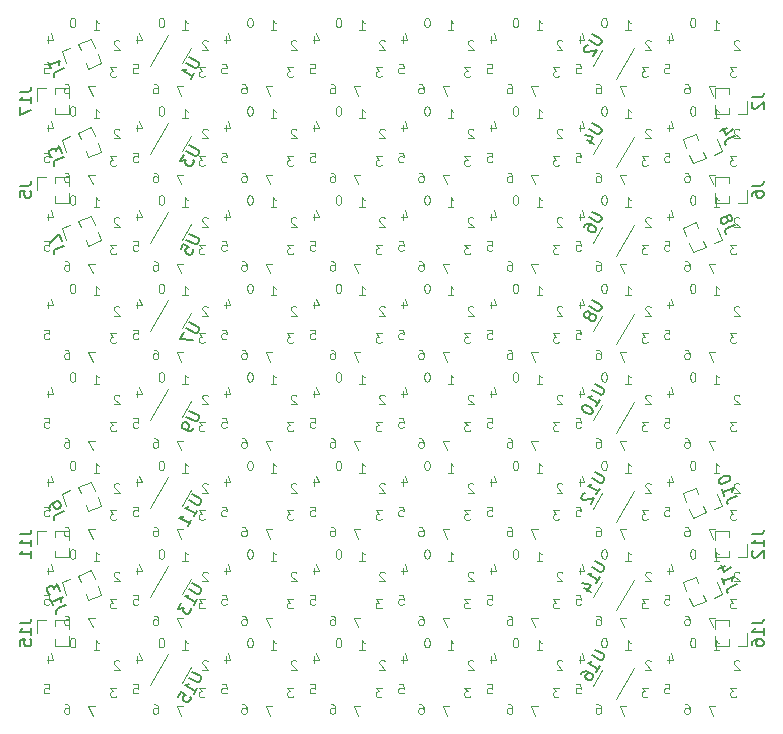
<source format=gbr>
%TF.GenerationSoftware,KiCad,Pcbnew,7.0.1*%
%TF.CreationDate,2023-10-04T00:40:19-04:00*%
%TF.ProjectId,TacTile-B,54616354-696c-4652-9d42-2e6b69636164,rev?*%
%TF.SameCoordinates,Original*%
%TF.FileFunction,Legend,Bot*%
%TF.FilePolarity,Positive*%
%FSLAX46Y46*%
G04 Gerber Fmt 4.6, Leading zero omitted, Abs format (unit mm)*
G04 Created by KiCad (PCBNEW 7.0.1) date 2023-10-04 00:40:19*
%MOMM*%
%LPD*%
G01*
G04 APERTURE LIST*
%ADD10C,0.100000*%
%ADD11C,0.150000*%
%ADD12C,0.120000*%
G04 APERTURE END LIST*
D10*
%TO.C,L34*%
X33416666Y-57018761D02*
X33416666Y-57552095D01*
X33607142Y-56714000D02*
X33797619Y-57285428D01*
X33797619Y-57285428D02*
X33302380Y-57285428D01*
X35507142Y-55452095D02*
X35430952Y-55452095D01*
X35430952Y-55452095D02*
X35354761Y-55490190D01*
X35354761Y-55490190D02*
X35316666Y-55528285D01*
X35316666Y-55528285D02*
X35278571Y-55604476D01*
X35278571Y-55604476D02*
X35240476Y-55756857D01*
X35240476Y-55756857D02*
X35240476Y-55947333D01*
X35240476Y-55947333D02*
X35278571Y-56099714D01*
X35278571Y-56099714D02*
X35316666Y-56175904D01*
X35316666Y-56175904D02*
X35354761Y-56214000D01*
X35354761Y-56214000D02*
X35430952Y-56252095D01*
X35430952Y-56252095D02*
X35507142Y-56252095D01*
X35507142Y-56252095D02*
X35583333Y-56214000D01*
X35583333Y-56214000D02*
X35621428Y-56175904D01*
X35621428Y-56175904D02*
X35659523Y-56099714D01*
X35659523Y-56099714D02*
X35697619Y-55947333D01*
X35697619Y-55947333D02*
X35697619Y-55756857D01*
X35697619Y-55756857D02*
X35659523Y-55604476D01*
X35659523Y-55604476D02*
X35621428Y-55528285D01*
X35621428Y-55528285D02*
X35583333Y-55490190D01*
X35583333Y-55490190D02*
X35507142Y-55452095D01*
X39397619Y-57428285D02*
X39359523Y-57390190D01*
X39359523Y-57390190D02*
X39283333Y-57352095D01*
X39283333Y-57352095D02*
X39092857Y-57352095D01*
X39092857Y-57352095D02*
X39016666Y-57390190D01*
X39016666Y-57390190D02*
X38978571Y-57428285D01*
X38978571Y-57428285D02*
X38940476Y-57504476D01*
X38940476Y-57504476D02*
X38940476Y-57580666D01*
X38940476Y-57580666D02*
X38978571Y-57694952D01*
X38978571Y-57694952D02*
X39435714Y-58152095D01*
X39435714Y-58152095D02*
X38940476Y-58152095D01*
X34816666Y-61052095D02*
X34969047Y-61052095D01*
X34969047Y-61052095D02*
X35045238Y-61090190D01*
X35045238Y-61090190D02*
X35083333Y-61128285D01*
X35083333Y-61128285D02*
X35159523Y-61242571D01*
X35159523Y-61242571D02*
X35197619Y-61394952D01*
X35197619Y-61394952D02*
X35197619Y-61699714D01*
X35197619Y-61699714D02*
X35159523Y-61775904D01*
X35159523Y-61775904D02*
X35121428Y-61814000D01*
X35121428Y-61814000D02*
X35045238Y-61852095D01*
X35045238Y-61852095D02*
X34892857Y-61852095D01*
X34892857Y-61852095D02*
X34816666Y-61814000D01*
X34816666Y-61814000D02*
X34778571Y-61775904D01*
X34778571Y-61775904D02*
X34740476Y-61699714D01*
X34740476Y-61699714D02*
X34740476Y-61509238D01*
X34740476Y-61509238D02*
X34778571Y-61433047D01*
X34778571Y-61433047D02*
X34816666Y-61394952D01*
X34816666Y-61394952D02*
X34892857Y-61356857D01*
X34892857Y-61356857D02*
X35045238Y-61356857D01*
X35045238Y-61356857D02*
X35121428Y-61394952D01*
X35121428Y-61394952D02*
X35159523Y-61433047D01*
X35159523Y-61433047D02*
X35197619Y-61509238D01*
X37240476Y-56452095D02*
X37697619Y-56452095D01*
X37469047Y-56452095D02*
X37469047Y-55652095D01*
X37469047Y-55652095D02*
X37545238Y-55766380D01*
X37545238Y-55766380D02*
X37621428Y-55842571D01*
X37621428Y-55842571D02*
X37697619Y-55880666D01*
X39135714Y-59652095D02*
X38640476Y-59652095D01*
X38640476Y-59652095D02*
X38907142Y-59956857D01*
X38907142Y-59956857D02*
X38792857Y-59956857D01*
X38792857Y-59956857D02*
X38716666Y-59994952D01*
X38716666Y-59994952D02*
X38678571Y-60033047D01*
X38678571Y-60033047D02*
X38640476Y-60109238D01*
X38640476Y-60109238D02*
X38640476Y-60299714D01*
X38640476Y-60299714D02*
X38678571Y-60375904D01*
X38678571Y-60375904D02*
X38716666Y-60414000D01*
X38716666Y-60414000D02*
X38792857Y-60452095D01*
X38792857Y-60452095D02*
X39021428Y-60452095D01*
X39021428Y-60452095D02*
X39097619Y-60414000D01*
X39097619Y-60414000D02*
X39135714Y-60375904D01*
X33078571Y-59352095D02*
X33459523Y-59352095D01*
X33459523Y-59352095D02*
X33497619Y-59733047D01*
X33497619Y-59733047D02*
X33459523Y-59694952D01*
X33459523Y-59694952D02*
X33383333Y-59656857D01*
X33383333Y-59656857D02*
X33192857Y-59656857D01*
X33192857Y-59656857D02*
X33116666Y-59694952D01*
X33116666Y-59694952D02*
X33078571Y-59733047D01*
X33078571Y-59733047D02*
X33040476Y-59809238D01*
X33040476Y-59809238D02*
X33040476Y-59999714D01*
X33040476Y-59999714D02*
X33078571Y-60075904D01*
X33078571Y-60075904D02*
X33116666Y-60114000D01*
X33116666Y-60114000D02*
X33192857Y-60152095D01*
X33192857Y-60152095D02*
X33383333Y-60152095D01*
X33383333Y-60152095D02*
X33459523Y-60114000D01*
X33459523Y-60114000D02*
X33497619Y-60075904D01*
X37335714Y-61252095D02*
X36802380Y-61252095D01*
X36802380Y-61252095D02*
X37145238Y-62052095D01*
%TO.C,L36*%
X48078571Y-59352095D02*
X48459523Y-59352095D01*
X48459523Y-59352095D02*
X48497619Y-59733047D01*
X48497619Y-59733047D02*
X48459523Y-59694952D01*
X48459523Y-59694952D02*
X48383333Y-59656857D01*
X48383333Y-59656857D02*
X48192857Y-59656857D01*
X48192857Y-59656857D02*
X48116666Y-59694952D01*
X48116666Y-59694952D02*
X48078571Y-59733047D01*
X48078571Y-59733047D02*
X48040476Y-59809238D01*
X48040476Y-59809238D02*
X48040476Y-59999714D01*
X48040476Y-59999714D02*
X48078571Y-60075904D01*
X48078571Y-60075904D02*
X48116666Y-60114000D01*
X48116666Y-60114000D02*
X48192857Y-60152095D01*
X48192857Y-60152095D02*
X48383333Y-60152095D01*
X48383333Y-60152095D02*
X48459523Y-60114000D01*
X48459523Y-60114000D02*
X48497619Y-60075904D01*
X52240476Y-56452095D02*
X52697619Y-56452095D01*
X52469047Y-56452095D02*
X52469047Y-55652095D01*
X52469047Y-55652095D02*
X52545238Y-55766380D01*
X52545238Y-55766380D02*
X52621428Y-55842571D01*
X52621428Y-55842571D02*
X52697619Y-55880666D01*
X52335714Y-61252095D02*
X51802380Y-61252095D01*
X51802380Y-61252095D02*
X52145238Y-62052095D01*
X49816666Y-61052095D02*
X49969047Y-61052095D01*
X49969047Y-61052095D02*
X50045238Y-61090190D01*
X50045238Y-61090190D02*
X50083333Y-61128285D01*
X50083333Y-61128285D02*
X50159523Y-61242571D01*
X50159523Y-61242571D02*
X50197619Y-61394952D01*
X50197619Y-61394952D02*
X50197619Y-61699714D01*
X50197619Y-61699714D02*
X50159523Y-61775904D01*
X50159523Y-61775904D02*
X50121428Y-61814000D01*
X50121428Y-61814000D02*
X50045238Y-61852095D01*
X50045238Y-61852095D02*
X49892857Y-61852095D01*
X49892857Y-61852095D02*
X49816666Y-61814000D01*
X49816666Y-61814000D02*
X49778571Y-61775904D01*
X49778571Y-61775904D02*
X49740476Y-61699714D01*
X49740476Y-61699714D02*
X49740476Y-61509238D01*
X49740476Y-61509238D02*
X49778571Y-61433047D01*
X49778571Y-61433047D02*
X49816666Y-61394952D01*
X49816666Y-61394952D02*
X49892857Y-61356857D01*
X49892857Y-61356857D02*
X50045238Y-61356857D01*
X50045238Y-61356857D02*
X50121428Y-61394952D01*
X50121428Y-61394952D02*
X50159523Y-61433047D01*
X50159523Y-61433047D02*
X50197619Y-61509238D01*
X54135714Y-59652095D02*
X53640476Y-59652095D01*
X53640476Y-59652095D02*
X53907142Y-59956857D01*
X53907142Y-59956857D02*
X53792857Y-59956857D01*
X53792857Y-59956857D02*
X53716666Y-59994952D01*
X53716666Y-59994952D02*
X53678571Y-60033047D01*
X53678571Y-60033047D02*
X53640476Y-60109238D01*
X53640476Y-60109238D02*
X53640476Y-60299714D01*
X53640476Y-60299714D02*
X53678571Y-60375904D01*
X53678571Y-60375904D02*
X53716666Y-60414000D01*
X53716666Y-60414000D02*
X53792857Y-60452095D01*
X53792857Y-60452095D02*
X54021428Y-60452095D01*
X54021428Y-60452095D02*
X54097619Y-60414000D01*
X54097619Y-60414000D02*
X54135714Y-60375904D01*
X48416666Y-57018761D02*
X48416666Y-57552095D01*
X48607142Y-56714000D02*
X48797619Y-57285428D01*
X48797619Y-57285428D02*
X48302380Y-57285428D01*
X50507142Y-55452095D02*
X50430952Y-55452095D01*
X50430952Y-55452095D02*
X50354761Y-55490190D01*
X50354761Y-55490190D02*
X50316666Y-55528285D01*
X50316666Y-55528285D02*
X50278571Y-55604476D01*
X50278571Y-55604476D02*
X50240476Y-55756857D01*
X50240476Y-55756857D02*
X50240476Y-55947333D01*
X50240476Y-55947333D02*
X50278571Y-56099714D01*
X50278571Y-56099714D02*
X50316666Y-56175904D01*
X50316666Y-56175904D02*
X50354761Y-56214000D01*
X50354761Y-56214000D02*
X50430952Y-56252095D01*
X50430952Y-56252095D02*
X50507142Y-56252095D01*
X50507142Y-56252095D02*
X50583333Y-56214000D01*
X50583333Y-56214000D02*
X50621428Y-56175904D01*
X50621428Y-56175904D02*
X50659523Y-56099714D01*
X50659523Y-56099714D02*
X50697619Y-55947333D01*
X50697619Y-55947333D02*
X50697619Y-55756857D01*
X50697619Y-55756857D02*
X50659523Y-55604476D01*
X50659523Y-55604476D02*
X50621428Y-55528285D01*
X50621428Y-55528285D02*
X50583333Y-55490190D01*
X50583333Y-55490190D02*
X50507142Y-55452095D01*
X54397619Y-57428285D02*
X54359523Y-57390190D01*
X54359523Y-57390190D02*
X54283333Y-57352095D01*
X54283333Y-57352095D02*
X54092857Y-57352095D01*
X54092857Y-57352095D02*
X54016666Y-57390190D01*
X54016666Y-57390190D02*
X53978571Y-57428285D01*
X53978571Y-57428285D02*
X53940476Y-57504476D01*
X53940476Y-57504476D02*
X53940476Y-57580666D01*
X53940476Y-57580666D02*
X53978571Y-57694952D01*
X53978571Y-57694952D02*
X54435714Y-58152095D01*
X54435714Y-58152095D02*
X53940476Y-58152095D01*
%TO.C,L55*%
X69135714Y-74652095D02*
X68640476Y-74652095D01*
X68640476Y-74652095D02*
X68907142Y-74956857D01*
X68907142Y-74956857D02*
X68792857Y-74956857D01*
X68792857Y-74956857D02*
X68716666Y-74994952D01*
X68716666Y-74994952D02*
X68678571Y-75033047D01*
X68678571Y-75033047D02*
X68640476Y-75109238D01*
X68640476Y-75109238D02*
X68640476Y-75299714D01*
X68640476Y-75299714D02*
X68678571Y-75375904D01*
X68678571Y-75375904D02*
X68716666Y-75414000D01*
X68716666Y-75414000D02*
X68792857Y-75452095D01*
X68792857Y-75452095D02*
X69021428Y-75452095D01*
X69021428Y-75452095D02*
X69097619Y-75414000D01*
X69097619Y-75414000D02*
X69135714Y-75375904D01*
X67335714Y-76252095D02*
X66802380Y-76252095D01*
X66802380Y-76252095D02*
X67145238Y-77052095D01*
X63416666Y-72018761D02*
X63416666Y-72552095D01*
X63607142Y-71714000D02*
X63797619Y-72285428D01*
X63797619Y-72285428D02*
X63302380Y-72285428D01*
X69397619Y-72428285D02*
X69359523Y-72390190D01*
X69359523Y-72390190D02*
X69283333Y-72352095D01*
X69283333Y-72352095D02*
X69092857Y-72352095D01*
X69092857Y-72352095D02*
X69016666Y-72390190D01*
X69016666Y-72390190D02*
X68978571Y-72428285D01*
X68978571Y-72428285D02*
X68940476Y-72504476D01*
X68940476Y-72504476D02*
X68940476Y-72580666D01*
X68940476Y-72580666D02*
X68978571Y-72694952D01*
X68978571Y-72694952D02*
X69435714Y-73152095D01*
X69435714Y-73152095D02*
X68940476Y-73152095D01*
X63078571Y-74352095D02*
X63459523Y-74352095D01*
X63459523Y-74352095D02*
X63497619Y-74733047D01*
X63497619Y-74733047D02*
X63459523Y-74694952D01*
X63459523Y-74694952D02*
X63383333Y-74656857D01*
X63383333Y-74656857D02*
X63192857Y-74656857D01*
X63192857Y-74656857D02*
X63116666Y-74694952D01*
X63116666Y-74694952D02*
X63078571Y-74733047D01*
X63078571Y-74733047D02*
X63040476Y-74809238D01*
X63040476Y-74809238D02*
X63040476Y-74999714D01*
X63040476Y-74999714D02*
X63078571Y-75075904D01*
X63078571Y-75075904D02*
X63116666Y-75114000D01*
X63116666Y-75114000D02*
X63192857Y-75152095D01*
X63192857Y-75152095D02*
X63383333Y-75152095D01*
X63383333Y-75152095D02*
X63459523Y-75114000D01*
X63459523Y-75114000D02*
X63497619Y-75075904D01*
X67240476Y-71452095D02*
X67697619Y-71452095D01*
X67469047Y-71452095D02*
X67469047Y-70652095D01*
X67469047Y-70652095D02*
X67545238Y-70766380D01*
X67545238Y-70766380D02*
X67621428Y-70842571D01*
X67621428Y-70842571D02*
X67697619Y-70880666D01*
X65507142Y-70452095D02*
X65430952Y-70452095D01*
X65430952Y-70452095D02*
X65354761Y-70490190D01*
X65354761Y-70490190D02*
X65316666Y-70528285D01*
X65316666Y-70528285D02*
X65278571Y-70604476D01*
X65278571Y-70604476D02*
X65240476Y-70756857D01*
X65240476Y-70756857D02*
X65240476Y-70947333D01*
X65240476Y-70947333D02*
X65278571Y-71099714D01*
X65278571Y-71099714D02*
X65316666Y-71175904D01*
X65316666Y-71175904D02*
X65354761Y-71214000D01*
X65354761Y-71214000D02*
X65430952Y-71252095D01*
X65430952Y-71252095D02*
X65507142Y-71252095D01*
X65507142Y-71252095D02*
X65583333Y-71214000D01*
X65583333Y-71214000D02*
X65621428Y-71175904D01*
X65621428Y-71175904D02*
X65659523Y-71099714D01*
X65659523Y-71099714D02*
X65697619Y-70947333D01*
X65697619Y-70947333D02*
X65697619Y-70756857D01*
X65697619Y-70756857D02*
X65659523Y-70604476D01*
X65659523Y-70604476D02*
X65621428Y-70528285D01*
X65621428Y-70528285D02*
X65583333Y-70490190D01*
X65583333Y-70490190D02*
X65507142Y-70452095D01*
X64816666Y-76052095D02*
X64969047Y-76052095D01*
X64969047Y-76052095D02*
X65045238Y-76090190D01*
X65045238Y-76090190D02*
X65083333Y-76128285D01*
X65083333Y-76128285D02*
X65159523Y-76242571D01*
X65159523Y-76242571D02*
X65197619Y-76394952D01*
X65197619Y-76394952D02*
X65197619Y-76699714D01*
X65197619Y-76699714D02*
X65159523Y-76775904D01*
X65159523Y-76775904D02*
X65121428Y-76814000D01*
X65121428Y-76814000D02*
X65045238Y-76852095D01*
X65045238Y-76852095D02*
X64892857Y-76852095D01*
X64892857Y-76852095D02*
X64816666Y-76814000D01*
X64816666Y-76814000D02*
X64778571Y-76775904D01*
X64778571Y-76775904D02*
X64740476Y-76699714D01*
X64740476Y-76699714D02*
X64740476Y-76509238D01*
X64740476Y-76509238D02*
X64778571Y-76433047D01*
X64778571Y-76433047D02*
X64816666Y-76394952D01*
X64816666Y-76394952D02*
X64892857Y-76356857D01*
X64892857Y-76356857D02*
X65045238Y-76356857D01*
X65045238Y-76356857D02*
X65121428Y-76394952D01*
X65121428Y-76394952D02*
X65159523Y-76433047D01*
X65159523Y-76433047D02*
X65197619Y-76509238D01*
%TO.C,L27*%
X40578571Y-51852095D02*
X40959523Y-51852095D01*
X40959523Y-51852095D02*
X40997619Y-52233047D01*
X40997619Y-52233047D02*
X40959523Y-52194952D01*
X40959523Y-52194952D02*
X40883333Y-52156857D01*
X40883333Y-52156857D02*
X40692857Y-52156857D01*
X40692857Y-52156857D02*
X40616666Y-52194952D01*
X40616666Y-52194952D02*
X40578571Y-52233047D01*
X40578571Y-52233047D02*
X40540476Y-52309238D01*
X40540476Y-52309238D02*
X40540476Y-52499714D01*
X40540476Y-52499714D02*
X40578571Y-52575904D01*
X40578571Y-52575904D02*
X40616666Y-52614000D01*
X40616666Y-52614000D02*
X40692857Y-52652095D01*
X40692857Y-52652095D02*
X40883333Y-52652095D01*
X40883333Y-52652095D02*
X40959523Y-52614000D01*
X40959523Y-52614000D02*
X40997619Y-52575904D01*
X42316666Y-53552095D02*
X42469047Y-53552095D01*
X42469047Y-53552095D02*
X42545238Y-53590190D01*
X42545238Y-53590190D02*
X42583333Y-53628285D01*
X42583333Y-53628285D02*
X42659523Y-53742571D01*
X42659523Y-53742571D02*
X42697619Y-53894952D01*
X42697619Y-53894952D02*
X42697619Y-54199714D01*
X42697619Y-54199714D02*
X42659523Y-54275904D01*
X42659523Y-54275904D02*
X42621428Y-54314000D01*
X42621428Y-54314000D02*
X42545238Y-54352095D01*
X42545238Y-54352095D02*
X42392857Y-54352095D01*
X42392857Y-54352095D02*
X42316666Y-54314000D01*
X42316666Y-54314000D02*
X42278571Y-54275904D01*
X42278571Y-54275904D02*
X42240476Y-54199714D01*
X42240476Y-54199714D02*
X42240476Y-54009238D01*
X42240476Y-54009238D02*
X42278571Y-53933047D01*
X42278571Y-53933047D02*
X42316666Y-53894952D01*
X42316666Y-53894952D02*
X42392857Y-53856857D01*
X42392857Y-53856857D02*
X42545238Y-53856857D01*
X42545238Y-53856857D02*
X42621428Y-53894952D01*
X42621428Y-53894952D02*
X42659523Y-53933047D01*
X42659523Y-53933047D02*
X42697619Y-54009238D01*
X46897619Y-49928285D02*
X46859523Y-49890190D01*
X46859523Y-49890190D02*
X46783333Y-49852095D01*
X46783333Y-49852095D02*
X46592857Y-49852095D01*
X46592857Y-49852095D02*
X46516666Y-49890190D01*
X46516666Y-49890190D02*
X46478571Y-49928285D01*
X46478571Y-49928285D02*
X46440476Y-50004476D01*
X46440476Y-50004476D02*
X46440476Y-50080666D01*
X46440476Y-50080666D02*
X46478571Y-50194952D01*
X46478571Y-50194952D02*
X46935714Y-50652095D01*
X46935714Y-50652095D02*
X46440476Y-50652095D01*
X46635714Y-52152095D02*
X46140476Y-52152095D01*
X46140476Y-52152095D02*
X46407142Y-52456857D01*
X46407142Y-52456857D02*
X46292857Y-52456857D01*
X46292857Y-52456857D02*
X46216666Y-52494952D01*
X46216666Y-52494952D02*
X46178571Y-52533047D01*
X46178571Y-52533047D02*
X46140476Y-52609238D01*
X46140476Y-52609238D02*
X46140476Y-52799714D01*
X46140476Y-52799714D02*
X46178571Y-52875904D01*
X46178571Y-52875904D02*
X46216666Y-52914000D01*
X46216666Y-52914000D02*
X46292857Y-52952095D01*
X46292857Y-52952095D02*
X46521428Y-52952095D01*
X46521428Y-52952095D02*
X46597619Y-52914000D01*
X46597619Y-52914000D02*
X46635714Y-52875904D01*
X44740476Y-48952095D02*
X45197619Y-48952095D01*
X44969047Y-48952095D02*
X44969047Y-48152095D01*
X44969047Y-48152095D02*
X45045238Y-48266380D01*
X45045238Y-48266380D02*
X45121428Y-48342571D01*
X45121428Y-48342571D02*
X45197619Y-48380666D01*
X40916666Y-49518761D02*
X40916666Y-50052095D01*
X41107142Y-49214000D02*
X41297619Y-49785428D01*
X41297619Y-49785428D02*
X40802380Y-49785428D01*
X43007142Y-47952095D02*
X42930952Y-47952095D01*
X42930952Y-47952095D02*
X42854761Y-47990190D01*
X42854761Y-47990190D02*
X42816666Y-48028285D01*
X42816666Y-48028285D02*
X42778571Y-48104476D01*
X42778571Y-48104476D02*
X42740476Y-48256857D01*
X42740476Y-48256857D02*
X42740476Y-48447333D01*
X42740476Y-48447333D02*
X42778571Y-48599714D01*
X42778571Y-48599714D02*
X42816666Y-48675904D01*
X42816666Y-48675904D02*
X42854761Y-48714000D01*
X42854761Y-48714000D02*
X42930952Y-48752095D01*
X42930952Y-48752095D02*
X43007142Y-48752095D01*
X43007142Y-48752095D02*
X43083333Y-48714000D01*
X43083333Y-48714000D02*
X43121428Y-48675904D01*
X43121428Y-48675904D02*
X43159523Y-48599714D01*
X43159523Y-48599714D02*
X43197619Y-48447333D01*
X43197619Y-48447333D02*
X43197619Y-48256857D01*
X43197619Y-48256857D02*
X43159523Y-48104476D01*
X43159523Y-48104476D02*
X43121428Y-48028285D01*
X43121428Y-48028285D02*
X43083333Y-47990190D01*
X43083333Y-47990190D02*
X43007142Y-47952095D01*
X44835714Y-53752095D02*
X44302380Y-53752095D01*
X44302380Y-53752095D02*
X44645238Y-54552095D01*
%TO.C,L1*%
X29740476Y-26452095D02*
X30197619Y-26452095D01*
X29969047Y-26452095D02*
X29969047Y-25652095D01*
X29969047Y-25652095D02*
X30045238Y-25766380D01*
X30045238Y-25766380D02*
X30121428Y-25842571D01*
X30121428Y-25842571D02*
X30197619Y-25880666D01*
X31897619Y-27428285D02*
X31859523Y-27390190D01*
X31859523Y-27390190D02*
X31783333Y-27352095D01*
X31783333Y-27352095D02*
X31592857Y-27352095D01*
X31592857Y-27352095D02*
X31516666Y-27390190D01*
X31516666Y-27390190D02*
X31478571Y-27428285D01*
X31478571Y-27428285D02*
X31440476Y-27504476D01*
X31440476Y-27504476D02*
X31440476Y-27580666D01*
X31440476Y-27580666D02*
X31478571Y-27694952D01*
X31478571Y-27694952D02*
X31935714Y-28152095D01*
X31935714Y-28152095D02*
X31440476Y-28152095D01*
X28007142Y-25452095D02*
X27930952Y-25452095D01*
X27930952Y-25452095D02*
X27854761Y-25490190D01*
X27854761Y-25490190D02*
X27816666Y-25528285D01*
X27816666Y-25528285D02*
X27778571Y-25604476D01*
X27778571Y-25604476D02*
X27740476Y-25756857D01*
X27740476Y-25756857D02*
X27740476Y-25947333D01*
X27740476Y-25947333D02*
X27778571Y-26099714D01*
X27778571Y-26099714D02*
X27816666Y-26175904D01*
X27816666Y-26175904D02*
X27854761Y-26214000D01*
X27854761Y-26214000D02*
X27930952Y-26252095D01*
X27930952Y-26252095D02*
X28007142Y-26252095D01*
X28007142Y-26252095D02*
X28083333Y-26214000D01*
X28083333Y-26214000D02*
X28121428Y-26175904D01*
X28121428Y-26175904D02*
X28159523Y-26099714D01*
X28159523Y-26099714D02*
X28197619Y-25947333D01*
X28197619Y-25947333D02*
X28197619Y-25756857D01*
X28197619Y-25756857D02*
X28159523Y-25604476D01*
X28159523Y-25604476D02*
X28121428Y-25528285D01*
X28121428Y-25528285D02*
X28083333Y-25490190D01*
X28083333Y-25490190D02*
X28007142Y-25452095D01*
X27316666Y-31052095D02*
X27469047Y-31052095D01*
X27469047Y-31052095D02*
X27545238Y-31090190D01*
X27545238Y-31090190D02*
X27583333Y-31128285D01*
X27583333Y-31128285D02*
X27659523Y-31242571D01*
X27659523Y-31242571D02*
X27697619Y-31394952D01*
X27697619Y-31394952D02*
X27697619Y-31699714D01*
X27697619Y-31699714D02*
X27659523Y-31775904D01*
X27659523Y-31775904D02*
X27621428Y-31814000D01*
X27621428Y-31814000D02*
X27545238Y-31852095D01*
X27545238Y-31852095D02*
X27392857Y-31852095D01*
X27392857Y-31852095D02*
X27316666Y-31814000D01*
X27316666Y-31814000D02*
X27278571Y-31775904D01*
X27278571Y-31775904D02*
X27240476Y-31699714D01*
X27240476Y-31699714D02*
X27240476Y-31509238D01*
X27240476Y-31509238D02*
X27278571Y-31433047D01*
X27278571Y-31433047D02*
X27316666Y-31394952D01*
X27316666Y-31394952D02*
X27392857Y-31356857D01*
X27392857Y-31356857D02*
X27545238Y-31356857D01*
X27545238Y-31356857D02*
X27621428Y-31394952D01*
X27621428Y-31394952D02*
X27659523Y-31433047D01*
X27659523Y-31433047D02*
X27697619Y-31509238D01*
X29835714Y-31252095D02*
X29302380Y-31252095D01*
X29302380Y-31252095D02*
X29645238Y-32052095D01*
X25578571Y-29352095D02*
X25959523Y-29352095D01*
X25959523Y-29352095D02*
X25997619Y-29733047D01*
X25997619Y-29733047D02*
X25959523Y-29694952D01*
X25959523Y-29694952D02*
X25883333Y-29656857D01*
X25883333Y-29656857D02*
X25692857Y-29656857D01*
X25692857Y-29656857D02*
X25616666Y-29694952D01*
X25616666Y-29694952D02*
X25578571Y-29733047D01*
X25578571Y-29733047D02*
X25540476Y-29809238D01*
X25540476Y-29809238D02*
X25540476Y-29999714D01*
X25540476Y-29999714D02*
X25578571Y-30075904D01*
X25578571Y-30075904D02*
X25616666Y-30114000D01*
X25616666Y-30114000D02*
X25692857Y-30152095D01*
X25692857Y-30152095D02*
X25883333Y-30152095D01*
X25883333Y-30152095D02*
X25959523Y-30114000D01*
X25959523Y-30114000D02*
X25997619Y-30075904D01*
X25916666Y-27018761D02*
X25916666Y-27552095D01*
X26107142Y-26714000D02*
X26297619Y-27285428D01*
X26297619Y-27285428D02*
X25802380Y-27285428D01*
X31635714Y-29652095D02*
X31140476Y-29652095D01*
X31140476Y-29652095D02*
X31407142Y-29956857D01*
X31407142Y-29956857D02*
X31292857Y-29956857D01*
X31292857Y-29956857D02*
X31216666Y-29994952D01*
X31216666Y-29994952D02*
X31178571Y-30033047D01*
X31178571Y-30033047D02*
X31140476Y-30109238D01*
X31140476Y-30109238D02*
X31140476Y-30299714D01*
X31140476Y-30299714D02*
X31178571Y-30375904D01*
X31178571Y-30375904D02*
X31216666Y-30414000D01*
X31216666Y-30414000D02*
X31292857Y-30452095D01*
X31292857Y-30452095D02*
X31521428Y-30452095D01*
X31521428Y-30452095D02*
X31597619Y-30414000D01*
X31597619Y-30414000D02*
X31635714Y-30375904D01*
%TO.C,L30*%
X69135714Y-52152095D02*
X68640476Y-52152095D01*
X68640476Y-52152095D02*
X68907142Y-52456857D01*
X68907142Y-52456857D02*
X68792857Y-52456857D01*
X68792857Y-52456857D02*
X68716666Y-52494952D01*
X68716666Y-52494952D02*
X68678571Y-52533047D01*
X68678571Y-52533047D02*
X68640476Y-52609238D01*
X68640476Y-52609238D02*
X68640476Y-52799714D01*
X68640476Y-52799714D02*
X68678571Y-52875904D01*
X68678571Y-52875904D02*
X68716666Y-52914000D01*
X68716666Y-52914000D02*
X68792857Y-52952095D01*
X68792857Y-52952095D02*
X69021428Y-52952095D01*
X69021428Y-52952095D02*
X69097619Y-52914000D01*
X69097619Y-52914000D02*
X69135714Y-52875904D01*
X67335714Y-53752095D02*
X66802380Y-53752095D01*
X66802380Y-53752095D02*
X67145238Y-54552095D01*
X63416666Y-49518761D02*
X63416666Y-50052095D01*
X63607142Y-49214000D02*
X63797619Y-49785428D01*
X63797619Y-49785428D02*
X63302380Y-49785428D01*
X64816666Y-53552095D02*
X64969047Y-53552095D01*
X64969047Y-53552095D02*
X65045238Y-53590190D01*
X65045238Y-53590190D02*
X65083333Y-53628285D01*
X65083333Y-53628285D02*
X65159523Y-53742571D01*
X65159523Y-53742571D02*
X65197619Y-53894952D01*
X65197619Y-53894952D02*
X65197619Y-54199714D01*
X65197619Y-54199714D02*
X65159523Y-54275904D01*
X65159523Y-54275904D02*
X65121428Y-54314000D01*
X65121428Y-54314000D02*
X65045238Y-54352095D01*
X65045238Y-54352095D02*
X64892857Y-54352095D01*
X64892857Y-54352095D02*
X64816666Y-54314000D01*
X64816666Y-54314000D02*
X64778571Y-54275904D01*
X64778571Y-54275904D02*
X64740476Y-54199714D01*
X64740476Y-54199714D02*
X64740476Y-54009238D01*
X64740476Y-54009238D02*
X64778571Y-53933047D01*
X64778571Y-53933047D02*
X64816666Y-53894952D01*
X64816666Y-53894952D02*
X64892857Y-53856857D01*
X64892857Y-53856857D02*
X65045238Y-53856857D01*
X65045238Y-53856857D02*
X65121428Y-53894952D01*
X65121428Y-53894952D02*
X65159523Y-53933047D01*
X65159523Y-53933047D02*
X65197619Y-54009238D01*
X69397619Y-49928285D02*
X69359523Y-49890190D01*
X69359523Y-49890190D02*
X69283333Y-49852095D01*
X69283333Y-49852095D02*
X69092857Y-49852095D01*
X69092857Y-49852095D02*
X69016666Y-49890190D01*
X69016666Y-49890190D02*
X68978571Y-49928285D01*
X68978571Y-49928285D02*
X68940476Y-50004476D01*
X68940476Y-50004476D02*
X68940476Y-50080666D01*
X68940476Y-50080666D02*
X68978571Y-50194952D01*
X68978571Y-50194952D02*
X69435714Y-50652095D01*
X69435714Y-50652095D02*
X68940476Y-50652095D01*
X63078571Y-51852095D02*
X63459523Y-51852095D01*
X63459523Y-51852095D02*
X63497619Y-52233047D01*
X63497619Y-52233047D02*
X63459523Y-52194952D01*
X63459523Y-52194952D02*
X63383333Y-52156857D01*
X63383333Y-52156857D02*
X63192857Y-52156857D01*
X63192857Y-52156857D02*
X63116666Y-52194952D01*
X63116666Y-52194952D02*
X63078571Y-52233047D01*
X63078571Y-52233047D02*
X63040476Y-52309238D01*
X63040476Y-52309238D02*
X63040476Y-52499714D01*
X63040476Y-52499714D02*
X63078571Y-52575904D01*
X63078571Y-52575904D02*
X63116666Y-52614000D01*
X63116666Y-52614000D02*
X63192857Y-52652095D01*
X63192857Y-52652095D02*
X63383333Y-52652095D01*
X63383333Y-52652095D02*
X63459523Y-52614000D01*
X63459523Y-52614000D02*
X63497619Y-52575904D01*
X65507142Y-47952095D02*
X65430952Y-47952095D01*
X65430952Y-47952095D02*
X65354761Y-47990190D01*
X65354761Y-47990190D02*
X65316666Y-48028285D01*
X65316666Y-48028285D02*
X65278571Y-48104476D01*
X65278571Y-48104476D02*
X65240476Y-48256857D01*
X65240476Y-48256857D02*
X65240476Y-48447333D01*
X65240476Y-48447333D02*
X65278571Y-48599714D01*
X65278571Y-48599714D02*
X65316666Y-48675904D01*
X65316666Y-48675904D02*
X65354761Y-48714000D01*
X65354761Y-48714000D02*
X65430952Y-48752095D01*
X65430952Y-48752095D02*
X65507142Y-48752095D01*
X65507142Y-48752095D02*
X65583333Y-48714000D01*
X65583333Y-48714000D02*
X65621428Y-48675904D01*
X65621428Y-48675904D02*
X65659523Y-48599714D01*
X65659523Y-48599714D02*
X65697619Y-48447333D01*
X65697619Y-48447333D02*
X65697619Y-48256857D01*
X65697619Y-48256857D02*
X65659523Y-48104476D01*
X65659523Y-48104476D02*
X65621428Y-48028285D01*
X65621428Y-48028285D02*
X65583333Y-47990190D01*
X65583333Y-47990190D02*
X65507142Y-47952095D01*
X67240476Y-48952095D02*
X67697619Y-48952095D01*
X67469047Y-48952095D02*
X67469047Y-48152095D01*
X67469047Y-48152095D02*
X67545238Y-48266380D01*
X67545238Y-48266380D02*
X67621428Y-48342571D01*
X67621428Y-48342571D02*
X67697619Y-48380666D01*
%TO.C,L5*%
X61897619Y-27428285D02*
X61859523Y-27390190D01*
X61859523Y-27390190D02*
X61783333Y-27352095D01*
X61783333Y-27352095D02*
X61592857Y-27352095D01*
X61592857Y-27352095D02*
X61516666Y-27390190D01*
X61516666Y-27390190D02*
X61478571Y-27428285D01*
X61478571Y-27428285D02*
X61440476Y-27504476D01*
X61440476Y-27504476D02*
X61440476Y-27580666D01*
X61440476Y-27580666D02*
X61478571Y-27694952D01*
X61478571Y-27694952D02*
X61935714Y-28152095D01*
X61935714Y-28152095D02*
X61440476Y-28152095D01*
X58007142Y-25452095D02*
X57930952Y-25452095D01*
X57930952Y-25452095D02*
X57854761Y-25490190D01*
X57854761Y-25490190D02*
X57816666Y-25528285D01*
X57816666Y-25528285D02*
X57778571Y-25604476D01*
X57778571Y-25604476D02*
X57740476Y-25756857D01*
X57740476Y-25756857D02*
X57740476Y-25947333D01*
X57740476Y-25947333D02*
X57778571Y-26099714D01*
X57778571Y-26099714D02*
X57816666Y-26175904D01*
X57816666Y-26175904D02*
X57854761Y-26214000D01*
X57854761Y-26214000D02*
X57930952Y-26252095D01*
X57930952Y-26252095D02*
X58007142Y-26252095D01*
X58007142Y-26252095D02*
X58083333Y-26214000D01*
X58083333Y-26214000D02*
X58121428Y-26175904D01*
X58121428Y-26175904D02*
X58159523Y-26099714D01*
X58159523Y-26099714D02*
X58197619Y-25947333D01*
X58197619Y-25947333D02*
X58197619Y-25756857D01*
X58197619Y-25756857D02*
X58159523Y-25604476D01*
X58159523Y-25604476D02*
X58121428Y-25528285D01*
X58121428Y-25528285D02*
X58083333Y-25490190D01*
X58083333Y-25490190D02*
X58007142Y-25452095D01*
X61635714Y-29652095D02*
X61140476Y-29652095D01*
X61140476Y-29652095D02*
X61407142Y-29956857D01*
X61407142Y-29956857D02*
X61292857Y-29956857D01*
X61292857Y-29956857D02*
X61216666Y-29994952D01*
X61216666Y-29994952D02*
X61178571Y-30033047D01*
X61178571Y-30033047D02*
X61140476Y-30109238D01*
X61140476Y-30109238D02*
X61140476Y-30299714D01*
X61140476Y-30299714D02*
X61178571Y-30375904D01*
X61178571Y-30375904D02*
X61216666Y-30414000D01*
X61216666Y-30414000D02*
X61292857Y-30452095D01*
X61292857Y-30452095D02*
X61521428Y-30452095D01*
X61521428Y-30452095D02*
X61597619Y-30414000D01*
X61597619Y-30414000D02*
X61635714Y-30375904D01*
X55916666Y-27018761D02*
X55916666Y-27552095D01*
X56107142Y-26714000D02*
X56297619Y-27285428D01*
X56297619Y-27285428D02*
X55802380Y-27285428D01*
X57316666Y-31052095D02*
X57469047Y-31052095D01*
X57469047Y-31052095D02*
X57545238Y-31090190D01*
X57545238Y-31090190D02*
X57583333Y-31128285D01*
X57583333Y-31128285D02*
X57659523Y-31242571D01*
X57659523Y-31242571D02*
X57697619Y-31394952D01*
X57697619Y-31394952D02*
X57697619Y-31699714D01*
X57697619Y-31699714D02*
X57659523Y-31775904D01*
X57659523Y-31775904D02*
X57621428Y-31814000D01*
X57621428Y-31814000D02*
X57545238Y-31852095D01*
X57545238Y-31852095D02*
X57392857Y-31852095D01*
X57392857Y-31852095D02*
X57316666Y-31814000D01*
X57316666Y-31814000D02*
X57278571Y-31775904D01*
X57278571Y-31775904D02*
X57240476Y-31699714D01*
X57240476Y-31699714D02*
X57240476Y-31509238D01*
X57240476Y-31509238D02*
X57278571Y-31433047D01*
X57278571Y-31433047D02*
X57316666Y-31394952D01*
X57316666Y-31394952D02*
X57392857Y-31356857D01*
X57392857Y-31356857D02*
X57545238Y-31356857D01*
X57545238Y-31356857D02*
X57621428Y-31394952D01*
X57621428Y-31394952D02*
X57659523Y-31433047D01*
X57659523Y-31433047D02*
X57697619Y-31509238D01*
X55578571Y-29352095D02*
X55959523Y-29352095D01*
X55959523Y-29352095D02*
X55997619Y-29733047D01*
X55997619Y-29733047D02*
X55959523Y-29694952D01*
X55959523Y-29694952D02*
X55883333Y-29656857D01*
X55883333Y-29656857D02*
X55692857Y-29656857D01*
X55692857Y-29656857D02*
X55616666Y-29694952D01*
X55616666Y-29694952D02*
X55578571Y-29733047D01*
X55578571Y-29733047D02*
X55540476Y-29809238D01*
X55540476Y-29809238D02*
X55540476Y-29999714D01*
X55540476Y-29999714D02*
X55578571Y-30075904D01*
X55578571Y-30075904D02*
X55616666Y-30114000D01*
X55616666Y-30114000D02*
X55692857Y-30152095D01*
X55692857Y-30152095D02*
X55883333Y-30152095D01*
X55883333Y-30152095D02*
X55959523Y-30114000D01*
X55959523Y-30114000D02*
X55997619Y-30075904D01*
X59740476Y-26452095D02*
X60197619Y-26452095D01*
X59969047Y-26452095D02*
X59969047Y-25652095D01*
X59969047Y-25652095D02*
X60045238Y-25766380D01*
X60045238Y-25766380D02*
X60121428Y-25842571D01*
X60121428Y-25842571D02*
X60197619Y-25880666D01*
X59835714Y-31252095D02*
X59302380Y-31252095D01*
X59302380Y-31252095D02*
X59645238Y-32052095D01*
%TO.C,L9*%
X25578571Y-36852095D02*
X25959523Y-36852095D01*
X25959523Y-36852095D02*
X25997619Y-37233047D01*
X25997619Y-37233047D02*
X25959523Y-37194952D01*
X25959523Y-37194952D02*
X25883333Y-37156857D01*
X25883333Y-37156857D02*
X25692857Y-37156857D01*
X25692857Y-37156857D02*
X25616666Y-37194952D01*
X25616666Y-37194952D02*
X25578571Y-37233047D01*
X25578571Y-37233047D02*
X25540476Y-37309238D01*
X25540476Y-37309238D02*
X25540476Y-37499714D01*
X25540476Y-37499714D02*
X25578571Y-37575904D01*
X25578571Y-37575904D02*
X25616666Y-37614000D01*
X25616666Y-37614000D02*
X25692857Y-37652095D01*
X25692857Y-37652095D02*
X25883333Y-37652095D01*
X25883333Y-37652095D02*
X25959523Y-37614000D01*
X25959523Y-37614000D02*
X25997619Y-37575904D01*
X31635714Y-37152095D02*
X31140476Y-37152095D01*
X31140476Y-37152095D02*
X31407142Y-37456857D01*
X31407142Y-37456857D02*
X31292857Y-37456857D01*
X31292857Y-37456857D02*
X31216666Y-37494952D01*
X31216666Y-37494952D02*
X31178571Y-37533047D01*
X31178571Y-37533047D02*
X31140476Y-37609238D01*
X31140476Y-37609238D02*
X31140476Y-37799714D01*
X31140476Y-37799714D02*
X31178571Y-37875904D01*
X31178571Y-37875904D02*
X31216666Y-37914000D01*
X31216666Y-37914000D02*
X31292857Y-37952095D01*
X31292857Y-37952095D02*
X31521428Y-37952095D01*
X31521428Y-37952095D02*
X31597619Y-37914000D01*
X31597619Y-37914000D02*
X31635714Y-37875904D01*
X29835714Y-38752095D02*
X29302380Y-38752095D01*
X29302380Y-38752095D02*
X29645238Y-39552095D01*
X28007142Y-32952095D02*
X27930952Y-32952095D01*
X27930952Y-32952095D02*
X27854761Y-32990190D01*
X27854761Y-32990190D02*
X27816666Y-33028285D01*
X27816666Y-33028285D02*
X27778571Y-33104476D01*
X27778571Y-33104476D02*
X27740476Y-33256857D01*
X27740476Y-33256857D02*
X27740476Y-33447333D01*
X27740476Y-33447333D02*
X27778571Y-33599714D01*
X27778571Y-33599714D02*
X27816666Y-33675904D01*
X27816666Y-33675904D02*
X27854761Y-33714000D01*
X27854761Y-33714000D02*
X27930952Y-33752095D01*
X27930952Y-33752095D02*
X28007142Y-33752095D01*
X28007142Y-33752095D02*
X28083333Y-33714000D01*
X28083333Y-33714000D02*
X28121428Y-33675904D01*
X28121428Y-33675904D02*
X28159523Y-33599714D01*
X28159523Y-33599714D02*
X28197619Y-33447333D01*
X28197619Y-33447333D02*
X28197619Y-33256857D01*
X28197619Y-33256857D02*
X28159523Y-33104476D01*
X28159523Y-33104476D02*
X28121428Y-33028285D01*
X28121428Y-33028285D02*
X28083333Y-32990190D01*
X28083333Y-32990190D02*
X28007142Y-32952095D01*
X29740476Y-33952095D02*
X30197619Y-33952095D01*
X29969047Y-33952095D02*
X29969047Y-33152095D01*
X29969047Y-33152095D02*
X30045238Y-33266380D01*
X30045238Y-33266380D02*
X30121428Y-33342571D01*
X30121428Y-33342571D02*
X30197619Y-33380666D01*
X31897619Y-34928285D02*
X31859523Y-34890190D01*
X31859523Y-34890190D02*
X31783333Y-34852095D01*
X31783333Y-34852095D02*
X31592857Y-34852095D01*
X31592857Y-34852095D02*
X31516666Y-34890190D01*
X31516666Y-34890190D02*
X31478571Y-34928285D01*
X31478571Y-34928285D02*
X31440476Y-35004476D01*
X31440476Y-35004476D02*
X31440476Y-35080666D01*
X31440476Y-35080666D02*
X31478571Y-35194952D01*
X31478571Y-35194952D02*
X31935714Y-35652095D01*
X31935714Y-35652095D02*
X31440476Y-35652095D01*
X27316666Y-38552095D02*
X27469047Y-38552095D01*
X27469047Y-38552095D02*
X27545238Y-38590190D01*
X27545238Y-38590190D02*
X27583333Y-38628285D01*
X27583333Y-38628285D02*
X27659523Y-38742571D01*
X27659523Y-38742571D02*
X27697619Y-38894952D01*
X27697619Y-38894952D02*
X27697619Y-39199714D01*
X27697619Y-39199714D02*
X27659523Y-39275904D01*
X27659523Y-39275904D02*
X27621428Y-39314000D01*
X27621428Y-39314000D02*
X27545238Y-39352095D01*
X27545238Y-39352095D02*
X27392857Y-39352095D01*
X27392857Y-39352095D02*
X27316666Y-39314000D01*
X27316666Y-39314000D02*
X27278571Y-39275904D01*
X27278571Y-39275904D02*
X27240476Y-39199714D01*
X27240476Y-39199714D02*
X27240476Y-39009238D01*
X27240476Y-39009238D02*
X27278571Y-38933047D01*
X27278571Y-38933047D02*
X27316666Y-38894952D01*
X27316666Y-38894952D02*
X27392857Y-38856857D01*
X27392857Y-38856857D02*
X27545238Y-38856857D01*
X27545238Y-38856857D02*
X27621428Y-38894952D01*
X27621428Y-38894952D02*
X27659523Y-38933047D01*
X27659523Y-38933047D02*
X27697619Y-39009238D01*
X25916666Y-34518761D02*
X25916666Y-35052095D01*
X26107142Y-34214000D02*
X26297619Y-34785428D01*
X26297619Y-34785428D02*
X25802380Y-34785428D01*
%TO.C,L33*%
X27316666Y-61052095D02*
X27469047Y-61052095D01*
X27469047Y-61052095D02*
X27545238Y-61090190D01*
X27545238Y-61090190D02*
X27583333Y-61128285D01*
X27583333Y-61128285D02*
X27659523Y-61242571D01*
X27659523Y-61242571D02*
X27697619Y-61394952D01*
X27697619Y-61394952D02*
X27697619Y-61699714D01*
X27697619Y-61699714D02*
X27659523Y-61775904D01*
X27659523Y-61775904D02*
X27621428Y-61814000D01*
X27621428Y-61814000D02*
X27545238Y-61852095D01*
X27545238Y-61852095D02*
X27392857Y-61852095D01*
X27392857Y-61852095D02*
X27316666Y-61814000D01*
X27316666Y-61814000D02*
X27278571Y-61775904D01*
X27278571Y-61775904D02*
X27240476Y-61699714D01*
X27240476Y-61699714D02*
X27240476Y-61509238D01*
X27240476Y-61509238D02*
X27278571Y-61433047D01*
X27278571Y-61433047D02*
X27316666Y-61394952D01*
X27316666Y-61394952D02*
X27392857Y-61356857D01*
X27392857Y-61356857D02*
X27545238Y-61356857D01*
X27545238Y-61356857D02*
X27621428Y-61394952D01*
X27621428Y-61394952D02*
X27659523Y-61433047D01*
X27659523Y-61433047D02*
X27697619Y-61509238D01*
X29740476Y-56452095D02*
X30197619Y-56452095D01*
X29969047Y-56452095D02*
X29969047Y-55652095D01*
X29969047Y-55652095D02*
X30045238Y-55766380D01*
X30045238Y-55766380D02*
X30121428Y-55842571D01*
X30121428Y-55842571D02*
X30197619Y-55880666D01*
X25916666Y-57018761D02*
X25916666Y-57552095D01*
X26107142Y-56714000D02*
X26297619Y-57285428D01*
X26297619Y-57285428D02*
X25802380Y-57285428D01*
X29835714Y-61252095D02*
X29302380Y-61252095D01*
X29302380Y-61252095D02*
X29645238Y-62052095D01*
X25578571Y-59352095D02*
X25959523Y-59352095D01*
X25959523Y-59352095D02*
X25997619Y-59733047D01*
X25997619Y-59733047D02*
X25959523Y-59694952D01*
X25959523Y-59694952D02*
X25883333Y-59656857D01*
X25883333Y-59656857D02*
X25692857Y-59656857D01*
X25692857Y-59656857D02*
X25616666Y-59694952D01*
X25616666Y-59694952D02*
X25578571Y-59733047D01*
X25578571Y-59733047D02*
X25540476Y-59809238D01*
X25540476Y-59809238D02*
X25540476Y-59999714D01*
X25540476Y-59999714D02*
X25578571Y-60075904D01*
X25578571Y-60075904D02*
X25616666Y-60114000D01*
X25616666Y-60114000D02*
X25692857Y-60152095D01*
X25692857Y-60152095D02*
X25883333Y-60152095D01*
X25883333Y-60152095D02*
X25959523Y-60114000D01*
X25959523Y-60114000D02*
X25997619Y-60075904D01*
X28007142Y-55452095D02*
X27930952Y-55452095D01*
X27930952Y-55452095D02*
X27854761Y-55490190D01*
X27854761Y-55490190D02*
X27816666Y-55528285D01*
X27816666Y-55528285D02*
X27778571Y-55604476D01*
X27778571Y-55604476D02*
X27740476Y-55756857D01*
X27740476Y-55756857D02*
X27740476Y-55947333D01*
X27740476Y-55947333D02*
X27778571Y-56099714D01*
X27778571Y-56099714D02*
X27816666Y-56175904D01*
X27816666Y-56175904D02*
X27854761Y-56214000D01*
X27854761Y-56214000D02*
X27930952Y-56252095D01*
X27930952Y-56252095D02*
X28007142Y-56252095D01*
X28007142Y-56252095D02*
X28083333Y-56214000D01*
X28083333Y-56214000D02*
X28121428Y-56175904D01*
X28121428Y-56175904D02*
X28159523Y-56099714D01*
X28159523Y-56099714D02*
X28197619Y-55947333D01*
X28197619Y-55947333D02*
X28197619Y-55756857D01*
X28197619Y-55756857D02*
X28159523Y-55604476D01*
X28159523Y-55604476D02*
X28121428Y-55528285D01*
X28121428Y-55528285D02*
X28083333Y-55490190D01*
X28083333Y-55490190D02*
X28007142Y-55452095D01*
X31635714Y-59652095D02*
X31140476Y-59652095D01*
X31140476Y-59652095D02*
X31407142Y-59956857D01*
X31407142Y-59956857D02*
X31292857Y-59956857D01*
X31292857Y-59956857D02*
X31216666Y-59994952D01*
X31216666Y-59994952D02*
X31178571Y-60033047D01*
X31178571Y-60033047D02*
X31140476Y-60109238D01*
X31140476Y-60109238D02*
X31140476Y-60299714D01*
X31140476Y-60299714D02*
X31178571Y-60375904D01*
X31178571Y-60375904D02*
X31216666Y-60414000D01*
X31216666Y-60414000D02*
X31292857Y-60452095D01*
X31292857Y-60452095D02*
X31521428Y-60452095D01*
X31521428Y-60452095D02*
X31597619Y-60414000D01*
X31597619Y-60414000D02*
X31635714Y-60375904D01*
X31897619Y-57428285D02*
X31859523Y-57390190D01*
X31859523Y-57390190D02*
X31783333Y-57352095D01*
X31783333Y-57352095D02*
X31592857Y-57352095D01*
X31592857Y-57352095D02*
X31516666Y-57390190D01*
X31516666Y-57390190D02*
X31478571Y-57428285D01*
X31478571Y-57428285D02*
X31440476Y-57504476D01*
X31440476Y-57504476D02*
X31440476Y-57580666D01*
X31440476Y-57580666D02*
X31478571Y-57694952D01*
X31478571Y-57694952D02*
X31935714Y-58152095D01*
X31935714Y-58152095D02*
X31440476Y-58152095D01*
%TO.C,L2*%
X39135714Y-29652095D02*
X38640476Y-29652095D01*
X38640476Y-29652095D02*
X38907142Y-29956857D01*
X38907142Y-29956857D02*
X38792857Y-29956857D01*
X38792857Y-29956857D02*
X38716666Y-29994952D01*
X38716666Y-29994952D02*
X38678571Y-30033047D01*
X38678571Y-30033047D02*
X38640476Y-30109238D01*
X38640476Y-30109238D02*
X38640476Y-30299714D01*
X38640476Y-30299714D02*
X38678571Y-30375904D01*
X38678571Y-30375904D02*
X38716666Y-30414000D01*
X38716666Y-30414000D02*
X38792857Y-30452095D01*
X38792857Y-30452095D02*
X39021428Y-30452095D01*
X39021428Y-30452095D02*
X39097619Y-30414000D01*
X39097619Y-30414000D02*
X39135714Y-30375904D01*
X37240476Y-26452095D02*
X37697619Y-26452095D01*
X37469047Y-26452095D02*
X37469047Y-25652095D01*
X37469047Y-25652095D02*
X37545238Y-25766380D01*
X37545238Y-25766380D02*
X37621428Y-25842571D01*
X37621428Y-25842571D02*
X37697619Y-25880666D01*
X39397619Y-27428285D02*
X39359523Y-27390190D01*
X39359523Y-27390190D02*
X39283333Y-27352095D01*
X39283333Y-27352095D02*
X39092857Y-27352095D01*
X39092857Y-27352095D02*
X39016666Y-27390190D01*
X39016666Y-27390190D02*
X38978571Y-27428285D01*
X38978571Y-27428285D02*
X38940476Y-27504476D01*
X38940476Y-27504476D02*
X38940476Y-27580666D01*
X38940476Y-27580666D02*
X38978571Y-27694952D01*
X38978571Y-27694952D02*
X39435714Y-28152095D01*
X39435714Y-28152095D02*
X38940476Y-28152095D01*
X33078571Y-29352095D02*
X33459523Y-29352095D01*
X33459523Y-29352095D02*
X33497619Y-29733047D01*
X33497619Y-29733047D02*
X33459523Y-29694952D01*
X33459523Y-29694952D02*
X33383333Y-29656857D01*
X33383333Y-29656857D02*
X33192857Y-29656857D01*
X33192857Y-29656857D02*
X33116666Y-29694952D01*
X33116666Y-29694952D02*
X33078571Y-29733047D01*
X33078571Y-29733047D02*
X33040476Y-29809238D01*
X33040476Y-29809238D02*
X33040476Y-29999714D01*
X33040476Y-29999714D02*
X33078571Y-30075904D01*
X33078571Y-30075904D02*
X33116666Y-30114000D01*
X33116666Y-30114000D02*
X33192857Y-30152095D01*
X33192857Y-30152095D02*
X33383333Y-30152095D01*
X33383333Y-30152095D02*
X33459523Y-30114000D01*
X33459523Y-30114000D02*
X33497619Y-30075904D01*
X35507142Y-25452095D02*
X35430952Y-25452095D01*
X35430952Y-25452095D02*
X35354761Y-25490190D01*
X35354761Y-25490190D02*
X35316666Y-25528285D01*
X35316666Y-25528285D02*
X35278571Y-25604476D01*
X35278571Y-25604476D02*
X35240476Y-25756857D01*
X35240476Y-25756857D02*
X35240476Y-25947333D01*
X35240476Y-25947333D02*
X35278571Y-26099714D01*
X35278571Y-26099714D02*
X35316666Y-26175904D01*
X35316666Y-26175904D02*
X35354761Y-26214000D01*
X35354761Y-26214000D02*
X35430952Y-26252095D01*
X35430952Y-26252095D02*
X35507142Y-26252095D01*
X35507142Y-26252095D02*
X35583333Y-26214000D01*
X35583333Y-26214000D02*
X35621428Y-26175904D01*
X35621428Y-26175904D02*
X35659523Y-26099714D01*
X35659523Y-26099714D02*
X35697619Y-25947333D01*
X35697619Y-25947333D02*
X35697619Y-25756857D01*
X35697619Y-25756857D02*
X35659523Y-25604476D01*
X35659523Y-25604476D02*
X35621428Y-25528285D01*
X35621428Y-25528285D02*
X35583333Y-25490190D01*
X35583333Y-25490190D02*
X35507142Y-25452095D01*
X33416666Y-27018761D02*
X33416666Y-27552095D01*
X33607142Y-26714000D02*
X33797619Y-27285428D01*
X33797619Y-27285428D02*
X33302380Y-27285428D01*
X37335714Y-31252095D02*
X36802380Y-31252095D01*
X36802380Y-31252095D02*
X37145238Y-32052095D01*
X34816666Y-31052095D02*
X34969047Y-31052095D01*
X34969047Y-31052095D02*
X35045238Y-31090190D01*
X35045238Y-31090190D02*
X35083333Y-31128285D01*
X35083333Y-31128285D02*
X35159523Y-31242571D01*
X35159523Y-31242571D02*
X35197619Y-31394952D01*
X35197619Y-31394952D02*
X35197619Y-31699714D01*
X35197619Y-31699714D02*
X35159523Y-31775904D01*
X35159523Y-31775904D02*
X35121428Y-31814000D01*
X35121428Y-31814000D02*
X35045238Y-31852095D01*
X35045238Y-31852095D02*
X34892857Y-31852095D01*
X34892857Y-31852095D02*
X34816666Y-31814000D01*
X34816666Y-31814000D02*
X34778571Y-31775904D01*
X34778571Y-31775904D02*
X34740476Y-31699714D01*
X34740476Y-31699714D02*
X34740476Y-31509238D01*
X34740476Y-31509238D02*
X34778571Y-31433047D01*
X34778571Y-31433047D02*
X34816666Y-31394952D01*
X34816666Y-31394952D02*
X34892857Y-31356857D01*
X34892857Y-31356857D02*
X35045238Y-31356857D01*
X35045238Y-31356857D02*
X35121428Y-31394952D01*
X35121428Y-31394952D02*
X35159523Y-31433047D01*
X35159523Y-31433047D02*
X35197619Y-31509238D01*
%TO.C,L16*%
X80507142Y-32952095D02*
X80430952Y-32952095D01*
X80430952Y-32952095D02*
X80354761Y-32990190D01*
X80354761Y-32990190D02*
X80316666Y-33028285D01*
X80316666Y-33028285D02*
X80278571Y-33104476D01*
X80278571Y-33104476D02*
X80240476Y-33256857D01*
X80240476Y-33256857D02*
X80240476Y-33447333D01*
X80240476Y-33447333D02*
X80278571Y-33599714D01*
X80278571Y-33599714D02*
X80316666Y-33675904D01*
X80316666Y-33675904D02*
X80354761Y-33714000D01*
X80354761Y-33714000D02*
X80430952Y-33752095D01*
X80430952Y-33752095D02*
X80507142Y-33752095D01*
X80507142Y-33752095D02*
X80583333Y-33714000D01*
X80583333Y-33714000D02*
X80621428Y-33675904D01*
X80621428Y-33675904D02*
X80659523Y-33599714D01*
X80659523Y-33599714D02*
X80697619Y-33447333D01*
X80697619Y-33447333D02*
X80697619Y-33256857D01*
X80697619Y-33256857D02*
X80659523Y-33104476D01*
X80659523Y-33104476D02*
X80621428Y-33028285D01*
X80621428Y-33028285D02*
X80583333Y-32990190D01*
X80583333Y-32990190D02*
X80507142Y-32952095D01*
X78416666Y-34518761D02*
X78416666Y-35052095D01*
X78607142Y-34214000D02*
X78797619Y-34785428D01*
X78797619Y-34785428D02*
X78302380Y-34785428D01*
X82335714Y-38752095D02*
X81802380Y-38752095D01*
X81802380Y-38752095D02*
X82145238Y-39552095D01*
X84397619Y-34928285D02*
X84359523Y-34890190D01*
X84359523Y-34890190D02*
X84283333Y-34852095D01*
X84283333Y-34852095D02*
X84092857Y-34852095D01*
X84092857Y-34852095D02*
X84016666Y-34890190D01*
X84016666Y-34890190D02*
X83978571Y-34928285D01*
X83978571Y-34928285D02*
X83940476Y-35004476D01*
X83940476Y-35004476D02*
X83940476Y-35080666D01*
X83940476Y-35080666D02*
X83978571Y-35194952D01*
X83978571Y-35194952D02*
X84435714Y-35652095D01*
X84435714Y-35652095D02*
X83940476Y-35652095D01*
X79816666Y-38552095D02*
X79969047Y-38552095D01*
X79969047Y-38552095D02*
X80045238Y-38590190D01*
X80045238Y-38590190D02*
X80083333Y-38628285D01*
X80083333Y-38628285D02*
X80159523Y-38742571D01*
X80159523Y-38742571D02*
X80197619Y-38894952D01*
X80197619Y-38894952D02*
X80197619Y-39199714D01*
X80197619Y-39199714D02*
X80159523Y-39275904D01*
X80159523Y-39275904D02*
X80121428Y-39314000D01*
X80121428Y-39314000D02*
X80045238Y-39352095D01*
X80045238Y-39352095D02*
X79892857Y-39352095D01*
X79892857Y-39352095D02*
X79816666Y-39314000D01*
X79816666Y-39314000D02*
X79778571Y-39275904D01*
X79778571Y-39275904D02*
X79740476Y-39199714D01*
X79740476Y-39199714D02*
X79740476Y-39009238D01*
X79740476Y-39009238D02*
X79778571Y-38933047D01*
X79778571Y-38933047D02*
X79816666Y-38894952D01*
X79816666Y-38894952D02*
X79892857Y-38856857D01*
X79892857Y-38856857D02*
X80045238Y-38856857D01*
X80045238Y-38856857D02*
X80121428Y-38894952D01*
X80121428Y-38894952D02*
X80159523Y-38933047D01*
X80159523Y-38933047D02*
X80197619Y-39009238D01*
X84135714Y-37152095D02*
X83640476Y-37152095D01*
X83640476Y-37152095D02*
X83907142Y-37456857D01*
X83907142Y-37456857D02*
X83792857Y-37456857D01*
X83792857Y-37456857D02*
X83716666Y-37494952D01*
X83716666Y-37494952D02*
X83678571Y-37533047D01*
X83678571Y-37533047D02*
X83640476Y-37609238D01*
X83640476Y-37609238D02*
X83640476Y-37799714D01*
X83640476Y-37799714D02*
X83678571Y-37875904D01*
X83678571Y-37875904D02*
X83716666Y-37914000D01*
X83716666Y-37914000D02*
X83792857Y-37952095D01*
X83792857Y-37952095D02*
X84021428Y-37952095D01*
X84021428Y-37952095D02*
X84097619Y-37914000D01*
X84097619Y-37914000D02*
X84135714Y-37875904D01*
X78078571Y-36852095D02*
X78459523Y-36852095D01*
X78459523Y-36852095D02*
X78497619Y-37233047D01*
X78497619Y-37233047D02*
X78459523Y-37194952D01*
X78459523Y-37194952D02*
X78383333Y-37156857D01*
X78383333Y-37156857D02*
X78192857Y-37156857D01*
X78192857Y-37156857D02*
X78116666Y-37194952D01*
X78116666Y-37194952D02*
X78078571Y-37233047D01*
X78078571Y-37233047D02*
X78040476Y-37309238D01*
X78040476Y-37309238D02*
X78040476Y-37499714D01*
X78040476Y-37499714D02*
X78078571Y-37575904D01*
X78078571Y-37575904D02*
X78116666Y-37614000D01*
X78116666Y-37614000D02*
X78192857Y-37652095D01*
X78192857Y-37652095D02*
X78383333Y-37652095D01*
X78383333Y-37652095D02*
X78459523Y-37614000D01*
X78459523Y-37614000D02*
X78497619Y-37575904D01*
X82240476Y-33952095D02*
X82697619Y-33952095D01*
X82469047Y-33952095D02*
X82469047Y-33152095D01*
X82469047Y-33152095D02*
X82545238Y-33266380D01*
X82545238Y-33266380D02*
X82621428Y-33342571D01*
X82621428Y-33342571D02*
X82697619Y-33380666D01*
%TO.C,L18*%
X37240476Y-41452095D02*
X37697619Y-41452095D01*
X37469047Y-41452095D02*
X37469047Y-40652095D01*
X37469047Y-40652095D02*
X37545238Y-40766380D01*
X37545238Y-40766380D02*
X37621428Y-40842571D01*
X37621428Y-40842571D02*
X37697619Y-40880666D01*
X35507142Y-40452095D02*
X35430952Y-40452095D01*
X35430952Y-40452095D02*
X35354761Y-40490190D01*
X35354761Y-40490190D02*
X35316666Y-40528285D01*
X35316666Y-40528285D02*
X35278571Y-40604476D01*
X35278571Y-40604476D02*
X35240476Y-40756857D01*
X35240476Y-40756857D02*
X35240476Y-40947333D01*
X35240476Y-40947333D02*
X35278571Y-41099714D01*
X35278571Y-41099714D02*
X35316666Y-41175904D01*
X35316666Y-41175904D02*
X35354761Y-41214000D01*
X35354761Y-41214000D02*
X35430952Y-41252095D01*
X35430952Y-41252095D02*
X35507142Y-41252095D01*
X35507142Y-41252095D02*
X35583333Y-41214000D01*
X35583333Y-41214000D02*
X35621428Y-41175904D01*
X35621428Y-41175904D02*
X35659523Y-41099714D01*
X35659523Y-41099714D02*
X35697619Y-40947333D01*
X35697619Y-40947333D02*
X35697619Y-40756857D01*
X35697619Y-40756857D02*
X35659523Y-40604476D01*
X35659523Y-40604476D02*
X35621428Y-40528285D01*
X35621428Y-40528285D02*
X35583333Y-40490190D01*
X35583333Y-40490190D02*
X35507142Y-40452095D01*
X33416666Y-42018761D02*
X33416666Y-42552095D01*
X33607142Y-41714000D02*
X33797619Y-42285428D01*
X33797619Y-42285428D02*
X33302380Y-42285428D01*
X39135714Y-44652095D02*
X38640476Y-44652095D01*
X38640476Y-44652095D02*
X38907142Y-44956857D01*
X38907142Y-44956857D02*
X38792857Y-44956857D01*
X38792857Y-44956857D02*
X38716666Y-44994952D01*
X38716666Y-44994952D02*
X38678571Y-45033047D01*
X38678571Y-45033047D02*
X38640476Y-45109238D01*
X38640476Y-45109238D02*
X38640476Y-45299714D01*
X38640476Y-45299714D02*
X38678571Y-45375904D01*
X38678571Y-45375904D02*
X38716666Y-45414000D01*
X38716666Y-45414000D02*
X38792857Y-45452095D01*
X38792857Y-45452095D02*
X39021428Y-45452095D01*
X39021428Y-45452095D02*
X39097619Y-45414000D01*
X39097619Y-45414000D02*
X39135714Y-45375904D01*
X33078571Y-44352095D02*
X33459523Y-44352095D01*
X33459523Y-44352095D02*
X33497619Y-44733047D01*
X33497619Y-44733047D02*
X33459523Y-44694952D01*
X33459523Y-44694952D02*
X33383333Y-44656857D01*
X33383333Y-44656857D02*
X33192857Y-44656857D01*
X33192857Y-44656857D02*
X33116666Y-44694952D01*
X33116666Y-44694952D02*
X33078571Y-44733047D01*
X33078571Y-44733047D02*
X33040476Y-44809238D01*
X33040476Y-44809238D02*
X33040476Y-44999714D01*
X33040476Y-44999714D02*
X33078571Y-45075904D01*
X33078571Y-45075904D02*
X33116666Y-45114000D01*
X33116666Y-45114000D02*
X33192857Y-45152095D01*
X33192857Y-45152095D02*
X33383333Y-45152095D01*
X33383333Y-45152095D02*
X33459523Y-45114000D01*
X33459523Y-45114000D02*
X33497619Y-45075904D01*
X37335714Y-46252095D02*
X36802380Y-46252095D01*
X36802380Y-46252095D02*
X37145238Y-47052095D01*
X34816666Y-46052095D02*
X34969047Y-46052095D01*
X34969047Y-46052095D02*
X35045238Y-46090190D01*
X35045238Y-46090190D02*
X35083333Y-46128285D01*
X35083333Y-46128285D02*
X35159523Y-46242571D01*
X35159523Y-46242571D02*
X35197619Y-46394952D01*
X35197619Y-46394952D02*
X35197619Y-46699714D01*
X35197619Y-46699714D02*
X35159523Y-46775904D01*
X35159523Y-46775904D02*
X35121428Y-46814000D01*
X35121428Y-46814000D02*
X35045238Y-46852095D01*
X35045238Y-46852095D02*
X34892857Y-46852095D01*
X34892857Y-46852095D02*
X34816666Y-46814000D01*
X34816666Y-46814000D02*
X34778571Y-46775904D01*
X34778571Y-46775904D02*
X34740476Y-46699714D01*
X34740476Y-46699714D02*
X34740476Y-46509238D01*
X34740476Y-46509238D02*
X34778571Y-46433047D01*
X34778571Y-46433047D02*
X34816666Y-46394952D01*
X34816666Y-46394952D02*
X34892857Y-46356857D01*
X34892857Y-46356857D02*
X35045238Y-46356857D01*
X35045238Y-46356857D02*
X35121428Y-46394952D01*
X35121428Y-46394952D02*
X35159523Y-46433047D01*
X35159523Y-46433047D02*
X35197619Y-46509238D01*
X39397619Y-42428285D02*
X39359523Y-42390190D01*
X39359523Y-42390190D02*
X39283333Y-42352095D01*
X39283333Y-42352095D02*
X39092857Y-42352095D01*
X39092857Y-42352095D02*
X39016666Y-42390190D01*
X39016666Y-42390190D02*
X38978571Y-42428285D01*
X38978571Y-42428285D02*
X38940476Y-42504476D01*
X38940476Y-42504476D02*
X38940476Y-42580666D01*
X38940476Y-42580666D02*
X38978571Y-42694952D01*
X38978571Y-42694952D02*
X39435714Y-43152095D01*
X39435714Y-43152095D02*
X38940476Y-43152095D01*
%TO.C,L13*%
X59835714Y-38752095D02*
X59302380Y-38752095D01*
X59302380Y-38752095D02*
X59645238Y-39552095D01*
X59740476Y-33952095D02*
X60197619Y-33952095D01*
X59969047Y-33952095D02*
X59969047Y-33152095D01*
X59969047Y-33152095D02*
X60045238Y-33266380D01*
X60045238Y-33266380D02*
X60121428Y-33342571D01*
X60121428Y-33342571D02*
X60197619Y-33380666D01*
X55578571Y-36852095D02*
X55959523Y-36852095D01*
X55959523Y-36852095D02*
X55997619Y-37233047D01*
X55997619Y-37233047D02*
X55959523Y-37194952D01*
X55959523Y-37194952D02*
X55883333Y-37156857D01*
X55883333Y-37156857D02*
X55692857Y-37156857D01*
X55692857Y-37156857D02*
X55616666Y-37194952D01*
X55616666Y-37194952D02*
X55578571Y-37233047D01*
X55578571Y-37233047D02*
X55540476Y-37309238D01*
X55540476Y-37309238D02*
X55540476Y-37499714D01*
X55540476Y-37499714D02*
X55578571Y-37575904D01*
X55578571Y-37575904D02*
X55616666Y-37614000D01*
X55616666Y-37614000D02*
X55692857Y-37652095D01*
X55692857Y-37652095D02*
X55883333Y-37652095D01*
X55883333Y-37652095D02*
X55959523Y-37614000D01*
X55959523Y-37614000D02*
X55997619Y-37575904D01*
X61635714Y-37152095D02*
X61140476Y-37152095D01*
X61140476Y-37152095D02*
X61407142Y-37456857D01*
X61407142Y-37456857D02*
X61292857Y-37456857D01*
X61292857Y-37456857D02*
X61216666Y-37494952D01*
X61216666Y-37494952D02*
X61178571Y-37533047D01*
X61178571Y-37533047D02*
X61140476Y-37609238D01*
X61140476Y-37609238D02*
X61140476Y-37799714D01*
X61140476Y-37799714D02*
X61178571Y-37875904D01*
X61178571Y-37875904D02*
X61216666Y-37914000D01*
X61216666Y-37914000D02*
X61292857Y-37952095D01*
X61292857Y-37952095D02*
X61521428Y-37952095D01*
X61521428Y-37952095D02*
X61597619Y-37914000D01*
X61597619Y-37914000D02*
X61635714Y-37875904D01*
X55916666Y-34518761D02*
X55916666Y-35052095D01*
X56107142Y-34214000D02*
X56297619Y-34785428D01*
X56297619Y-34785428D02*
X55802380Y-34785428D01*
X57316666Y-38552095D02*
X57469047Y-38552095D01*
X57469047Y-38552095D02*
X57545238Y-38590190D01*
X57545238Y-38590190D02*
X57583333Y-38628285D01*
X57583333Y-38628285D02*
X57659523Y-38742571D01*
X57659523Y-38742571D02*
X57697619Y-38894952D01*
X57697619Y-38894952D02*
X57697619Y-39199714D01*
X57697619Y-39199714D02*
X57659523Y-39275904D01*
X57659523Y-39275904D02*
X57621428Y-39314000D01*
X57621428Y-39314000D02*
X57545238Y-39352095D01*
X57545238Y-39352095D02*
X57392857Y-39352095D01*
X57392857Y-39352095D02*
X57316666Y-39314000D01*
X57316666Y-39314000D02*
X57278571Y-39275904D01*
X57278571Y-39275904D02*
X57240476Y-39199714D01*
X57240476Y-39199714D02*
X57240476Y-39009238D01*
X57240476Y-39009238D02*
X57278571Y-38933047D01*
X57278571Y-38933047D02*
X57316666Y-38894952D01*
X57316666Y-38894952D02*
X57392857Y-38856857D01*
X57392857Y-38856857D02*
X57545238Y-38856857D01*
X57545238Y-38856857D02*
X57621428Y-38894952D01*
X57621428Y-38894952D02*
X57659523Y-38933047D01*
X57659523Y-38933047D02*
X57697619Y-39009238D01*
X58007142Y-32952095D02*
X57930952Y-32952095D01*
X57930952Y-32952095D02*
X57854761Y-32990190D01*
X57854761Y-32990190D02*
X57816666Y-33028285D01*
X57816666Y-33028285D02*
X57778571Y-33104476D01*
X57778571Y-33104476D02*
X57740476Y-33256857D01*
X57740476Y-33256857D02*
X57740476Y-33447333D01*
X57740476Y-33447333D02*
X57778571Y-33599714D01*
X57778571Y-33599714D02*
X57816666Y-33675904D01*
X57816666Y-33675904D02*
X57854761Y-33714000D01*
X57854761Y-33714000D02*
X57930952Y-33752095D01*
X57930952Y-33752095D02*
X58007142Y-33752095D01*
X58007142Y-33752095D02*
X58083333Y-33714000D01*
X58083333Y-33714000D02*
X58121428Y-33675904D01*
X58121428Y-33675904D02*
X58159523Y-33599714D01*
X58159523Y-33599714D02*
X58197619Y-33447333D01*
X58197619Y-33447333D02*
X58197619Y-33256857D01*
X58197619Y-33256857D02*
X58159523Y-33104476D01*
X58159523Y-33104476D02*
X58121428Y-33028285D01*
X58121428Y-33028285D02*
X58083333Y-32990190D01*
X58083333Y-32990190D02*
X58007142Y-32952095D01*
X61897619Y-34928285D02*
X61859523Y-34890190D01*
X61859523Y-34890190D02*
X61783333Y-34852095D01*
X61783333Y-34852095D02*
X61592857Y-34852095D01*
X61592857Y-34852095D02*
X61516666Y-34890190D01*
X61516666Y-34890190D02*
X61478571Y-34928285D01*
X61478571Y-34928285D02*
X61440476Y-35004476D01*
X61440476Y-35004476D02*
X61440476Y-35080666D01*
X61440476Y-35080666D02*
X61478571Y-35194952D01*
X61478571Y-35194952D02*
X61935714Y-35652095D01*
X61935714Y-35652095D02*
X61440476Y-35652095D01*
%TO.C,L12*%
X48078571Y-36852095D02*
X48459523Y-36852095D01*
X48459523Y-36852095D02*
X48497619Y-37233047D01*
X48497619Y-37233047D02*
X48459523Y-37194952D01*
X48459523Y-37194952D02*
X48383333Y-37156857D01*
X48383333Y-37156857D02*
X48192857Y-37156857D01*
X48192857Y-37156857D02*
X48116666Y-37194952D01*
X48116666Y-37194952D02*
X48078571Y-37233047D01*
X48078571Y-37233047D02*
X48040476Y-37309238D01*
X48040476Y-37309238D02*
X48040476Y-37499714D01*
X48040476Y-37499714D02*
X48078571Y-37575904D01*
X48078571Y-37575904D02*
X48116666Y-37614000D01*
X48116666Y-37614000D02*
X48192857Y-37652095D01*
X48192857Y-37652095D02*
X48383333Y-37652095D01*
X48383333Y-37652095D02*
X48459523Y-37614000D01*
X48459523Y-37614000D02*
X48497619Y-37575904D01*
X48416666Y-34518761D02*
X48416666Y-35052095D01*
X48607142Y-34214000D02*
X48797619Y-34785428D01*
X48797619Y-34785428D02*
X48302380Y-34785428D01*
X52335714Y-38752095D02*
X51802380Y-38752095D01*
X51802380Y-38752095D02*
X52145238Y-39552095D01*
X49816666Y-38552095D02*
X49969047Y-38552095D01*
X49969047Y-38552095D02*
X50045238Y-38590190D01*
X50045238Y-38590190D02*
X50083333Y-38628285D01*
X50083333Y-38628285D02*
X50159523Y-38742571D01*
X50159523Y-38742571D02*
X50197619Y-38894952D01*
X50197619Y-38894952D02*
X50197619Y-39199714D01*
X50197619Y-39199714D02*
X50159523Y-39275904D01*
X50159523Y-39275904D02*
X50121428Y-39314000D01*
X50121428Y-39314000D02*
X50045238Y-39352095D01*
X50045238Y-39352095D02*
X49892857Y-39352095D01*
X49892857Y-39352095D02*
X49816666Y-39314000D01*
X49816666Y-39314000D02*
X49778571Y-39275904D01*
X49778571Y-39275904D02*
X49740476Y-39199714D01*
X49740476Y-39199714D02*
X49740476Y-39009238D01*
X49740476Y-39009238D02*
X49778571Y-38933047D01*
X49778571Y-38933047D02*
X49816666Y-38894952D01*
X49816666Y-38894952D02*
X49892857Y-38856857D01*
X49892857Y-38856857D02*
X50045238Y-38856857D01*
X50045238Y-38856857D02*
X50121428Y-38894952D01*
X50121428Y-38894952D02*
X50159523Y-38933047D01*
X50159523Y-38933047D02*
X50197619Y-39009238D01*
X54135714Y-37152095D02*
X53640476Y-37152095D01*
X53640476Y-37152095D02*
X53907142Y-37456857D01*
X53907142Y-37456857D02*
X53792857Y-37456857D01*
X53792857Y-37456857D02*
X53716666Y-37494952D01*
X53716666Y-37494952D02*
X53678571Y-37533047D01*
X53678571Y-37533047D02*
X53640476Y-37609238D01*
X53640476Y-37609238D02*
X53640476Y-37799714D01*
X53640476Y-37799714D02*
X53678571Y-37875904D01*
X53678571Y-37875904D02*
X53716666Y-37914000D01*
X53716666Y-37914000D02*
X53792857Y-37952095D01*
X53792857Y-37952095D02*
X54021428Y-37952095D01*
X54021428Y-37952095D02*
X54097619Y-37914000D01*
X54097619Y-37914000D02*
X54135714Y-37875904D01*
X50507142Y-32952095D02*
X50430952Y-32952095D01*
X50430952Y-32952095D02*
X50354761Y-32990190D01*
X50354761Y-32990190D02*
X50316666Y-33028285D01*
X50316666Y-33028285D02*
X50278571Y-33104476D01*
X50278571Y-33104476D02*
X50240476Y-33256857D01*
X50240476Y-33256857D02*
X50240476Y-33447333D01*
X50240476Y-33447333D02*
X50278571Y-33599714D01*
X50278571Y-33599714D02*
X50316666Y-33675904D01*
X50316666Y-33675904D02*
X50354761Y-33714000D01*
X50354761Y-33714000D02*
X50430952Y-33752095D01*
X50430952Y-33752095D02*
X50507142Y-33752095D01*
X50507142Y-33752095D02*
X50583333Y-33714000D01*
X50583333Y-33714000D02*
X50621428Y-33675904D01*
X50621428Y-33675904D02*
X50659523Y-33599714D01*
X50659523Y-33599714D02*
X50697619Y-33447333D01*
X50697619Y-33447333D02*
X50697619Y-33256857D01*
X50697619Y-33256857D02*
X50659523Y-33104476D01*
X50659523Y-33104476D02*
X50621428Y-33028285D01*
X50621428Y-33028285D02*
X50583333Y-32990190D01*
X50583333Y-32990190D02*
X50507142Y-32952095D01*
X54397619Y-34928285D02*
X54359523Y-34890190D01*
X54359523Y-34890190D02*
X54283333Y-34852095D01*
X54283333Y-34852095D02*
X54092857Y-34852095D01*
X54092857Y-34852095D02*
X54016666Y-34890190D01*
X54016666Y-34890190D02*
X53978571Y-34928285D01*
X53978571Y-34928285D02*
X53940476Y-35004476D01*
X53940476Y-35004476D02*
X53940476Y-35080666D01*
X53940476Y-35080666D02*
X53978571Y-35194952D01*
X53978571Y-35194952D02*
X54435714Y-35652095D01*
X54435714Y-35652095D02*
X53940476Y-35652095D01*
X52240476Y-33952095D02*
X52697619Y-33952095D01*
X52469047Y-33952095D02*
X52469047Y-33152095D01*
X52469047Y-33152095D02*
X52545238Y-33266380D01*
X52545238Y-33266380D02*
X52621428Y-33342571D01*
X52621428Y-33342571D02*
X52697619Y-33380666D01*
%TO.C,L37*%
X58007142Y-55452095D02*
X57930952Y-55452095D01*
X57930952Y-55452095D02*
X57854761Y-55490190D01*
X57854761Y-55490190D02*
X57816666Y-55528285D01*
X57816666Y-55528285D02*
X57778571Y-55604476D01*
X57778571Y-55604476D02*
X57740476Y-55756857D01*
X57740476Y-55756857D02*
X57740476Y-55947333D01*
X57740476Y-55947333D02*
X57778571Y-56099714D01*
X57778571Y-56099714D02*
X57816666Y-56175904D01*
X57816666Y-56175904D02*
X57854761Y-56214000D01*
X57854761Y-56214000D02*
X57930952Y-56252095D01*
X57930952Y-56252095D02*
X58007142Y-56252095D01*
X58007142Y-56252095D02*
X58083333Y-56214000D01*
X58083333Y-56214000D02*
X58121428Y-56175904D01*
X58121428Y-56175904D02*
X58159523Y-56099714D01*
X58159523Y-56099714D02*
X58197619Y-55947333D01*
X58197619Y-55947333D02*
X58197619Y-55756857D01*
X58197619Y-55756857D02*
X58159523Y-55604476D01*
X58159523Y-55604476D02*
X58121428Y-55528285D01*
X58121428Y-55528285D02*
X58083333Y-55490190D01*
X58083333Y-55490190D02*
X58007142Y-55452095D01*
X59740476Y-56452095D02*
X60197619Y-56452095D01*
X59969047Y-56452095D02*
X59969047Y-55652095D01*
X59969047Y-55652095D02*
X60045238Y-55766380D01*
X60045238Y-55766380D02*
X60121428Y-55842571D01*
X60121428Y-55842571D02*
X60197619Y-55880666D01*
X55916666Y-57018761D02*
X55916666Y-57552095D01*
X56107142Y-56714000D02*
X56297619Y-57285428D01*
X56297619Y-57285428D02*
X55802380Y-57285428D01*
X61635714Y-59652095D02*
X61140476Y-59652095D01*
X61140476Y-59652095D02*
X61407142Y-59956857D01*
X61407142Y-59956857D02*
X61292857Y-59956857D01*
X61292857Y-59956857D02*
X61216666Y-59994952D01*
X61216666Y-59994952D02*
X61178571Y-60033047D01*
X61178571Y-60033047D02*
X61140476Y-60109238D01*
X61140476Y-60109238D02*
X61140476Y-60299714D01*
X61140476Y-60299714D02*
X61178571Y-60375904D01*
X61178571Y-60375904D02*
X61216666Y-60414000D01*
X61216666Y-60414000D02*
X61292857Y-60452095D01*
X61292857Y-60452095D02*
X61521428Y-60452095D01*
X61521428Y-60452095D02*
X61597619Y-60414000D01*
X61597619Y-60414000D02*
X61635714Y-60375904D01*
X59835714Y-61252095D02*
X59302380Y-61252095D01*
X59302380Y-61252095D02*
X59645238Y-62052095D01*
X55578571Y-59352095D02*
X55959523Y-59352095D01*
X55959523Y-59352095D02*
X55997619Y-59733047D01*
X55997619Y-59733047D02*
X55959523Y-59694952D01*
X55959523Y-59694952D02*
X55883333Y-59656857D01*
X55883333Y-59656857D02*
X55692857Y-59656857D01*
X55692857Y-59656857D02*
X55616666Y-59694952D01*
X55616666Y-59694952D02*
X55578571Y-59733047D01*
X55578571Y-59733047D02*
X55540476Y-59809238D01*
X55540476Y-59809238D02*
X55540476Y-59999714D01*
X55540476Y-59999714D02*
X55578571Y-60075904D01*
X55578571Y-60075904D02*
X55616666Y-60114000D01*
X55616666Y-60114000D02*
X55692857Y-60152095D01*
X55692857Y-60152095D02*
X55883333Y-60152095D01*
X55883333Y-60152095D02*
X55959523Y-60114000D01*
X55959523Y-60114000D02*
X55997619Y-60075904D01*
X61897619Y-57428285D02*
X61859523Y-57390190D01*
X61859523Y-57390190D02*
X61783333Y-57352095D01*
X61783333Y-57352095D02*
X61592857Y-57352095D01*
X61592857Y-57352095D02*
X61516666Y-57390190D01*
X61516666Y-57390190D02*
X61478571Y-57428285D01*
X61478571Y-57428285D02*
X61440476Y-57504476D01*
X61440476Y-57504476D02*
X61440476Y-57580666D01*
X61440476Y-57580666D02*
X61478571Y-57694952D01*
X61478571Y-57694952D02*
X61935714Y-58152095D01*
X61935714Y-58152095D02*
X61440476Y-58152095D01*
X57316666Y-61052095D02*
X57469047Y-61052095D01*
X57469047Y-61052095D02*
X57545238Y-61090190D01*
X57545238Y-61090190D02*
X57583333Y-61128285D01*
X57583333Y-61128285D02*
X57659523Y-61242571D01*
X57659523Y-61242571D02*
X57697619Y-61394952D01*
X57697619Y-61394952D02*
X57697619Y-61699714D01*
X57697619Y-61699714D02*
X57659523Y-61775904D01*
X57659523Y-61775904D02*
X57621428Y-61814000D01*
X57621428Y-61814000D02*
X57545238Y-61852095D01*
X57545238Y-61852095D02*
X57392857Y-61852095D01*
X57392857Y-61852095D02*
X57316666Y-61814000D01*
X57316666Y-61814000D02*
X57278571Y-61775904D01*
X57278571Y-61775904D02*
X57240476Y-61699714D01*
X57240476Y-61699714D02*
X57240476Y-61509238D01*
X57240476Y-61509238D02*
X57278571Y-61433047D01*
X57278571Y-61433047D02*
X57316666Y-61394952D01*
X57316666Y-61394952D02*
X57392857Y-61356857D01*
X57392857Y-61356857D02*
X57545238Y-61356857D01*
X57545238Y-61356857D02*
X57621428Y-61394952D01*
X57621428Y-61394952D02*
X57659523Y-61433047D01*
X57659523Y-61433047D02*
X57697619Y-61509238D01*
%TO.C,L28*%
X54397619Y-49928285D02*
X54359523Y-49890190D01*
X54359523Y-49890190D02*
X54283333Y-49852095D01*
X54283333Y-49852095D02*
X54092857Y-49852095D01*
X54092857Y-49852095D02*
X54016666Y-49890190D01*
X54016666Y-49890190D02*
X53978571Y-49928285D01*
X53978571Y-49928285D02*
X53940476Y-50004476D01*
X53940476Y-50004476D02*
X53940476Y-50080666D01*
X53940476Y-50080666D02*
X53978571Y-50194952D01*
X53978571Y-50194952D02*
X54435714Y-50652095D01*
X54435714Y-50652095D02*
X53940476Y-50652095D01*
X50507142Y-47952095D02*
X50430952Y-47952095D01*
X50430952Y-47952095D02*
X50354761Y-47990190D01*
X50354761Y-47990190D02*
X50316666Y-48028285D01*
X50316666Y-48028285D02*
X50278571Y-48104476D01*
X50278571Y-48104476D02*
X50240476Y-48256857D01*
X50240476Y-48256857D02*
X50240476Y-48447333D01*
X50240476Y-48447333D02*
X50278571Y-48599714D01*
X50278571Y-48599714D02*
X50316666Y-48675904D01*
X50316666Y-48675904D02*
X50354761Y-48714000D01*
X50354761Y-48714000D02*
X50430952Y-48752095D01*
X50430952Y-48752095D02*
X50507142Y-48752095D01*
X50507142Y-48752095D02*
X50583333Y-48714000D01*
X50583333Y-48714000D02*
X50621428Y-48675904D01*
X50621428Y-48675904D02*
X50659523Y-48599714D01*
X50659523Y-48599714D02*
X50697619Y-48447333D01*
X50697619Y-48447333D02*
X50697619Y-48256857D01*
X50697619Y-48256857D02*
X50659523Y-48104476D01*
X50659523Y-48104476D02*
X50621428Y-48028285D01*
X50621428Y-48028285D02*
X50583333Y-47990190D01*
X50583333Y-47990190D02*
X50507142Y-47952095D01*
X48416666Y-49518761D02*
X48416666Y-50052095D01*
X48607142Y-49214000D02*
X48797619Y-49785428D01*
X48797619Y-49785428D02*
X48302380Y-49785428D01*
X54135714Y-52152095D02*
X53640476Y-52152095D01*
X53640476Y-52152095D02*
X53907142Y-52456857D01*
X53907142Y-52456857D02*
X53792857Y-52456857D01*
X53792857Y-52456857D02*
X53716666Y-52494952D01*
X53716666Y-52494952D02*
X53678571Y-52533047D01*
X53678571Y-52533047D02*
X53640476Y-52609238D01*
X53640476Y-52609238D02*
X53640476Y-52799714D01*
X53640476Y-52799714D02*
X53678571Y-52875904D01*
X53678571Y-52875904D02*
X53716666Y-52914000D01*
X53716666Y-52914000D02*
X53792857Y-52952095D01*
X53792857Y-52952095D02*
X54021428Y-52952095D01*
X54021428Y-52952095D02*
X54097619Y-52914000D01*
X54097619Y-52914000D02*
X54135714Y-52875904D01*
X49816666Y-53552095D02*
X49969047Y-53552095D01*
X49969047Y-53552095D02*
X50045238Y-53590190D01*
X50045238Y-53590190D02*
X50083333Y-53628285D01*
X50083333Y-53628285D02*
X50159523Y-53742571D01*
X50159523Y-53742571D02*
X50197619Y-53894952D01*
X50197619Y-53894952D02*
X50197619Y-54199714D01*
X50197619Y-54199714D02*
X50159523Y-54275904D01*
X50159523Y-54275904D02*
X50121428Y-54314000D01*
X50121428Y-54314000D02*
X50045238Y-54352095D01*
X50045238Y-54352095D02*
X49892857Y-54352095D01*
X49892857Y-54352095D02*
X49816666Y-54314000D01*
X49816666Y-54314000D02*
X49778571Y-54275904D01*
X49778571Y-54275904D02*
X49740476Y-54199714D01*
X49740476Y-54199714D02*
X49740476Y-54009238D01*
X49740476Y-54009238D02*
X49778571Y-53933047D01*
X49778571Y-53933047D02*
X49816666Y-53894952D01*
X49816666Y-53894952D02*
X49892857Y-53856857D01*
X49892857Y-53856857D02*
X50045238Y-53856857D01*
X50045238Y-53856857D02*
X50121428Y-53894952D01*
X50121428Y-53894952D02*
X50159523Y-53933047D01*
X50159523Y-53933047D02*
X50197619Y-54009238D01*
X52335714Y-53752095D02*
X51802380Y-53752095D01*
X51802380Y-53752095D02*
X52145238Y-54552095D01*
X48078571Y-51852095D02*
X48459523Y-51852095D01*
X48459523Y-51852095D02*
X48497619Y-52233047D01*
X48497619Y-52233047D02*
X48459523Y-52194952D01*
X48459523Y-52194952D02*
X48383333Y-52156857D01*
X48383333Y-52156857D02*
X48192857Y-52156857D01*
X48192857Y-52156857D02*
X48116666Y-52194952D01*
X48116666Y-52194952D02*
X48078571Y-52233047D01*
X48078571Y-52233047D02*
X48040476Y-52309238D01*
X48040476Y-52309238D02*
X48040476Y-52499714D01*
X48040476Y-52499714D02*
X48078571Y-52575904D01*
X48078571Y-52575904D02*
X48116666Y-52614000D01*
X48116666Y-52614000D02*
X48192857Y-52652095D01*
X48192857Y-52652095D02*
X48383333Y-52652095D01*
X48383333Y-52652095D02*
X48459523Y-52614000D01*
X48459523Y-52614000D02*
X48497619Y-52575904D01*
X52240476Y-48952095D02*
X52697619Y-48952095D01*
X52469047Y-48952095D02*
X52469047Y-48152095D01*
X52469047Y-48152095D02*
X52545238Y-48266380D01*
X52545238Y-48266380D02*
X52621428Y-48342571D01*
X52621428Y-48342571D02*
X52697619Y-48380666D01*
%TO.C,L56*%
X70916666Y-72018761D02*
X70916666Y-72552095D01*
X71107142Y-71714000D02*
X71297619Y-72285428D01*
X71297619Y-72285428D02*
X70802380Y-72285428D01*
X74740476Y-71452095D02*
X75197619Y-71452095D01*
X74969047Y-71452095D02*
X74969047Y-70652095D01*
X74969047Y-70652095D02*
X75045238Y-70766380D01*
X75045238Y-70766380D02*
X75121428Y-70842571D01*
X75121428Y-70842571D02*
X75197619Y-70880666D01*
X73007142Y-70452095D02*
X72930952Y-70452095D01*
X72930952Y-70452095D02*
X72854761Y-70490190D01*
X72854761Y-70490190D02*
X72816666Y-70528285D01*
X72816666Y-70528285D02*
X72778571Y-70604476D01*
X72778571Y-70604476D02*
X72740476Y-70756857D01*
X72740476Y-70756857D02*
X72740476Y-70947333D01*
X72740476Y-70947333D02*
X72778571Y-71099714D01*
X72778571Y-71099714D02*
X72816666Y-71175904D01*
X72816666Y-71175904D02*
X72854761Y-71214000D01*
X72854761Y-71214000D02*
X72930952Y-71252095D01*
X72930952Y-71252095D02*
X73007142Y-71252095D01*
X73007142Y-71252095D02*
X73083333Y-71214000D01*
X73083333Y-71214000D02*
X73121428Y-71175904D01*
X73121428Y-71175904D02*
X73159523Y-71099714D01*
X73159523Y-71099714D02*
X73197619Y-70947333D01*
X73197619Y-70947333D02*
X73197619Y-70756857D01*
X73197619Y-70756857D02*
X73159523Y-70604476D01*
X73159523Y-70604476D02*
X73121428Y-70528285D01*
X73121428Y-70528285D02*
X73083333Y-70490190D01*
X73083333Y-70490190D02*
X73007142Y-70452095D01*
X76897619Y-72428285D02*
X76859523Y-72390190D01*
X76859523Y-72390190D02*
X76783333Y-72352095D01*
X76783333Y-72352095D02*
X76592857Y-72352095D01*
X76592857Y-72352095D02*
X76516666Y-72390190D01*
X76516666Y-72390190D02*
X76478571Y-72428285D01*
X76478571Y-72428285D02*
X76440476Y-72504476D01*
X76440476Y-72504476D02*
X76440476Y-72580666D01*
X76440476Y-72580666D02*
X76478571Y-72694952D01*
X76478571Y-72694952D02*
X76935714Y-73152095D01*
X76935714Y-73152095D02*
X76440476Y-73152095D01*
X72316666Y-76052095D02*
X72469047Y-76052095D01*
X72469047Y-76052095D02*
X72545238Y-76090190D01*
X72545238Y-76090190D02*
X72583333Y-76128285D01*
X72583333Y-76128285D02*
X72659523Y-76242571D01*
X72659523Y-76242571D02*
X72697619Y-76394952D01*
X72697619Y-76394952D02*
X72697619Y-76699714D01*
X72697619Y-76699714D02*
X72659523Y-76775904D01*
X72659523Y-76775904D02*
X72621428Y-76814000D01*
X72621428Y-76814000D02*
X72545238Y-76852095D01*
X72545238Y-76852095D02*
X72392857Y-76852095D01*
X72392857Y-76852095D02*
X72316666Y-76814000D01*
X72316666Y-76814000D02*
X72278571Y-76775904D01*
X72278571Y-76775904D02*
X72240476Y-76699714D01*
X72240476Y-76699714D02*
X72240476Y-76509238D01*
X72240476Y-76509238D02*
X72278571Y-76433047D01*
X72278571Y-76433047D02*
X72316666Y-76394952D01*
X72316666Y-76394952D02*
X72392857Y-76356857D01*
X72392857Y-76356857D02*
X72545238Y-76356857D01*
X72545238Y-76356857D02*
X72621428Y-76394952D01*
X72621428Y-76394952D02*
X72659523Y-76433047D01*
X72659523Y-76433047D02*
X72697619Y-76509238D01*
X74835714Y-76252095D02*
X74302380Y-76252095D01*
X74302380Y-76252095D02*
X74645238Y-77052095D01*
X76635714Y-74652095D02*
X76140476Y-74652095D01*
X76140476Y-74652095D02*
X76407142Y-74956857D01*
X76407142Y-74956857D02*
X76292857Y-74956857D01*
X76292857Y-74956857D02*
X76216666Y-74994952D01*
X76216666Y-74994952D02*
X76178571Y-75033047D01*
X76178571Y-75033047D02*
X76140476Y-75109238D01*
X76140476Y-75109238D02*
X76140476Y-75299714D01*
X76140476Y-75299714D02*
X76178571Y-75375904D01*
X76178571Y-75375904D02*
X76216666Y-75414000D01*
X76216666Y-75414000D02*
X76292857Y-75452095D01*
X76292857Y-75452095D02*
X76521428Y-75452095D01*
X76521428Y-75452095D02*
X76597619Y-75414000D01*
X76597619Y-75414000D02*
X76635714Y-75375904D01*
X70578571Y-74352095D02*
X70959523Y-74352095D01*
X70959523Y-74352095D02*
X70997619Y-74733047D01*
X70997619Y-74733047D02*
X70959523Y-74694952D01*
X70959523Y-74694952D02*
X70883333Y-74656857D01*
X70883333Y-74656857D02*
X70692857Y-74656857D01*
X70692857Y-74656857D02*
X70616666Y-74694952D01*
X70616666Y-74694952D02*
X70578571Y-74733047D01*
X70578571Y-74733047D02*
X70540476Y-74809238D01*
X70540476Y-74809238D02*
X70540476Y-74999714D01*
X70540476Y-74999714D02*
X70578571Y-75075904D01*
X70578571Y-75075904D02*
X70616666Y-75114000D01*
X70616666Y-75114000D02*
X70692857Y-75152095D01*
X70692857Y-75152095D02*
X70883333Y-75152095D01*
X70883333Y-75152095D02*
X70959523Y-75114000D01*
X70959523Y-75114000D02*
X70997619Y-75075904D01*
%TO.C,L41*%
X29835714Y-68752095D02*
X29302380Y-68752095D01*
X29302380Y-68752095D02*
X29645238Y-69552095D01*
X25578571Y-66852095D02*
X25959523Y-66852095D01*
X25959523Y-66852095D02*
X25997619Y-67233047D01*
X25997619Y-67233047D02*
X25959523Y-67194952D01*
X25959523Y-67194952D02*
X25883333Y-67156857D01*
X25883333Y-67156857D02*
X25692857Y-67156857D01*
X25692857Y-67156857D02*
X25616666Y-67194952D01*
X25616666Y-67194952D02*
X25578571Y-67233047D01*
X25578571Y-67233047D02*
X25540476Y-67309238D01*
X25540476Y-67309238D02*
X25540476Y-67499714D01*
X25540476Y-67499714D02*
X25578571Y-67575904D01*
X25578571Y-67575904D02*
X25616666Y-67614000D01*
X25616666Y-67614000D02*
X25692857Y-67652095D01*
X25692857Y-67652095D02*
X25883333Y-67652095D01*
X25883333Y-67652095D02*
X25959523Y-67614000D01*
X25959523Y-67614000D02*
X25997619Y-67575904D01*
X27316666Y-68552095D02*
X27469047Y-68552095D01*
X27469047Y-68552095D02*
X27545238Y-68590190D01*
X27545238Y-68590190D02*
X27583333Y-68628285D01*
X27583333Y-68628285D02*
X27659523Y-68742571D01*
X27659523Y-68742571D02*
X27697619Y-68894952D01*
X27697619Y-68894952D02*
X27697619Y-69199714D01*
X27697619Y-69199714D02*
X27659523Y-69275904D01*
X27659523Y-69275904D02*
X27621428Y-69314000D01*
X27621428Y-69314000D02*
X27545238Y-69352095D01*
X27545238Y-69352095D02*
X27392857Y-69352095D01*
X27392857Y-69352095D02*
X27316666Y-69314000D01*
X27316666Y-69314000D02*
X27278571Y-69275904D01*
X27278571Y-69275904D02*
X27240476Y-69199714D01*
X27240476Y-69199714D02*
X27240476Y-69009238D01*
X27240476Y-69009238D02*
X27278571Y-68933047D01*
X27278571Y-68933047D02*
X27316666Y-68894952D01*
X27316666Y-68894952D02*
X27392857Y-68856857D01*
X27392857Y-68856857D02*
X27545238Y-68856857D01*
X27545238Y-68856857D02*
X27621428Y-68894952D01*
X27621428Y-68894952D02*
X27659523Y-68933047D01*
X27659523Y-68933047D02*
X27697619Y-69009238D01*
X28007142Y-62952095D02*
X27930952Y-62952095D01*
X27930952Y-62952095D02*
X27854761Y-62990190D01*
X27854761Y-62990190D02*
X27816666Y-63028285D01*
X27816666Y-63028285D02*
X27778571Y-63104476D01*
X27778571Y-63104476D02*
X27740476Y-63256857D01*
X27740476Y-63256857D02*
X27740476Y-63447333D01*
X27740476Y-63447333D02*
X27778571Y-63599714D01*
X27778571Y-63599714D02*
X27816666Y-63675904D01*
X27816666Y-63675904D02*
X27854761Y-63714000D01*
X27854761Y-63714000D02*
X27930952Y-63752095D01*
X27930952Y-63752095D02*
X28007142Y-63752095D01*
X28007142Y-63752095D02*
X28083333Y-63714000D01*
X28083333Y-63714000D02*
X28121428Y-63675904D01*
X28121428Y-63675904D02*
X28159523Y-63599714D01*
X28159523Y-63599714D02*
X28197619Y-63447333D01*
X28197619Y-63447333D02*
X28197619Y-63256857D01*
X28197619Y-63256857D02*
X28159523Y-63104476D01*
X28159523Y-63104476D02*
X28121428Y-63028285D01*
X28121428Y-63028285D02*
X28083333Y-62990190D01*
X28083333Y-62990190D02*
X28007142Y-62952095D01*
X31635714Y-67152095D02*
X31140476Y-67152095D01*
X31140476Y-67152095D02*
X31407142Y-67456857D01*
X31407142Y-67456857D02*
X31292857Y-67456857D01*
X31292857Y-67456857D02*
X31216666Y-67494952D01*
X31216666Y-67494952D02*
X31178571Y-67533047D01*
X31178571Y-67533047D02*
X31140476Y-67609238D01*
X31140476Y-67609238D02*
X31140476Y-67799714D01*
X31140476Y-67799714D02*
X31178571Y-67875904D01*
X31178571Y-67875904D02*
X31216666Y-67914000D01*
X31216666Y-67914000D02*
X31292857Y-67952095D01*
X31292857Y-67952095D02*
X31521428Y-67952095D01*
X31521428Y-67952095D02*
X31597619Y-67914000D01*
X31597619Y-67914000D02*
X31635714Y-67875904D01*
X29740476Y-63952095D02*
X30197619Y-63952095D01*
X29969047Y-63952095D02*
X29969047Y-63152095D01*
X29969047Y-63152095D02*
X30045238Y-63266380D01*
X30045238Y-63266380D02*
X30121428Y-63342571D01*
X30121428Y-63342571D02*
X30197619Y-63380666D01*
X25916666Y-64518761D02*
X25916666Y-65052095D01*
X26107142Y-64214000D02*
X26297619Y-64785428D01*
X26297619Y-64785428D02*
X25802380Y-64785428D01*
X31897619Y-64928285D02*
X31859523Y-64890190D01*
X31859523Y-64890190D02*
X31783333Y-64852095D01*
X31783333Y-64852095D02*
X31592857Y-64852095D01*
X31592857Y-64852095D02*
X31516666Y-64890190D01*
X31516666Y-64890190D02*
X31478571Y-64928285D01*
X31478571Y-64928285D02*
X31440476Y-65004476D01*
X31440476Y-65004476D02*
X31440476Y-65080666D01*
X31440476Y-65080666D02*
X31478571Y-65194952D01*
X31478571Y-65194952D02*
X31935714Y-65652095D01*
X31935714Y-65652095D02*
X31440476Y-65652095D01*
%TO.C,L38*%
X67240476Y-56452095D02*
X67697619Y-56452095D01*
X67469047Y-56452095D02*
X67469047Y-55652095D01*
X67469047Y-55652095D02*
X67545238Y-55766380D01*
X67545238Y-55766380D02*
X67621428Y-55842571D01*
X67621428Y-55842571D02*
X67697619Y-55880666D01*
X69397619Y-57428285D02*
X69359523Y-57390190D01*
X69359523Y-57390190D02*
X69283333Y-57352095D01*
X69283333Y-57352095D02*
X69092857Y-57352095D01*
X69092857Y-57352095D02*
X69016666Y-57390190D01*
X69016666Y-57390190D02*
X68978571Y-57428285D01*
X68978571Y-57428285D02*
X68940476Y-57504476D01*
X68940476Y-57504476D02*
X68940476Y-57580666D01*
X68940476Y-57580666D02*
X68978571Y-57694952D01*
X68978571Y-57694952D02*
X69435714Y-58152095D01*
X69435714Y-58152095D02*
X68940476Y-58152095D01*
X63416666Y-57018761D02*
X63416666Y-57552095D01*
X63607142Y-56714000D02*
X63797619Y-57285428D01*
X63797619Y-57285428D02*
X63302380Y-57285428D01*
X63078571Y-59352095D02*
X63459523Y-59352095D01*
X63459523Y-59352095D02*
X63497619Y-59733047D01*
X63497619Y-59733047D02*
X63459523Y-59694952D01*
X63459523Y-59694952D02*
X63383333Y-59656857D01*
X63383333Y-59656857D02*
X63192857Y-59656857D01*
X63192857Y-59656857D02*
X63116666Y-59694952D01*
X63116666Y-59694952D02*
X63078571Y-59733047D01*
X63078571Y-59733047D02*
X63040476Y-59809238D01*
X63040476Y-59809238D02*
X63040476Y-59999714D01*
X63040476Y-59999714D02*
X63078571Y-60075904D01*
X63078571Y-60075904D02*
X63116666Y-60114000D01*
X63116666Y-60114000D02*
X63192857Y-60152095D01*
X63192857Y-60152095D02*
X63383333Y-60152095D01*
X63383333Y-60152095D02*
X63459523Y-60114000D01*
X63459523Y-60114000D02*
X63497619Y-60075904D01*
X67335714Y-61252095D02*
X66802380Y-61252095D01*
X66802380Y-61252095D02*
X67145238Y-62052095D01*
X69135714Y-59652095D02*
X68640476Y-59652095D01*
X68640476Y-59652095D02*
X68907142Y-59956857D01*
X68907142Y-59956857D02*
X68792857Y-59956857D01*
X68792857Y-59956857D02*
X68716666Y-59994952D01*
X68716666Y-59994952D02*
X68678571Y-60033047D01*
X68678571Y-60033047D02*
X68640476Y-60109238D01*
X68640476Y-60109238D02*
X68640476Y-60299714D01*
X68640476Y-60299714D02*
X68678571Y-60375904D01*
X68678571Y-60375904D02*
X68716666Y-60414000D01*
X68716666Y-60414000D02*
X68792857Y-60452095D01*
X68792857Y-60452095D02*
X69021428Y-60452095D01*
X69021428Y-60452095D02*
X69097619Y-60414000D01*
X69097619Y-60414000D02*
X69135714Y-60375904D01*
X64816666Y-61052095D02*
X64969047Y-61052095D01*
X64969047Y-61052095D02*
X65045238Y-61090190D01*
X65045238Y-61090190D02*
X65083333Y-61128285D01*
X65083333Y-61128285D02*
X65159523Y-61242571D01*
X65159523Y-61242571D02*
X65197619Y-61394952D01*
X65197619Y-61394952D02*
X65197619Y-61699714D01*
X65197619Y-61699714D02*
X65159523Y-61775904D01*
X65159523Y-61775904D02*
X65121428Y-61814000D01*
X65121428Y-61814000D02*
X65045238Y-61852095D01*
X65045238Y-61852095D02*
X64892857Y-61852095D01*
X64892857Y-61852095D02*
X64816666Y-61814000D01*
X64816666Y-61814000D02*
X64778571Y-61775904D01*
X64778571Y-61775904D02*
X64740476Y-61699714D01*
X64740476Y-61699714D02*
X64740476Y-61509238D01*
X64740476Y-61509238D02*
X64778571Y-61433047D01*
X64778571Y-61433047D02*
X64816666Y-61394952D01*
X64816666Y-61394952D02*
X64892857Y-61356857D01*
X64892857Y-61356857D02*
X65045238Y-61356857D01*
X65045238Y-61356857D02*
X65121428Y-61394952D01*
X65121428Y-61394952D02*
X65159523Y-61433047D01*
X65159523Y-61433047D02*
X65197619Y-61509238D01*
X65507142Y-55452095D02*
X65430952Y-55452095D01*
X65430952Y-55452095D02*
X65354761Y-55490190D01*
X65354761Y-55490190D02*
X65316666Y-55528285D01*
X65316666Y-55528285D02*
X65278571Y-55604476D01*
X65278571Y-55604476D02*
X65240476Y-55756857D01*
X65240476Y-55756857D02*
X65240476Y-55947333D01*
X65240476Y-55947333D02*
X65278571Y-56099714D01*
X65278571Y-56099714D02*
X65316666Y-56175904D01*
X65316666Y-56175904D02*
X65354761Y-56214000D01*
X65354761Y-56214000D02*
X65430952Y-56252095D01*
X65430952Y-56252095D02*
X65507142Y-56252095D01*
X65507142Y-56252095D02*
X65583333Y-56214000D01*
X65583333Y-56214000D02*
X65621428Y-56175904D01*
X65621428Y-56175904D02*
X65659523Y-56099714D01*
X65659523Y-56099714D02*
X65697619Y-55947333D01*
X65697619Y-55947333D02*
X65697619Y-55756857D01*
X65697619Y-55756857D02*
X65659523Y-55604476D01*
X65659523Y-55604476D02*
X65621428Y-55528285D01*
X65621428Y-55528285D02*
X65583333Y-55490190D01*
X65583333Y-55490190D02*
X65507142Y-55452095D01*
%TO.C,L35*%
X46897619Y-57428285D02*
X46859523Y-57390190D01*
X46859523Y-57390190D02*
X46783333Y-57352095D01*
X46783333Y-57352095D02*
X46592857Y-57352095D01*
X46592857Y-57352095D02*
X46516666Y-57390190D01*
X46516666Y-57390190D02*
X46478571Y-57428285D01*
X46478571Y-57428285D02*
X46440476Y-57504476D01*
X46440476Y-57504476D02*
X46440476Y-57580666D01*
X46440476Y-57580666D02*
X46478571Y-57694952D01*
X46478571Y-57694952D02*
X46935714Y-58152095D01*
X46935714Y-58152095D02*
X46440476Y-58152095D01*
X40916666Y-57018761D02*
X40916666Y-57552095D01*
X41107142Y-56714000D02*
X41297619Y-57285428D01*
X41297619Y-57285428D02*
X40802380Y-57285428D01*
X44740476Y-56452095D02*
X45197619Y-56452095D01*
X44969047Y-56452095D02*
X44969047Y-55652095D01*
X44969047Y-55652095D02*
X45045238Y-55766380D01*
X45045238Y-55766380D02*
X45121428Y-55842571D01*
X45121428Y-55842571D02*
X45197619Y-55880666D01*
X44835714Y-61252095D02*
X44302380Y-61252095D01*
X44302380Y-61252095D02*
X44645238Y-62052095D01*
X46635714Y-59652095D02*
X46140476Y-59652095D01*
X46140476Y-59652095D02*
X46407142Y-59956857D01*
X46407142Y-59956857D02*
X46292857Y-59956857D01*
X46292857Y-59956857D02*
X46216666Y-59994952D01*
X46216666Y-59994952D02*
X46178571Y-60033047D01*
X46178571Y-60033047D02*
X46140476Y-60109238D01*
X46140476Y-60109238D02*
X46140476Y-60299714D01*
X46140476Y-60299714D02*
X46178571Y-60375904D01*
X46178571Y-60375904D02*
X46216666Y-60414000D01*
X46216666Y-60414000D02*
X46292857Y-60452095D01*
X46292857Y-60452095D02*
X46521428Y-60452095D01*
X46521428Y-60452095D02*
X46597619Y-60414000D01*
X46597619Y-60414000D02*
X46635714Y-60375904D01*
X40578571Y-59352095D02*
X40959523Y-59352095D01*
X40959523Y-59352095D02*
X40997619Y-59733047D01*
X40997619Y-59733047D02*
X40959523Y-59694952D01*
X40959523Y-59694952D02*
X40883333Y-59656857D01*
X40883333Y-59656857D02*
X40692857Y-59656857D01*
X40692857Y-59656857D02*
X40616666Y-59694952D01*
X40616666Y-59694952D02*
X40578571Y-59733047D01*
X40578571Y-59733047D02*
X40540476Y-59809238D01*
X40540476Y-59809238D02*
X40540476Y-59999714D01*
X40540476Y-59999714D02*
X40578571Y-60075904D01*
X40578571Y-60075904D02*
X40616666Y-60114000D01*
X40616666Y-60114000D02*
X40692857Y-60152095D01*
X40692857Y-60152095D02*
X40883333Y-60152095D01*
X40883333Y-60152095D02*
X40959523Y-60114000D01*
X40959523Y-60114000D02*
X40997619Y-60075904D01*
X43007142Y-55452095D02*
X42930952Y-55452095D01*
X42930952Y-55452095D02*
X42854761Y-55490190D01*
X42854761Y-55490190D02*
X42816666Y-55528285D01*
X42816666Y-55528285D02*
X42778571Y-55604476D01*
X42778571Y-55604476D02*
X42740476Y-55756857D01*
X42740476Y-55756857D02*
X42740476Y-55947333D01*
X42740476Y-55947333D02*
X42778571Y-56099714D01*
X42778571Y-56099714D02*
X42816666Y-56175904D01*
X42816666Y-56175904D02*
X42854761Y-56214000D01*
X42854761Y-56214000D02*
X42930952Y-56252095D01*
X42930952Y-56252095D02*
X43007142Y-56252095D01*
X43007142Y-56252095D02*
X43083333Y-56214000D01*
X43083333Y-56214000D02*
X43121428Y-56175904D01*
X43121428Y-56175904D02*
X43159523Y-56099714D01*
X43159523Y-56099714D02*
X43197619Y-55947333D01*
X43197619Y-55947333D02*
X43197619Y-55756857D01*
X43197619Y-55756857D02*
X43159523Y-55604476D01*
X43159523Y-55604476D02*
X43121428Y-55528285D01*
X43121428Y-55528285D02*
X43083333Y-55490190D01*
X43083333Y-55490190D02*
X43007142Y-55452095D01*
X42316666Y-61052095D02*
X42469047Y-61052095D01*
X42469047Y-61052095D02*
X42545238Y-61090190D01*
X42545238Y-61090190D02*
X42583333Y-61128285D01*
X42583333Y-61128285D02*
X42659523Y-61242571D01*
X42659523Y-61242571D02*
X42697619Y-61394952D01*
X42697619Y-61394952D02*
X42697619Y-61699714D01*
X42697619Y-61699714D02*
X42659523Y-61775904D01*
X42659523Y-61775904D02*
X42621428Y-61814000D01*
X42621428Y-61814000D02*
X42545238Y-61852095D01*
X42545238Y-61852095D02*
X42392857Y-61852095D01*
X42392857Y-61852095D02*
X42316666Y-61814000D01*
X42316666Y-61814000D02*
X42278571Y-61775904D01*
X42278571Y-61775904D02*
X42240476Y-61699714D01*
X42240476Y-61699714D02*
X42240476Y-61509238D01*
X42240476Y-61509238D02*
X42278571Y-61433047D01*
X42278571Y-61433047D02*
X42316666Y-61394952D01*
X42316666Y-61394952D02*
X42392857Y-61356857D01*
X42392857Y-61356857D02*
X42545238Y-61356857D01*
X42545238Y-61356857D02*
X42621428Y-61394952D01*
X42621428Y-61394952D02*
X42659523Y-61433047D01*
X42659523Y-61433047D02*
X42697619Y-61509238D01*
%TO.C,L44*%
X48078571Y-66852095D02*
X48459523Y-66852095D01*
X48459523Y-66852095D02*
X48497619Y-67233047D01*
X48497619Y-67233047D02*
X48459523Y-67194952D01*
X48459523Y-67194952D02*
X48383333Y-67156857D01*
X48383333Y-67156857D02*
X48192857Y-67156857D01*
X48192857Y-67156857D02*
X48116666Y-67194952D01*
X48116666Y-67194952D02*
X48078571Y-67233047D01*
X48078571Y-67233047D02*
X48040476Y-67309238D01*
X48040476Y-67309238D02*
X48040476Y-67499714D01*
X48040476Y-67499714D02*
X48078571Y-67575904D01*
X48078571Y-67575904D02*
X48116666Y-67614000D01*
X48116666Y-67614000D02*
X48192857Y-67652095D01*
X48192857Y-67652095D02*
X48383333Y-67652095D01*
X48383333Y-67652095D02*
X48459523Y-67614000D01*
X48459523Y-67614000D02*
X48497619Y-67575904D01*
X52240476Y-63952095D02*
X52697619Y-63952095D01*
X52469047Y-63952095D02*
X52469047Y-63152095D01*
X52469047Y-63152095D02*
X52545238Y-63266380D01*
X52545238Y-63266380D02*
X52621428Y-63342571D01*
X52621428Y-63342571D02*
X52697619Y-63380666D01*
X54135714Y-67152095D02*
X53640476Y-67152095D01*
X53640476Y-67152095D02*
X53907142Y-67456857D01*
X53907142Y-67456857D02*
X53792857Y-67456857D01*
X53792857Y-67456857D02*
X53716666Y-67494952D01*
X53716666Y-67494952D02*
X53678571Y-67533047D01*
X53678571Y-67533047D02*
X53640476Y-67609238D01*
X53640476Y-67609238D02*
X53640476Y-67799714D01*
X53640476Y-67799714D02*
X53678571Y-67875904D01*
X53678571Y-67875904D02*
X53716666Y-67914000D01*
X53716666Y-67914000D02*
X53792857Y-67952095D01*
X53792857Y-67952095D02*
X54021428Y-67952095D01*
X54021428Y-67952095D02*
X54097619Y-67914000D01*
X54097619Y-67914000D02*
X54135714Y-67875904D01*
X50507142Y-62952095D02*
X50430952Y-62952095D01*
X50430952Y-62952095D02*
X50354761Y-62990190D01*
X50354761Y-62990190D02*
X50316666Y-63028285D01*
X50316666Y-63028285D02*
X50278571Y-63104476D01*
X50278571Y-63104476D02*
X50240476Y-63256857D01*
X50240476Y-63256857D02*
X50240476Y-63447333D01*
X50240476Y-63447333D02*
X50278571Y-63599714D01*
X50278571Y-63599714D02*
X50316666Y-63675904D01*
X50316666Y-63675904D02*
X50354761Y-63714000D01*
X50354761Y-63714000D02*
X50430952Y-63752095D01*
X50430952Y-63752095D02*
X50507142Y-63752095D01*
X50507142Y-63752095D02*
X50583333Y-63714000D01*
X50583333Y-63714000D02*
X50621428Y-63675904D01*
X50621428Y-63675904D02*
X50659523Y-63599714D01*
X50659523Y-63599714D02*
X50697619Y-63447333D01*
X50697619Y-63447333D02*
X50697619Y-63256857D01*
X50697619Y-63256857D02*
X50659523Y-63104476D01*
X50659523Y-63104476D02*
X50621428Y-63028285D01*
X50621428Y-63028285D02*
X50583333Y-62990190D01*
X50583333Y-62990190D02*
X50507142Y-62952095D01*
X48416666Y-64518761D02*
X48416666Y-65052095D01*
X48607142Y-64214000D02*
X48797619Y-64785428D01*
X48797619Y-64785428D02*
X48302380Y-64785428D01*
X54397619Y-64928285D02*
X54359523Y-64890190D01*
X54359523Y-64890190D02*
X54283333Y-64852095D01*
X54283333Y-64852095D02*
X54092857Y-64852095D01*
X54092857Y-64852095D02*
X54016666Y-64890190D01*
X54016666Y-64890190D02*
X53978571Y-64928285D01*
X53978571Y-64928285D02*
X53940476Y-65004476D01*
X53940476Y-65004476D02*
X53940476Y-65080666D01*
X53940476Y-65080666D02*
X53978571Y-65194952D01*
X53978571Y-65194952D02*
X54435714Y-65652095D01*
X54435714Y-65652095D02*
X53940476Y-65652095D01*
X52335714Y-68752095D02*
X51802380Y-68752095D01*
X51802380Y-68752095D02*
X52145238Y-69552095D01*
X49816666Y-68552095D02*
X49969047Y-68552095D01*
X49969047Y-68552095D02*
X50045238Y-68590190D01*
X50045238Y-68590190D02*
X50083333Y-68628285D01*
X50083333Y-68628285D02*
X50159523Y-68742571D01*
X50159523Y-68742571D02*
X50197619Y-68894952D01*
X50197619Y-68894952D02*
X50197619Y-69199714D01*
X50197619Y-69199714D02*
X50159523Y-69275904D01*
X50159523Y-69275904D02*
X50121428Y-69314000D01*
X50121428Y-69314000D02*
X50045238Y-69352095D01*
X50045238Y-69352095D02*
X49892857Y-69352095D01*
X49892857Y-69352095D02*
X49816666Y-69314000D01*
X49816666Y-69314000D02*
X49778571Y-69275904D01*
X49778571Y-69275904D02*
X49740476Y-69199714D01*
X49740476Y-69199714D02*
X49740476Y-69009238D01*
X49740476Y-69009238D02*
X49778571Y-68933047D01*
X49778571Y-68933047D02*
X49816666Y-68894952D01*
X49816666Y-68894952D02*
X49892857Y-68856857D01*
X49892857Y-68856857D02*
X50045238Y-68856857D01*
X50045238Y-68856857D02*
X50121428Y-68894952D01*
X50121428Y-68894952D02*
X50159523Y-68933047D01*
X50159523Y-68933047D02*
X50197619Y-69009238D01*
%TO.C,L58*%
X34816666Y-83552095D02*
X34969047Y-83552095D01*
X34969047Y-83552095D02*
X35045238Y-83590190D01*
X35045238Y-83590190D02*
X35083333Y-83628285D01*
X35083333Y-83628285D02*
X35159523Y-83742571D01*
X35159523Y-83742571D02*
X35197619Y-83894952D01*
X35197619Y-83894952D02*
X35197619Y-84199714D01*
X35197619Y-84199714D02*
X35159523Y-84275904D01*
X35159523Y-84275904D02*
X35121428Y-84314000D01*
X35121428Y-84314000D02*
X35045238Y-84352095D01*
X35045238Y-84352095D02*
X34892857Y-84352095D01*
X34892857Y-84352095D02*
X34816666Y-84314000D01*
X34816666Y-84314000D02*
X34778571Y-84275904D01*
X34778571Y-84275904D02*
X34740476Y-84199714D01*
X34740476Y-84199714D02*
X34740476Y-84009238D01*
X34740476Y-84009238D02*
X34778571Y-83933047D01*
X34778571Y-83933047D02*
X34816666Y-83894952D01*
X34816666Y-83894952D02*
X34892857Y-83856857D01*
X34892857Y-83856857D02*
X35045238Y-83856857D01*
X35045238Y-83856857D02*
X35121428Y-83894952D01*
X35121428Y-83894952D02*
X35159523Y-83933047D01*
X35159523Y-83933047D02*
X35197619Y-84009238D01*
X39397619Y-79928285D02*
X39359523Y-79890190D01*
X39359523Y-79890190D02*
X39283333Y-79852095D01*
X39283333Y-79852095D02*
X39092857Y-79852095D01*
X39092857Y-79852095D02*
X39016666Y-79890190D01*
X39016666Y-79890190D02*
X38978571Y-79928285D01*
X38978571Y-79928285D02*
X38940476Y-80004476D01*
X38940476Y-80004476D02*
X38940476Y-80080666D01*
X38940476Y-80080666D02*
X38978571Y-80194952D01*
X38978571Y-80194952D02*
X39435714Y-80652095D01*
X39435714Y-80652095D02*
X38940476Y-80652095D01*
X37240476Y-78952095D02*
X37697619Y-78952095D01*
X37469047Y-78952095D02*
X37469047Y-78152095D01*
X37469047Y-78152095D02*
X37545238Y-78266380D01*
X37545238Y-78266380D02*
X37621428Y-78342571D01*
X37621428Y-78342571D02*
X37697619Y-78380666D01*
X37335714Y-83752095D02*
X36802380Y-83752095D01*
X36802380Y-83752095D02*
X37145238Y-84552095D01*
X33078571Y-81852095D02*
X33459523Y-81852095D01*
X33459523Y-81852095D02*
X33497619Y-82233047D01*
X33497619Y-82233047D02*
X33459523Y-82194952D01*
X33459523Y-82194952D02*
X33383333Y-82156857D01*
X33383333Y-82156857D02*
X33192857Y-82156857D01*
X33192857Y-82156857D02*
X33116666Y-82194952D01*
X33116666Y-82194952D02*
X33078571Y-82233047D01*
X33078571Y-82233047D02*
X33040476Y-82309238D01*
X33040476Y-82309238D02*
X33040476Y-82499714D01*
X33040476Y-82499714D02*
X33078571Y-82575904D01*
X33078571Y-82575904D02*
X33116666Y-82614000D01*
X33116666Y-82614000D02*
X33192857Y-82652095D01*
X33192857Y-82652095D02*
X33383333Y-82652095D01*
X33383333Y-82652095D02*
X33459523Y-82614000D01*
X33459523Y-82614000D02*
X33497619Y-82575904D01*
X35507142Y-77952095D02*
X35430952Y-77952095D01*
X35430952Y-77952095D02*
X35354761Y-77990190D01*
X35354761Y-77990190D02*
X35316666Y-78028285D01*
X35316666Y-78028285D02*
X35278571Y-78104476D01*
X35278571Y-78104476D02*
X35240476Y-78256857D01*
X35240476Y-78256857D02*
X35240476Y-78447333D01*
X35240476Y-78447333D02*
X35278571Y-78599714D01*
X35278571Y-78599714D02*
X35316666Y-78675904D01*
X35316666Y-78675904D02*
X35354761Y-78714000D01*
X35354761Y-78714000D02*
X35430952Y-78752095D01*
X35430952Y-78752095D02*
X35507142Y-78752095D01*
X35507142Y-78752095D02*
X35583333Y-78714000D01*
X35583333Y-78714000D02*
X35621428Y-78675904D01*
X35621428Y-78675904D02*
X35659523Y-78599714D01*
X35659523Y-78599714D02*
X35697619Y-78447333D01*
X35697619Y-78447333D02*
X35697619Y-78256857D01*
X35697619Y-78256857D02*
X35659523Y-78104476D01*
X35659523Y-78104476D02*
X35621428Y-78028285D01*
X35621428Y-78028285D02*
X35583333Y-77990190D01*
X35583333Y-77990190D02*
X35507142Y-77952095D01*
X33416666Y-79518761D02*
X33416666Y-80052095D01*
X33607142Y-79214000D02*
X33797619Y-79785428D01*
X33797619Y-79785428D02*
X33302380Y-79785428D01*
X39135714Y-82152095D02*
X38640476Y-82152095D01*
X38640476Y-82152095D02*
X38907142Y-82456857D01*
X38907142Y-82456857D02*
X38792857Y-82456857D01*
X38792857Y-82456857D02*
X38716666Y-82494952D01*
X38716666Y-82494952D02*
X38678571Y-82533047D01*
X38678571Y-82533047D02*
X38640476Y-82609238D01*
X38640476Y-82609238D02*
X38640476Y-82799714D01*
X38640476Y-82799714D02*
X38678571Y-82875904D01*
X38678571Y-82875904D02*
X38716666Y-82914000D01*
X38716666Y-82914000D02*
X38792857Y-82952095D01*
X38792857Y-82952095D02*
X39021428Y-82952095D01*
X39021428Y-82952095D02*
X39097619Y-82914000D01*
X39097619Y-82914000D02*
X39135714Y-82875904D01*
%TO.C,L31*%
X74740476Y-48952095D02*
X75197619Y-48952095D01*
X74969047Y-48952095D02*
X74969047Y-48152095D01*
X74969047Y-48152095D02*
X75045238Y-48266380D01*
X75045238Y-48266380D02*
X75121428Y-48342571D01*
X75121428Y-48342571D02*
X75197619Y-48380666D01*
X70578571Y-51852095D02*
X70959523Y-51852095D01*
X70959523Y-51852095D02*
X70997619Y-52233047D01*
X70997619Y-52233047D02*
X70959523Y-52194952D01*
X70959523Y-52194952D02*
X70883333Y-52156857D01*
X70883333Y-52156857D02*
X70692857Y-52156857D01*
X70692857Y-52156857D02*
X70616666Y-52194952D01*
X70616666Y-52194952D02*
X70578571Y-52233047D01*
X70578571Y-52233047D02*
X70540476Y-52309238D01*
X70540476Y-52309238D02*
X70540476Y-52499714D01*
X70540476Y-52499714D02*
X70578571Y-52575904D01*
X70578571Y-52575904D02*
X70616666Y-52614000D01*
X70616666Y-52614000D02*
X70692857Y-52652095D01*
X70692857Y-52652095D02*
X70883333Y-52652095D01*
X70883333Y-52652095D02*
X70959523Y-52614000D01*
X70959523Y-52614000D02*
X70997619Y-52575904D01*
X70916666Y-49518761D02*
X70916666Y-50052095D01*
X71107142Y-49214000D02*
X71297619Y-49785428D01*
X71297619Y-49785428D02*
X70802380Y-49785428D01*
X76635714Y-52152095D02*
X76140476Y-52152095D01*
X76140476Y-52152095D02*
X76407142Y-52456857D01*
X76407142Y-52456857D02*
X76292857Y-52456857D01*
X76292857Y-52456857D02*
X76216666Y-52494952D01*
X76216666Y-52494952D02*
X76178571Y-52533047D01*
X76178571Y-52533047D02*
X76140476Y-52609238D01*
X76140476Y-52609238D02*
X76140476Y-52799714D01*
X76140476Y-52799714D02*
X76178571Y-52875904D01*
X76178571Y-52875904D02*
X76216666Y-52914000D01*
X76216666Y-52914000D02*
X76292857Y-52952095D01*
X76292857Y-52952095D02*
X76521428Y-52952095D01*
X76521428Y-52952095D02*
X76597619Y-52914000D01*
X76597619Y-52914000D02*
X76635714Y-52875904D01*
X76897619Y-49928285D02*
X76859523Y-49890190D01*
X76859523Y-49890190D02*
X76783333Y-49852095D01*
X76783333Y-49852095D02*
X76592857Y-49852095D01*
X76592857Y-49852095D02*
X76516666Y-49890190D01*
X76516666Y-49890190D02*
X76478571Y-49928285D01*
X76478571Y-49928285D02*
X76440476Y-50004476D01*
X76440476Y-50004476D02*
X76440476Y-50080666D01*
X76440476Y-50080666D02*
X76478571Y-50194952D01*
X76478571Y-50194952D02*
X76935714Y-50652095D01*
X76935714Y-50652095D02*
X76440476Y-50652095D01*
X72316666Y-53552095D02*
X72469047Y-53552095D01*
X72469047Y-53552095D02*
X72545238Y-53590190D01*
X72545238Y-53590190D02*
X72583333Y-53628285D01*
X72583333Y-53628285D02*
X72659523Y-53742571D01*
X72659523Y-53742571D02*
X72697619Y-53894952D01*
X72697619Y-53894952D02*
X72697619Y-54199714D01*
X72697619Y-54199714D02*
X72659523Y-54275904D01*
X72659523Y-54275904D02*
X72621428Y-54314000D01*
X72621428Y-54314000D02*
X72545238Y-54352095D01*
X72545238Y-54352095D02*
X72392857Y-54352095D01*
X72392857Y-54352095D02*
X72316666Y-54314000D01*
X72316666Y-54314000D02*
X72278571Y-54275904D01*
X72278571Y-54275904D02*
X72240476Y-54199714D01*
X72240476Y-54199714D02*
X72240476Y-54009238D01*
X72240476Y-54009238D02*
X72278571Y-53933047D01*
X72278571Y-53933047D02*
X72316666Y-53894952D01*
X72316666Y-53894952D02*
X72392857Y-53856857D01*
X72392857Y-53856857D02*
X72545238Y-53856857D01*
X72545238Y-53856857D02*
X72621428Y-53894952D01*
X72621428Y-53894952D02*
X72659523Y-53933047D01*
X72659523Y-53933047D02*
X72697619Y-54009238D01*
X73007142Y-47952095D02*
X72930952Y-47952095D01*
X72930952Y-47952095D02*
X72854761Y-47990190D01*
X72854761Y-47990190D02*
X72816666Y-48028285D01*
X72816666Y-48028285D02*
X72778571Y-48104476D01*
X72778571Y-48104476D02*
X72740476Y-48256857D01*
X72740476Y-48256857D02*
X72740476Y-48447333D01*
X72740476Y-48447333D02*
X72778571Y-48599714D01*
X72778571Y-48599714D02*
X72816666Y-48675904D01*
X72816666Y-48675904D02*
X72854761Y-48714000D01*
X72854761Y-48714000D02*
X72930952Y-48752095D01*
X72930952Y-48752095D02*
X73007142Y-48752095D01*
X73007142Y-48752095D02*
X73083333Y-48714000D01*
X73083333Y-48714000D02*
X73121428Y-48675904D01*
X73121428Y-48675904D02*
X73159523Y-48599714D01*
X73159523Y-48599714D02*
X73197619Y-48447333D01*
X73197619Y-48447333D02*
X73197619Y-48256857D01*
X73197619Y-48256857D02*
X73159523Y-48104476D01*
X73159523Y-48104476D02*
X73121428Y-48028285D01*
X73121428Y-48028285D02*
X73083333Y-47990190D01*
X73083333Y-47990190D02*
X73007142Y-47952095D01*
X74835714Y-53752095D02*
X74302380Y-53752095D01*
X74302380Y-53752095D02*
X74645238Y-54552095D01*
%TO.C,L50*%
X35507142Y-70452095D02*
X35430952Y-70452095D01*
X35430952Y-70452095D02*
X35354761Y-70490190D01*
X35354761Y-70490190D02*
X35316666Y-70528285D01*
X35316666Y-70528285D02*
X35278571Y-70604476D01*
X35278571Y-70604476D02*
X35240476Y-70756857D01*
X35240476Y-70756857D02*
X35240476Y-70947333D01*
X35240476Y-70947333D02*
X35278571Y-71099714D01*
X35278571Y-71099714D02*
X35316666Y-71175904D01*
X35316666Y-71175904D02*
X35354761Y-71214000D01*
X35354761Y-71214000D02*
X35430952Y-71252095D01*
X35430952Y-71252095D02*
X35507142Y-71252095D01*
X35507142Y-71252095D02*
X35583333Y-71214000D01*
X35583333Y-71214000D02*
X35621428Y-71175904D01*
X35621428Y-71175904D02*
X35659523Y-71099714D01*
X35659523Y-71099714D02*
X35697619Y-70947333D01*
X35697619Y-70947333D02*
X35697619Y-70756857D01*
X35697619Y-70756857D02*
X35659523Y-70604476D01*
X35659523Y-70604476D02*
X35621428Y-70528285D01*
X35621428Y-70528285D02*
X35583333Y-70490190D01*
X35583333Y-70490190D02*
X35507142Y-70452095D01*
X33078571Y-74352095D02*
X33459523Y-74352095D01*
X33459523Y-74352095D02*
X33497619Y-74733047D01*
X33497619Y-74733047D02*
X33459523Y-74694952D01*
X33459523Y-74694952D02*
X33383333Y-74656857D01*
X33383333Y-74656857D02*
X33192857Y-74656857D01*
X33192857Y-74656857D02*
X33116666Y-74694952D01*
X33116666Y-74694952D02*
X33078571Y-74733047D01*
X33078571Y-74733047D02*
X33040476Y-74809238D01*
X33040476Y-74809238D02*
X33040476Y-74999714D01*
X33040476Y-74999714D02*
X33078571Y-75075904D01*
X33078571Y-75075904D02*
X33116666Y-75114000D01*
X33116666Y-75114000D02*
X33192857Y-75152095D01*
X33192857Y-75152095D02*
X33383333Y-75152095D01*
X33383333Y-75152095D02*
X33459523Y-75114000D01*
X33459523Y-75114000D02*
X33497619Y-75075904D01*
X37335714Y-76252095D02*
X36802380Y-76252095D01*
X36802380Y-76252095D02*
X37145238Y-77052095D01*
X37240476Y-71452095D02*
X37697619Y-71452095D01*
X37469047Y-71452095D02*
X37469047Y-70652095D01*
X37469047Y-70652095D02*
X37545238Y-70766380D01*
X37545238Y-70766380D02*
X37621428Y-70842571D01*
X37621428Y-70842571D02*
X37697619Y-70880666D01*
X39135714Y-74652095D02*
X38640476Y-74652095D01*
X38640476Y-74652095D02*
X38907142Y-74956857D01*
X38907142Y-74956857D02*
X38792857Y-74956857D01*
X38792857Y-74956857D02*
X38716666Y-74994952D01*
X38716666Y-74994952D02*
X38678571Y-75033047D01*
X38678571Y-75033047D02*
X38640476Y-75109238D01*
X38640476Y-75109238D02*
X38640476Y-75299714D01*
X38640476Y-75299714D02*
X38678571Y-75375904D01*
X38678571Y-75375904D02*
X38716666Y-75414000D01*
X38716666Y-75414000D02*
X38792857Y-75452095D01*
X38792857Y-75452095D02*
X39021428Y-75452095D01*
X39021428Y-75452095D02*
X39097619Y-75414000D01*
X39097619Y-75414000D02*
X39135714Y-75375904D01*
X33416666Y-72018761D02*
X33416666Y-72552095D01*
X33607142Y-71714000D02*
X33797619Y-72285428D01*
X33797619Y-72285428D02*
X33302380Y-72285428D01*
X34816666Y-76052095D02*
X34969047Y-76052095D01*
X34969047Y-76052095D02*
X35045238Y-76090190D01*
X35045238Y-76090190D02*
X35083333Y-76128285D01*
X35083333Y-76128285D02*
X35159523Y-76242571D01*
X35159523Y-76242571D02*
X35197619Y-76394952D01*
X35197619Y-76394952D02*
X35197619Y-76699714D01*
X35197619Y-76699714D02*
X35159523Y-76775904D01*
X35159523Y-76775904D02*
X35121428Y-76814000D01*
X35121428Y-76814000D02*
X35045238Y-76852095D01*
X35045238Y-76852095D02*
X34892857Y-76852095D01*
X34892857Y-76852095D02*
X34816666Y-76814000D01*
X34816666Y-76814000D02*
X34778571Y-76775904D01*
X34778571Y-76775904D02*
X34740476Y-76699714D01*
X34740476Y-76699714D02*
X34740476Y-76509238D01*
X34740476Y-76509238D02*
X34778571Y-76433047D01*
X34778571Y-76433047D02*
X34816666Y-76394952D01*
X34816666Y-76394952D02*
X34892857Y-76356857D01*
X34892857Y-76356857D02*
X35045238Y-76356857D01*
X35045238Y-76356857D02*
X35121428Y-76394952D01*
X35121428Y-76394952D02*
X35159523Y-76433047D01*
X35159523Y-76433047D02*
X35197619Y-76509238D01*
X39397619Y-72428285D02*
X39359523Y-72390190D01*
X39359523Y-72390190D02*
X39283333Y-72352095D01*
X39283333Y-72352095D02*
X39092857Y-72352095D01*
X39092857Y-72352095D02*
X39016666Y-72390190D01*
X39016666Y-72390190D02*
X38978571Y-72428285D01*
X38978571Y-72428285D02*
X38940476Y-72504476D01*
X38940476Y-72504476D02*
X38940476Y-72580666D01*
X38940476Y-72580666D02*
X38978571Y-72694952D01*
X38978571Y-72694952D02*
X39435714Y-73152095D01*
X39435714Y-73152095D02*
X38940476Y-73152095D01*
%TO.C,L22*%
X67335714Y-46252095D02*
X66802380Y-46252095D01*
X66802380Y-46252095D02*
X67145238Y-47052095D01*
X63416666Y-42018761D02*
X63416666Y-42552095D01*
X63607142Y-41714000D02*
X63797619Y-42285428D01*
X63797619Y-42285428D02*
X63302380Y-42285428D01*
X64816666Y-46052095D02*
X64969047Y-46052095D01*
X64969047Y-46052095D02*
X65045238Y-46090190D01*
X65045238Y-46090190D02*
X65083333Y-46128285D01*
X65083333Y-46128285D02*
X65159523Y-46242571D01*
X65159523Y-46242571D02*
X65197619Y-46394952D01*
X65197619Y-46394952D02*
X65197619Y-46699714D01*
X65197619Y-46699714D02*
X65159523Y-46775904D01*
X65159523Y-46775904D02*
X65121428Y-46814000D01*
X65121428Y-46814000D02*
X65045238Y-46852095D01*
X65045238Y-46852095D02*
X64892857Y-46852095D01*
X64892857Y-46852095D02*
X64816666Y-46814000D01*
X64816666Y-46814000D02*
X64778571Y-46775904D01*
X64778571Y-46775904D02*
X64740476Y-46699714D01*
X64740476Y-46699714D02*
X64740476Y-46509238D01*
X64740476Y-46509238D02*
X64778571Y-46433047D01*
X64778571Y-46433047D02*
X64816666Y-46394952D01*
X64816666Y-46394952D02*
X64892857Y-46356857D01*
X64892857Y-46356857D02*
X65045238Y-46356857D01*
X65045238Y-46356857D02*
X65121428Y-46394952D01*
X65121428Y-46394952D02*
X65159523Y-46433047D01*
X65159523Y-46433047D02*
X65197619Y-46509238D01*
X69397619Y-42428285D02*
X69359523Y-42390190D01*
X69359523Y-42390190D02*
X69283333Y-42352095D01*
X69283333Y-42352095D02*
X69092857Y-42352095D01*
X69092857Y-42352095D02*
X69016666Y-42390190D01*
X69016666Y-42390190D02*
X68978571Y-42428285D01*
X68978571Y-42428285D02*
X68940476Y-42504476D01*
X68940476Y-42504476D02*
X68940476Y-42580666D01*
X68940476Y-42580666D02*
X68978571Y-42694952D01*
X68978571Y-42694952D02*
X69435714Y-43152095D01*
X69435714Y-43152095D02*
X68940476Y-43152095D01*
X65507142Y-40452095D02*
X65430952Y-40452095D01*
X65430952Y-40452095D02*
X65354761Y-40490190D01*
X65354761Y-40490190D02*
X65316666Y-40528285D01*
X65316666Y-40528285D02*
X65278571Y-40604476D01*
X65278571Y-40604476D02*
X65240476Y-40756857D01*
X65240476Y-40756857D02*
X65240476Y-40947333D01*
X65240476Y-40947333D02*
X65278571Y-41099714D01*
X65278571Y-41099714D02*
X65316666Y-41175904D01*
X65316666Y-41175904D02*
X65354761Y-41214000D01*
X65354761Y-41214000D02*
X65430952Y-41252095D01*
X65430952Y-41252095D02*
X65507142Y-41252095D01*
X65507142Y-41252095D02*
X65583333Y-41214000D01*
X65583333Y-41214000D02*
X65621428Y-41175904D01*
X65621428Y-41175904D02*
X65659523Y-41099714D01*
X65659523Y-41099714D02*
X65697619Y-40947333D01*
X65697619Y-40947333D02*
X65697619Y-40756857D01*
X65697619Y-40756857D02*
X65659523Y-40604476D01*
X65659523Y-40604476D02*
X65621428Y-40528285D01*
X65621428Y-40528285D02*
X65583333Y-40490190D01*
X65583333Y-40490190D02*
X65507142Y-40452095D01*
X63078571Y-44352095D02*
X63459523Y-44352095D01*
X63459523Y-44352095D02*
X63497619Y-44733047D01*
X63497619Y-44733047D02*
X63459523Y-44694952D01*
X63459523Y-44694952D02*
X63383333Y-44656857D01*
X63383333Y-44656857D02*
X63192857Y-44656857D01*
X63192857Y-44656857D02*
X63116666Y-44694952D01*
X63116666Y-44694952D02*
X63078571Y-44733047D01*
X63078571Y-44733047D02*
X63040476Y-44809238D01*
X63040476Y-44809238D02*
X63040476Y-44999714D01*
X63040476Y-44999714D02*
X63078571Y-45075904D01*
X63078571Y-45075904D02*
X63116666Y-45114000D01*
X63116666Y-45114000D02*
X63192857Y-45152095D01*
X63192857Y-45152095D02*
X63383333Y-45152095D01*
X63383333Y-45152095D02*
X63459523Y-45114000D01*
X63459523Y-45114000D02*
X63497619Y-45075904D01*
X69135714Y-44652095D02*
X68640476Y-44652095D01*
X68640476Y-44652095D02*
X68907142Y-44956857D01*
X68907142Y-44956857D02*
X68792857Y-44956857D01*
X68792857Y-44956857D02*
X68716666Y-44994952D01*
X68716666Y-44994952D02*
X68678571Y-45033047D01*
X68678571Y-45033047D02*
X68640476Y-45109238D01*
X68640476Y-45109238D02*
X68640476Y-45299714D01*
X68640476Y-45299714D02*
X68678571Y-45375904D01*
X68678571Y-45375904D02*
X68716666Y-45414000D01*
X68716666Y-45414000D02*
X68792857Y-45452095D01*
X68792857Y-45452095D02*
X69021428Y-45452095D01*
X69021428Y-45452095D02*
X69097619Y-45414000D01*
X69097619Y-45414000D02*
X69135714Y-45375904D01*
X67240476Y-41452095D02*
X67697619Y-41452095D01*
X67469047Y-41452095D02*
X67469047Y-40652095D01*
X67469047Y-40652095D02*
X67545238Y-40766380D01*
X67545238Y-40766380D02*
X67621428Y-40842571D01*
X67621428Y-40842571D02*
X67697619Y-40880666D01*
%TO.C,L6*%
X69397619Y-27428285D02*
X69359523Y-27390190D01*
X69359523Y-27390190D02*
X69283333Y-27352095D01*
X69283333Y-27352095D02*
X69092857Y-27352095D01*
X69092857Y-27352095D02*
X69016666Y-27390190D01*
X69016666Y-27390190D02*
X68978571Y-27428285D01*
X68978571Y-27428285D02*
X68940476Y-27504476D01*
X68940476Y-27504476D02*
X68940476Y-27580666D01*
X68940476Y-27580666D02*
X68978571Y-27694952D01*
X68978571Y-27694952D02*
X69435714Y-28152095D01*
X69435714Y-28152095D02*
X68940476Y-28152095D01*
X65507142Y-25452095D02*
X65430952Y-25452095D01*
X65430952Y-25452095D02*
X65354761Y-25490190D01*
X65354761Y-25490190D02*
X65316666Y-25528285D01*
X65316666Y-25528285D02*
X65278571Y-25604476D01*
X65278571Y-25604476D02*
X65240476Y-25756857D01*
X65240476Y-25756857D02*
X65240476Y-25947333D01*
X65240476Y-25947333D02*
X65278571Y-26099714D01*
X65278571Y-26099714D02*
X65316666Y-26175904D01*
X65316666Y-26175904D02*
X65354761Y-26214000D01*
X65354761Y-26214000D02*
X65430952Y-26252095D01*
X65430952Y-26252095D02*
X65507142Y-26252095D01*
X65507142Y-26252095D02*
X65583333Y-26214000D01*
X65583333Y-26214000D02*
X65621428Y-26175904D01*
X65621428Y-26175904D02*
X65659523Y-26099714D01*
X65659523Y-26099714D02*
X65697619Y-25947333D01*
X65697619Y-25947333D02*
X65697619Y-25756857D01*
X65697619Y-25756857D02*
X65659523Y-25604476D01*
X65659523Y-25604476D02*
X65621428Y-25528285D01*
X65621428Y-25528285D02*
X65583333Y-25490190D01*
X65583333Y-25490190D02*
X65507142Y-25452095D01*
X63078571Y-29352095D02*
X63459523Y-29352095D01*
X63459523Y-29352095D02*
X63497619Y-29733047D01*
X63497619Y-29733047D02*
X63459523Y-29694952D01*
X63459523Y-29694952D02*
X63383333Y-29656857D01*
X63383333Y-29656857D02*
X63192857Y-29656857D01*
X63192857Y-29656857D02*
X63116666Y-29694952D01*
X63116666Y-29694952D02*
X63078571Y-29733047D01*
X63078571Y-29733047D02*
X63040476Y-29809238D01*
X63040476Y-29809238D02*
X63040476Y-29999714D01*
X63040476Y-29999714D02*
X63078571Y-30075904D01*
X63078571Y-30075904D02*
X63116666Y-30114000D01*
X63116666Y-30114000D02*
X63192857Y-30152095D01*
X63192857Y-30152095D02*
X63383333Y-30152095D01*
X63383333Y-30152095D02*
X63459523Y-30114000D01*
X63459523Y-30114000D02*
X63497619Y-30075904D01*
X63416666Y-27018761D02*
X63416666Y-27552095D01*
X63607142Y-26714000D02*
X63797619Y-27285428D01*
X63797619Y-27285428D02*
X63302380Y-27285428D01*
X67335714Y-31252095D02*
X66802380Y-31252095D01*
X66802380Y-31252095D02*
X67145238Y-32052095D01*
X69135714Y-29652095D02*
X68640476Y-29652095D01*
X68640476Y-29652095D02*
X68907142Y-29956857D01*
X68907142Y-29956857D02*
X68792857Y-29956857D01*
X68792857Y-29956857D02*
X68716666Y-29994952D01*
X68716666Y-29994952D02*
X68678571Y-30033047D01*
X68678571Y-30033047D02*
X68640476Y-30109238D01*
X68640476Y-30109238D02*
X68640476Y-30299714D01*
X68640476Y-30299714D02*
X68678571Y-30375904D01*
X68678571Y-30375904D02*
X68716666Y-30414000D01*
X68716666Y-30414000D02*
X68792857Y-30452095D01*
X68792857Y-30452095D02*
X69021428Y-30452095D01*
X69021428Y-30452095D02*
X69097619Y-30414000D01*
X69097619Y-30414000D02*
X69135714Y-30375904D01*
X67240476Y-26452095D02*
X67697619Y-26452095D01*
X67469047Y-26452095D02*
X67469047Y-25652095D01*
X67469047Y-25652095D02*
X67545238Y-25766380D01*
X67545238Y-25766380D02*
X67621428Y-25842571D01*
X67621428Y-25842571D02*
X67697619Y-25880666D01*
X64816666Y-31052095D02*
X64969047Y-31052095D01*
X64969047Y-31052095D02*
X65045238Y-31090190D01*
X65045238Y-31090190D02*
X65083333Y-31128285D01*
X65083333Y-31128285D02*
X65159523Y-31242571D01*
X65159523Y-31242571D02*
X65197619Y-31394952D01*
X65197619Y-31394952D02*
X65197619Y-31699714D01*
X65197619Y-31699714D02*
X65159523Y-31775904D01*
X65159523Y-31775904D02*
X65121428Y-31814000D01*
X65121428Y-31814000D02*
X65045238Y-31852095D01*
X65045238Y-31852095D02*
X64892857Y-31852095D01*
X64892857Y-31852095D02*
X64816666Y-31814000D01*
X64816666Y-31814000D02*
X64778571Y-31775904D01*
X64778571Y-31775904D02*
X64740476Y-31699714D01*
X64740476Y-31699714D02*
X64740476Y-31509238D01*
X64740476Y-31509238D02*
X64778571Y-31433047D01*
X64778571Y-31433047D02*
X64816666Y-31394952D01*
X64816666Y-31394952D02*
X64892857Y-31356857D01*
X64892857Y-31356857D02*
X65045238Y-31356857D01*
X65045238Y-31356857D02*
X65121428Y-31394952D01*
X65121428Y-31394952D02*
X65159523Y-31433047D01*
X65159523Y-31433047D02*
X65197619Y-31509238D01*
%TO.C,L26*%
X39135714Y-52152095D02*
X38640476Y-52152095D01*
X38640476Y-52152095D02*
X38907142Y-52456857D01*
X38907142Y-52456857D02*
X38792857Y-52456857D01*
X38792857Y-52456857D02*
X38716666Y-52494952D01*
X38716666Y-52494952D02*
X38678571Y-52533047D01*
X38678571Y-52533047D02*
X38640476Y-52609238D01*
X38640476Y-52609238D02*
X38640476Y-52799714D01*
X38640476Y-52799714D02*
X38678571Y-52875904D01*
X38678571Y-52875904D02*
X38716666Y-52914000D01*
X38716666Y-52914000D02*
X38792857Y-52952095D01*
X38792857Y-52952095D02*
X39021428Y-52952095D01*
X39021428Y-52952095D02*
X39097619Y-52914000D01*
X39097619Y-52914000D02*
X39135714Y-52875904D01*
X39397619Y-49928285D02*
X39359523Y-49890190D01*
X39359523Y-49890190D02*
X39283333Y-49852095D01*
X39283333Y-49852095D02*
X39092857Y-49852095D01*
X39092857Y-49852095D02*
X39016666Y-49890190D01*
X39016666Y-49890190D02*
X38978571Y-49928285D01*
X38978571Y-49928285D02*
X38940476Y-50004476D01*
X38940476Y-50004476D02*
X38940476Y-50080666D01*
X38940476Y-50080666D02*
X38978571Y-50194952D01*
X38978571Y-50194952D02*
X39435714Y-50652095D01*
X39435714Y-50652095D02*
X38940476Y-50652095D01*
X37335714Y-53752095D02*
X36802380Y-53752095D01*
X36802380Y-53752095D02*
X37145238Y-54552095D01*
X34816666Y-53552095D02*
X34969047Y-53552095D01*
X34969047Y-53552095D02*
X35045238Y-53590190D01*
X35045238Y-53590190D02*
X35083333Y-53628285D01*
X35083333Y-53628285D02*
X35159523Y-53742571D01*
X35159523Y-53742571D02*
X35197619Y-53894952D01*
X35197619Y-53894952D02*
X35197619Y-54199714D01*
X35197619Y-54199714D02*
X35159523Y-54275904D01*
X35159523Y-54275904D02*
X35121428Y-54314000D01*
X35121428Y-54314000D02*
X35045238Y-54352095D01*
X35045238Y-54352095D02*
X34892857Y-54352095D01*
X34892857Y-54352095D02*
X34816666Y-54314000D01*
X34816666Y-54314000D02*
X34778571Y-54275904D01*
X34778571Y-54275904D02*
X34740476Y-54199714D01*
X34740476Y-54199714D02*
X34740476Y-54009238D01*
X34740476Y-54009238D02*
X34778571Y-53933047D01*
X34778571Y-53933047D02*
X34816666Y-53894952D01*
X34816666Y-53894952D02*
X34892857Y-53856857D01*
X34892857Y-53856857D02*
X35045238Y-53856857D01*
X35045238Y-53856857D02*
X35121428Y-53894952D01*
X35121428Y-53894952D02*
X35159523Y-53933047D01*
X35159523Y-53933047D02*
X35197619Y-54009238D01*
X35507142Y-47952095D02*
X35430952Y-47952095D01*
X35430952Y-47952095D02*
X35354761Y-47990190D01*
X35354761Y-47990190D02*
X35316666Y-48028285D01*
X35316666Y-48028285D02*
X35278571Y-48104476D01*
X35278571Y-48104476D02*
X35240476Y-48256857D01*
X35240476Y-48256857D02*
X35240476Y-48447333D01*
X35240476Y-48447333D02*
X35278571Y-48599714D01*
X35278571Y-48599714D02*
X35316666Y-48675904D01*
X35316666Y-48675904D02*
X35354761Y-48714000D01*
X35354761Y-48714000D02*
X35430952Y-48752095D01*
X35430952Y-48752095D02*
X35507142Y-48752095D01*
X35507142Y-48752095D02*
X35583333Y-48714000D01*
X35583333Y-48714000D02*
X35621428Y-48675904D01*
X35621428Y-48675904D02*
X35659523Y-48599714D01*
X35659523Y-48599714D02*
X35697619Y-48447333D01*
X35697619Y-48447333D02*
X35697619Y-48256857D01*
X35697619Y-48256857D02*
X35659523Y-48104476D01*
X35659523Y-48104476D02*
X35621428Y-48028285D01*
X35621428Y-48028285D02*
X35583333Y-47990190D01*
X35583333Y-47990190D02*
X35507142Y-47952095D01*
X33078571Y-51852095D02*
X33459523Y-51852095D01*
X33459523Y-51852095D02*
X33497619Y-52233047D01*
X33497619Y-52233047D02*
X33459523Y-52194952D01*
X33459523Y-52194952D02*
X33383333Y-52156857D01*
X33383333Y-52156857D02*
X33192857Y-52156857D01*
X33192857Y-52156857D02*
X33116666Y-52194952D01*
X33116666Y-52194952D02*
X33078571Y-52233047D01*
X33078571Y-52233047D02*
X33040476Y-52309238D01*
X33040476Y-52309238D02*
X33040476Y-52499714D01*
X33040476Y-52499714D02*
X33078571Y-52575904D01*
X33078571Y-52575904D02*
X33116666Y-52614000D01*
X33116666Y-52614000D02*
X33192857Y-52652095D01*
X33192857Y-52652095D02*
X33383333Y-52652095D01*
X33383333Y-52652095D02*
X33459523Y-52614000D01*
X33459523Y-52614000D02*
X33497619Y-52575904D01*
X37240476Y-48952095D02*
X37697619Y-48952095D01*
X37469047Y-48952095D02*
X37469047Y-48152095D01*
X37469047Y-48152095D02*
X37545238Y-48266380D01*
X37545238Y-48266380D02*
X37621428Y-48342571D01*
X37621428Y-48342571D02*
X37697619Y-48380666D01*
X33416666Y-49518761D02*
X33416666Y-50052095D01*
X33607142Y-49214000D02*
X33797619Y-49785428D01*
X33797619Y-49785428D02*
X33302380Y-49785428D01*
%TO.C,L39*%
X70916666Y-57018761D02*
X70916666Y-57552095D01*
X71107142Y-56714000D02*
X71297619Y-57285428D01*
X71297619Y-57285428D02*
X70802380Y-57285428D01*
X76635714Y-59652095D02*
X76140476Y-59652095D01*
X76140476Y-59652095D02*
X76407142Y-59956857D01*
X76407142Y-59956857D02*
X76292857Y-59956857D01*
X76292857Y-59956857D02*
X76216666Y-59994952D01*
X76216666Y-59994952D02*
X76178571Y-60033047D01*
X76178571Y-60033047D02*
X76140476Y-60109238D01*
X76140476Y-60109238D02*
X76140476Y-60299714D01*
X76140476Y-60299714D02*
X76178571Y-60375904D01*
X76178571Y-60375904D02*
X76216666Y-60414000D01*
X76216666Y-60414000D02*
X76292857Y-60452095D01*
X76292857Y-60452095D02*
X76521428Y-60452095D01*
X76521428Y-60452095D02*
X76597619Y-60414000D01*
X76597619Y-60414000D02*
X76635714Y-60375904D01*
X72316666Y-61052095D02*
X72469047Y-61052095D01*
X72469047Y-61052095D02*
X72545238Y-61090190D01*
X72545238Y-61090190D02*
X72583333Y-61128285D01*
X72583333Y-61128285D02*
X72659523Y-61242571D01*
X72659523Y-61242571D02*
X72697619Y-61394952D01*
X72697619Y-61394952D02*
X72697619Y-61699714D01*
X72697619Y-61699714D02*
X72659523Y-61775904D01*
X72659523Y-61775904D02*
X72621428Y-61814000D01*
X72621428Y-61814000D02*
X72545238Y-61852095D01*
X72545238Y-61852095D02*
X72392857Y-61852095D01*
X72392857Y-61852095D02*
X72316666Y-61814000D01*
X72316666Y-61814000D02*
X72278571Y-61775904D01*
X72278571Y-61775904D02*
X72240476Y-61699714D01*
X72240476Y-61699714D02*
X72240476Y-61509238D01*
X72240476Y-61509238D02*
X72278571Y-61433047D01*
X72278571Y-61433047D02*
X72316666Y-61394952D01*
X72316666Y-61394952D02*
X72392857Y-61356857D01*
X72392857Y-61356857D02*
X72545238Y-61356857D01*
X72545238Y-61356857D02*
X72621428Y-61394952D01*
X72621428Y-61394952D02*
X72659523Y-61433047D01*
X72659523Y-61433047D02*
X72697619Y-61509238D01*
X76897619Y-57428285D02*
X76859523Y-57390190D01*
X76859523Y-57390190D02*
X76783333Y-57352095D01*
X76783333Y-57352095D02*
X76592857Y-57352095D01*
X76592857Y-57352095D02*
X76516666Y-57390190D01*
X76516666Y-57390190D02*
X76478571Y-57428285D01*
X76478571Y-57428285D02*
X76440476Y-57504476D01*
X76440476Y-57504476D02*
X76440476Y-57580666D01*
X76440476Y-57580666D02*
X76478571Y-57694952D01*
X76478571Y-57694952D02*
X76935714Y-58152095D01*
X76935714Y-58152095D02*
X76440476Y-58152095D01*
X74835714Y-61252095D02*
X74302380Y-61252095D01*
X74302380Y-61252095D02*
X74645238Y-62052095D01*
X74740476Y-56452095D02*
X75197619Y-56452095D01*
X74969047Y-56452095D02*
X74969047Y-55652095D01*
X74969047Y-55652095D02*
X75045238Y-55766380D01*
X75045238Y-55766380D02*
X75121428Y-55842571D01*
X75121428Y-55842571D02*
X75197619Y-55880666D01*
X73007142Y-55452095D02*
X72930952Y-55452095D01*
X72930952Y-55452095D02*
X72854761Y-55490190D01*
X72854761Y-55490190D02*
X72816666Y-55528285D01*
X72816666Y-55528285D02*
X72778571Y-55604476D01*
X72778571Y-55604476D02*
X72740476Y-55756857D01*
X72740476Y-55756857D02*
X72740476Y-55947333D01*
X72740476Y-55947333D02*
X72778571Y-56099714D01*
X72778571Y-56099714D02*
X72816666Y-56175904D01*
X72816666Y-56175904D02*
X72854761Y-56214000D01*
X72854761Y-56214000D02*
X72930952Y-56252095D01*
X72930952Y-56252095D02*
X73007142Y-56252095D01*
X73007142Y-56252095D02*
X73083333Y-56214000D01*
X73083333Y-56214000D02*
X73121428Y-56175904D01*
X73121428Y-56175904D02*
X73159523Y-56099714D01*
X73159523Y-56099714D02*
X73197619Y-55947333D01*
X73197619Y-55947333D02*
X73197619Y-55756857D01*
X73197619Y-55756857D02*
X73159523Y-55604476D01*
X73159523Y-55604476D02*
X73121428Y-55528285D01*
X73121428Y-55528285D02*
X73083333Y-55490190D01*
X73083333Y-55490190D02*
X73007142Y-55452095D01*
X70578571Y-59352095D02*
X70959523Y-59352095D01*
X70959523Y-59352095D02*
X70997619Y-59733047D01*
X70997619Y-59733047D02*
X70959523Y-59694952D01*
X70959523Y-59694952D02*
X70883333Y-59656857D01*
X70883333Y-59656857D02*
X70692857Y-59656857D01*
X70692857Y-59656857D02*
X70616666Y-59694952D01*
X70616666Y-59694952D02*
X70578571Y-59733047D01*
X70578571Y-59733047D02*
X70540476Y-59809238D01*
X70540476Y-59809238D02*
X70540476Y-59999714D01*
X70540476Y-59999714D02*
X70578571Y-60075904D01*
X70578571Y-60075904D02*
X70616666Y-60114000D01*
X70616666Y-60114000D02*
X70692857Y-60152095D01*
X70692857Y-60152095D02*
X70883333Y-60152095D01*
X70883333Y-60152095D02*
X70959523Y-60114000D01*
X70959523Y-60114000D02*
X70997619Y-60075904D01*
%TO.C,L40*%
X84397619Y-57428285D02*
X84359523Y-57390190D01*
X84359523Y-57390190D02*
X84283333Y-57352095D01*
X84283333Y-57352095D02*
X84092857Y-57352095D01*
X84092857Y-57352095D02*
X84016666Y-57390190D01*
X84016666Y-57390190D02*
X83978571Y-57428285D01*
X83978571Y-57428285D02*
X83940476Y-57504476D01*
X83940476Y-57504476D02*
X83940476Y-57580666D01*
X83940476Y-57580666D02*
X83978571Y-57694952D01*
X83978571Y-57694952D02*
X84435714Y-58152095D01*
X84435714Y-58152095D02*
X83940476Y-58152095D01*
X82240476Y-56452095D02*
X82697619Y-56452095D01*
X82469047Y-56452095D02*
X82469047Y-55652095D01*
X82469047Y-55652095D02*
X82545238Y-55766380D01*
X82545238Y-55766380D02*
X82621428Y-55842571D01*
X82621428Y-55842571D02*
X82697619Y-55880666D01*
X84135714Y-59652095D02*
X83640476Y-59652095D01*
X83640476Y-59652095D02*
X83907142Y-59956857D01*
X83907142Y-59956857D02*
X83792857Y-59956857D01*
X83792857Y-59956857D02*
X83716666Y-59994952D01*
X83716666Y-59994952D02*
X83678571Y-60033047D01*
X83678571Y-60033047D02*
X83640476Y-60109238D01*
X83640476Y-60109238D02*
X83640476Y-60299714D01*
X83640476Y-60299714D02*
X83678571Y-60375904D01*
X83678571Y-60375904D02*
X83716666Y-60414000D01*
X83716666Y-60414000D02*
X83792857Y-60452095D01*
X83792857Y-60452095D02*
X84021428Y-60452095D01*
X84021428Y-60452095D02*
X84097619Y-60414000D01*
X84097619Y-60414000D02*
X84135714Y-60375904D01*
X78416666Y-57018761D02*
X78416666Y-57552095D01*
X78607142Y-56714000D02*
X78797619Y-57285428D01*
X78797619Y-57285428D02*
X78302380Y-57285428D01*
X79816666Y-61052095D02*
X79969047Y-61052095D01*
X79969047Y-61052095D02*
X80045238Y-61090190D01*
X80045238Y-61090190D02*
X80083333Y-61128285D01*
X80083333Y-61128285D02*
X80159523Y-61242571D01*
X80159523Y-61242571D02*
X80197619Y-61394952D01*
X80197619Y-61394952D02*
X80197619Y-61699714D01*
X80197619Y-61699714D02*
X80159523Y-61775904D01*
X80159523Y-61775904D02*
X80121428Y-61814000D01*
X80121428Y-61814000D02*
X80045238Y-61852095D01*
X80045238Y-61852095D02*
X79892857Y-61852095D01*
X79892857Y-61852095D02*
X79816666Y-61814000D01*
X79816666Y-61814000D02*
X79778571Y-61775904D01*
X79778571Y-61775904D02*
X79740476Y-61699714D01*
X79740476Y-61699714D02*
X79740476Y-61509238D01*
X79740476Y-61509238D02*
X79778571Y-61433047D01*
X79778571Y-61433047D02*
X79816666Y-61394952D01*
X79816666Y-61394952D02*
X79892857Y-61356857D01*
X79892857Y-61356857D02*
X80045238Y-61356857D01*
X80045238Y-61356857D02*
X80121428Y-61394952D01*
X80121428Y-61394952D02*
X80159523Y-61433047D01*
X80159523Y-61433047D02*
X80197619Y-61509238D01*
X80507142Y-55452095D02*
X80430952Y-55452095D01*
X80430952Y-55452095D02*
X80354761Y-55490190D01*
X80354761Y-55490190D02*
X80316666Y-55528285D01*
X80316666Y-55528285D02*
X80278571Y-55604476D01*
X80278571Y-55604476D02*
X80240476Y-55756857D01*
X80240476Y-55756857D02*
X80240476Y-55947333D01*
X80240476Y-55947333D02*
X80278571Y-56099714D01*
X80278571Y-56099714D02*
X80316666Y-56175904D01*
X80316666Y-56175904D02*
X80354761Y-56214000D01*
X80354761Y-56214000D02*
X80430952Y-56252095D01*
X80430952Y-56252095D02*
X80507142Y-56252095D01*
X80507142Y-56252095D02*
X80583333Y-56214000D01*
X80583333Y-56214000D02*
X80621428Y-56175904D01*
X80621428Y-56175904D02*
X80659523Y-56099714D01*
X80659523Y-56099714D02*
X80697619Y-55947333D01*
X80697619Y-55947333D02*
X80697619Y-55756857D01*
X80697619Y-55756857D02*
X80659523Y-55604476D01*
X80659523Y-55604476D02*
X80621428Y-55528285D01*
X80621428Y-55528285D02*
X80583333Y-55490190D01*
X80583333Y-55490190D02*
X80507142Y-55452095D01*
X82335714Y-61252095D02*
X81802380Y-61252095D01*
X81802380Y-61252095D02*
X82145238Y-62052095D01*
X78078571Y-59352095D02*
X78459523Y-59352095D01*
X78459523Y-59352095D02*
X78497619Y-59733047D01*
X78497619Y-59733047D02*
X78459523Y-59694952D01*
X78459523Y-59694952D02*
X78383333Y-59656857D01*
X78383333Y-59656857D02*
X78192857Y-59656857D01*
X78192857Y-59656857D02*
X78116666Y-59694952D01*
X78116666Y-59694952D02*
X78078571Y-59733047D01*
X78078571Y-59733047D02*
X78040476Y-59809238D01*
X78040476Y-59809238D02*
X78040476Y-59999714D01*
X78040476Y-59999714D02*
X78078571Y-60075904D01*
X78078571Y-60075904D02*
X78116666Y-60114000D01*
X78116666Y-60114000D02*
X78192857Y-60152095D01*
X78192857Y-60152095D02*
X78383333Y-60152095D01*
X78383333Y-60152095D02*
X78459523Y-60114000D01*
X78459523Y-60114000D02*
X78497619Y-60075904D01*
%TO.C,L53*%
X84135714Y-74652095D02*
X83640476Y-74652095D01*
X83640476Y-74652095D02*
X83907142Y-74956857D01*
X83907142Y-74956857D02*
X83792857Y-74956857D01*
X83792857Y-74956857D02*
X83716666Y-74994952D01*
X83716666Y-74994952D02*
X83678571Y-75033047D01*
X83678571Y-75033047D02*
X83640476Y-75109238D01*
X83640476Y-75109238D02*
X83640476Y-75299714D01*
X83640476Y-75299714D02*
X83678571Y-75375904D01*
X83678571Y-75375904D02*
X83716666Y-75414000D01*
X83716666Y-75414000D02*
X83792857Y-75452095D01*
X83792857Y-75452095D02*
X84021428Y-75452095D01*
X84021428Y-75452095D02*
X84097619Y-75414000D01*
X84097619Y-75414000D02*
X84135714Y-75375904D01*
X84397619Y-72428285D02*
X84359523Y-72390190D01*
X84359523Y-72390190D02*
X84283333Y-72352095D01*
X84283333Y-72352095D02*
X84092857Y-72352095D01*
X84092857Y-72352095D02*
X84016666Y-72390190D01*
X84016666Y-72390190D02*
X83978571Y-72428285D01*
X83978571Y-72428285D02*
X83940476Y-72504476D01*
X83940476Y-72504476D02*
X83940476Y-72580666D01*
X83940476Y-72580666D02*
X83978571Y-72694952D01*
X83978571Y-72694952D02*
X84435714Y-73152095D01*
X84435714Y-73152095D02*
X83940476Y-73152095D01*
X80507142Y-70452095D02*
X80430952Y-70452095D01*
X80430952Y-70452095D02*
X80354761Y-70490190D01*
X80354761Y-70490190D02*
X80316666Y-70528285D01*
X80316666Y-70528285D02*
X80278571Y-70604476D01*
X80278571Y-70604476D02*
X80240476Y-70756857D01*
X80240476Y-70756857D02*
X80240476Y-70947333D01*
X80240476Y-70947333D02*
X80278571Y-71099714D01*
X80278571Y-71099714D02*
X80316666Y-71175904D01*
X80316666Y-71175904D02*
X80354761Y-71214000D01*
X80354761Y-71214000D02*
X80430952Y-71252095D01*
X80430952Y-71252095D02*
X80507142Y-71252095D01*
X80507142Y-71252095D02*
X80583333Y-71214000D01*
X80583333Y-71214000D02*
X80621428Y-71175904D01*
X80621428Y-71175904D02*
X80659523Y-71099714D01*
X80659523Y-71099714D02*
X80697619Y-70947333D01*
X80697619Y-70947333D02*
X80697619Y-70756857D01*
X80697619Y-70756857D02*
X80659523Y-70604476D01*
X80659523Y-70604476D02*
X80621428Y-70528285D01*
X80621428Y-70528285D02*
X80583333Y-70490190D01*
X80583333Y-70490190D02*
X80507142Y-70452095D01*
X79816666Y-76052095D02*
X79969047Y-76052095D01*
X79969047Y-76052095D02*
X80045238Y-76090190D01*
X80045238Y-76090190D02*
X80083333Y-76128285D01*
X80083333Y-76128285D02*
X80159523Y-76242571D01*
X80159523Y-76242571D02*
X80197619Y-76394952D01*
X80197619Y-76394952D02*
X80197619Y-76699714D01*
X80197619Y-76699714D02*
X80159523Y-76775904D01*
X80159523Y-76775904D02*
X80121428Y-76814000D01*
X80121428Y-76814000D02*
X80045238Y-76852095D01*
X80045238Y-76852095D02*
X79892857Y-76852095D01*
X79892857Y-76852095D02*
X79816666Y-76814000D01*
X79816666Y-76814000D02*
X79778571Y-76775904D01*
X79778571Y-76775904D02*
X79740476Y-76699714D01*
X79740476Y-76699714D02*
X79740476Y-76509238D01*
X79740476Y-76509238D02*
X79778571Y-76433047D01*
X79778571Y-76433047D02*
X79816666Y-76394952D01*
X79816666Y-76394952D02*
X79892857Y-76356857D01*
X79892857Y-76356857D02*
X80045238Y-76356857D01*
X80045238Y-76356857D02*
X80121428Y-76394952D01*
X80121428Y-76394952D02*
X80159523Y-76433047D01*
X80159523Y-76433047D02*
X80197619Y-76509238D01*
X78416666Y-72018761D02*
X78416666Y-72552095D01*
X78607142Y-71714000D02*
X78797619Y-72285428D01*
X78797619Y-72285428D02*
X78302380Y-72285428D01*
X78078571Y-74352095D02*
X78459523Y-74352095D01*
X78459523Y-74352095D02*
X78497619Y-74733047D01*
X78497619Y-74733047D02*
X78459523Y-74694952D01*
X78459523Y-74694952D02*
X78383333Y-74656857D01*
X78383333Y-74656857D02*
X78192857Y-74656857D01*
X78192857Y-74656857D02*
X78116666Y-74694952D01*
X78116666Y-74694952D02*
X78078571Y-74733047D01*
X78078571Y-74733047D02*
X78040476Y-74809238D01*
X78040476Y-74809238D02*
X78040476Y-74999714D01*
X78040476Y-74999714D02*
X78078571Y-75075904D01*
X78078571Y-75075904D02*
X78116666Y-75114000D01*
X78116666Y-75114000D02*
X78192857Y-75152095D01*
X78192857Y-75152095D02*
X78383333Y-75152095D01*
X78383333Y-75152095D02*
X78459523Y-75114000D01*
X78459523Y-75114000D02*
X78497619Y-75075904D01*
X82335714Y-76252095D02*
X81802380Y-76252095D01*
X81802380Y-76252095D02*
X82145238Y-77052095D01*
X82240476Y-71452095D02*
X82697619Y-71452095D01*
X82469047Y-71452095D02*
X82469047Y-70652095D01*
X82469047Y-70652095D02*
X82545238Y-70766380D01*
X82545238Y-70766380D02*
X82621428Y-70842571D01*
X82621428Y-70842571D02*
X82697619Y-70880666D01*
%TO.C,L29*%
X58007142Y-47952095D02*
X57930952Y-47952095D01*
X57930952Y-47952095D02*
X57854761Y-47990190D01*
X57854761Y-47990190D02*
X57816666Y-48028285D01*
X57816666Y-48028285D02*
X57778571Y-48104476D01*
X57778571Y-48104476D02*
X57740476Y-48256857D01*
X57740476Y-48256857D02*
X57740476Y-48447333D01*
X57740476Y-48447333D02*
X57778571Y-48599714D01*
X57778571Y-48599714D02*
X57816666Y-48675904D01*
X57816666Y-48675904D02*
X57854761Y-48714000D01*
X57854761Y-48714000D02*
X57930952Y-48752095D01*
X57930952Y-48752095D02*
X58007142Y-48752095D01*
X58007142Y-48752095D02*
X58083333Y-48714000D01*
X58083333Y-48714000D02*
X58121428Y-48675904D01*
X58121428Y-48675904D02*
X58159523Y-48599714D01*
X58159523Y-48599714D02*
X58197619Y-48447333D01*
X58197619Y-48447333D02*
X58197619Y-48256857D01*
X58197619Y-48256857D02*
X58159523Y-48104476D01*
X58159523Y-48104476D02*
X58121428Y-48028285D01*
X58121428Y-48028285D02*
X58083333Y-47990190D01*
X58083333Y-47990190D02*
X58007142Y-47952095D01*
X59835714Y-53752095D02*
X59302380Y-53752095D01*
X59302380Y-53752095D02*
X59645238Y-54552095D01*
X61897619Y-49928285D02*
X61859523Y-49890190D01*
X61859523Y-49890190D02*
X61783333Y-49852095D01*
X61783333Y-49852095D02*
X61592857Y-49852095D01*
X61592857Y-49852095D02*
X61516666Y-49890190D01*
X61516666Y-49890190D02*
X61478571Y-49928285D01*
X61478571Y-49928285D02*
X61440476Y-50004476D01*
X61440476Y-50004476D02*
X61440476Y-50080666D01*
X61440476Y-50080666D02*
X61478571Y-50194952D01*
X61478571Y-50194952D02*
X61935714Y-50652095D01*
X61935714Y-50652095D02*
X61440476Y-50652095D01*
X57316666Y-53552095D02*
X57469047Y-53552095D01*
X57469047Y-53552095D02*
X57545238Y-53590190D01*
X57545238Y-53590190D02*
X57583333Y-53628285D01*
X57583333Y-53628285D02*
X57659523Y-53742571D01*
X57659523Y-53742571D02*
X57697619Y-53894952D01*
X57697619Y-53894952D02*
X57697619Y-54199714D01*
X57697619Y-54199714D02*
X57659523Y-54275904D01*
X57659523Y-54275904D02*
X57621428Y-54314000D01*
X57621428Y-54314000D02*
X57545238Y-54352095D01*
X57545238Y-54352095D02*
X57392857Y-54352095D01*
X57392857Y-54352095D02*
X57316666Y-54314000D01*
X57316666Y-54314000D02*
X57278571Y-54275904D01*
X57278571Y-54275904D02*
X57240476Y-54199714D01*
X57240476Y-54199714D02*
X57240476Y-54009238D01*
X57240476Y-54009238D02*
X57278571Y-53933047D01*
X57278571Y-53933047D02*
X57316666Y-53894952D01*
X57316666Y-53894952D02*
X57392857Y-53856857D01*
X57392857Y-53856857D02*
X57545238Y-53856857D01*
X57545238Y-53856857D02*
X57621428Y-53894952D01*
X57621428Y-53894952D02*
X57659523Y-53933047D01*
X57659523Y-53933047D02*
X57697619Y-54009238D01*
X59740476Y-48952095D02*
X60197619Y-48952095D01*
X59969047Y-48952095D02*
X59969047Y-48152095D01*
X59969047Y-48152095D02*
X60045238Y-48266380D01*
X60045238Y-48266380D02*
X60121428Y-48342571D01*
X60121428Y-48342571D02*
X60197619Y-48380666D01*
X55578571Y-51852095D02*
X55959523Y-51852095D01*
X55959523Y-51852095D02*
X55997619Y-52233047D01*
X55997619Y-52233047D02*
X55959523Y-52194952D01*
X55959523Y-52194952D02*
X55883333Y-52156857D01*
X55883333Y-52156857D02*
X55692857Y-52156857D01*
X55692857Y-52156857D02*
X55616666Y-52194952D01*
X55616666Y-52194952D02*
X55578571Y-52233047D01*
X55578571Y-52233047D02*
X55540476Y-52309238D01*
X55540476Y-52309238D02*
X55540476Y-52499714D01*
X55540476Y-52499714D02*
X55578571Y-52575904D01*
X55578571Y-52575904D02*
X55616666Y-52614000D01*
X55616666Y-52614000D02*
X55692857Y-52652095D01*
X55692857Y-52652095D02*
X55883333Y-52652095D01*
X55883333Y-52652095D02*
X55959523Y-52614000D01*
X55959523Y-52614000D02*
X55997619Y-52575904D01*
X61635714Y-52152095D02*
X61140476Y-52152095D01*
X61140476Y-52152095D02*
X61407142Y-52456857D01*
X61407142Y-52456857D02*
X61292857Y-52456857D01*
X61292857Y-52456857D02*
X61216666Y-52494952D01*
X61216666Y-52494952D02*
X61178571Y-52533047D01*
X61178571Y-52533047D02*
X61140476Y-52609238D01*
X61140476Y-52609238D02*
X61140476Y-52799714D01*
X61140476Y-52799714D02*
X61178571Y-52875904D01*
X61178571Y-52875904D02*
X61216666Y-52914000D01*
X61216666Y-52914000D02*
X61292857Y-52952095D01*
X61292857Y-52952095D02*
X61521428Y-52952095D01*
X61521428Y-52952095D02*
X61597619Y-52914000D01*
X61597619Y-52914000D02*
X61635714Y-52875904D01*
X55916666Y-49518761D02*
X55916666Y-50052095D01*
X56107142Y-49214000D02*
X56297619Y-49785428D01*
X56297619Y-49785428D02*
X55802380Y-49785428D01*
%TO.C,L61*%
X58007142Y-77952095D02*
X57930952Y-77952095D01*
X57930952Y-77952095D02*
X57854761Y-77990190D01*
X57854761Y-77990190D02*
X57816666Y-78028285D01*
X57816666Y-78028285D02*
X57778571Y-78104476D01*
X57778571Y-78104476D02*
X57740476Y-78256857D01*
X57740476Y-78256857D02*
X57740476Y-78447333D01*
X57740476Y-78447333D02*
X57778571Y-78599714D01*
X57778571Y-78599714D02*
X57816666Y-78675904D01*
X57816666Y-78675904D02*
X57854761Y-78714000D01*
X57854761Y-78714000D02*
X57930952Y-78752095D01*
X57930952Y-78752095D02*
X58007142Y-78752095D01*
X58007142Y-78752095D02*
X58083333Y-78714000D01*
X58083333Y-78714000D02*
X58121428Y-78675904D01*
X58121428Y-78675904D02*
X58159523Y-78599714D01*
X58159523Y-78599714D02*
X58197619Y-78447333D01*
X58197619Y-78447333D02*
X58197619Y-78256857D01*
X58197619Y-78256857D02*
X58159523Y-78104476D01*
X58159523Y-78104476D02*
X58121428Y-78028285D01*
X58121428Y-78028285D02*
X58083333Y-77990190D01*
X58083333Y-77990190D02*
X58007142Y-77952095D01*
X55916666Y-79518761D02*
X55916666Y-80052095D01*
X56107142Y-79214000D02*
X56297619Y-79785428D01*
X56297619Y-79785428D02*
X55802380Y-79785428D01*
X57316666Y-83552095D02*
X57469047Y-83552095D01*
X57469047Y-83552095D02*
X57545238Y-83590190D01*
X57545238Y-83590190D02*
X57583333Y-83628285D01*
X57583333Y-83628285D02*
X57659523Y-83742571D01*
X57659523Y-83742571D02*
X57697619Y-83894952D01*
X57697619Y-83894952D02*
X57697619Y-84199714D01*
X57697619Y-84199714D02*
X57659523Y-84275904D01*
X57659523Y-84275904D02*
X57621428Y-84314000D01*
X57621428Y-84314000D02*
X57545238Y-84352095D01*
X57545238Y-84352095D02*
X57392857Y-84352095D01*
X57392857Y-84352095D02*
X57316666Y-84314000D01*
X57316666Y-84314000D02*
X57278571Y-84275904D01*
X57278571Y-84275904D02*
X57240476Y-84199714D01*
X57240476Y-84199714D02*
X57240476Y-84009238D01*
X57240476Y-84009238D02*
X57278571Y-83933047D01*
X57278571Y-83933047D02*
X57316666Y-83894952D01*
X57316666Y-83894952D02*
X57392857Y-83856857D01*
X57392857Y-83856857D02*
X57545238Y-83856857D01*
X57545238Y-83856857D02*
X57621428Y-83894952D01*
X57621428Y-83894952D02*
X57659523Y-83933047D01*
X57659523Y-83933047D02*
X57697619Y-84009238D01*
X59740476Y-78952095D02*
X60197619Y-78952095D01*
X59969047Y-78952095D02*
X59969047Y-78152095D01*
X59969047Y-78152095D02*
X60045238Y-78266380D01*
X60045238Y-78266380D02*
X60121428Y-78342571D01*
X60121428Y-78342571D02*
X60197619Y-78380666D01*
X61635714Y-82152095D02*
X61140476Y-82152095D01*
X61140476Y-82152095D02*
X61407142Y-82456857D01*
X61407142Y-82456857D02*
X61292857Y-82456857D01*
X61292857Y-82456857D02*
X61216666Y-82494952D01*
X61216666Y-82494952D02*
X61178571Y-82533047D01*
X61178571Y-82533047D02*
X61140476Y-82609238D01*
X61140476Y-82609238D02*
X61140476Y-82799714D01*
X61140476Y-82799714D02*
X61178571Y-82875904D01*
X61178571Y-82875904D02*
X61216666Y-82914000D01*
X61216666Y-82914000D02*
X61292857Y-82952095D01*
X61292857Y-82952095D02*
X61521428Y-82952095D01*
X61521428Y-82952095D02*
X61597619Y-82914000D01*
X61597619Y-82914000D02*
X61635714Y-82875904D01*
X61897619Y-79928285D02*
X61859523Y-79890190D01*
X61859523Y-79890190D02*
X61783333Y-79852095D01*
X61783333Y-79852095D02*
X61592857Y-79852095D01*
X61592857Y-79852095D02*
X61516666Y-79890190D01*
X61516666Y-79890190D02*
X61478571Y-79928285D01*
X61478571Y-79928285D02*
X61440476Y-80004476D01*
X61440476Y-80004476D02*
X61440476Y-80080666D01*
X61440476Y-80080666D02*
X61478571Y-80194952D01*
X61478571Y-80194952D02*
X61935714Y-80652095D01*
X61935714Y-80652095D02*
X61440476Y-80652095D01*
X59835714Y-83752095D02*
X59302380Y-83752095D01*
X59302380Y-83752095D02*
X59645238Y-84552095D01*
X55578571Y-81852095D02*
X55959523Y-81852095D01*
X55959523Y-81852095D02*
X55997619Y-82233047D01*
X55997619Y-82233047D02*
X55959523Y-82194952D01*
X55959523Y-82194952D02*
X55883333Y-82156857D01*
X55883333Y-82156857D02*
X55692857Y-82156857D01*
X55692857Y-82156857D02*
X55616666Y-82194952D01*
X55616666Y-82194952D02*
X55578571Y-82233047D01*
X55578571Y-82233047D02*
X55540476Y-82309238D01*
X55540476Y-82309238D02*
X55540476Y-82499714D01*
X55540476Y-82499714D02*
X55578571Y-82575904D01*
X55578571Y-82575904D02*
X55616666Y-82614000D01*
X55616666Y-82614000D02*
X55692857Y-82652095D01*
X55692857Y-82652095D02*
X55883333Y-82652095D01*
X55883333Y-82652095D02*
X55959523Y-82614000D01*
X55959523Y-82614000D02*
X55997619Y-82575904D01*
%TO.C,L3*%
X40578571Y-29352095D02*
X40959523Y-29352095D01*
X40959523Y-29352095D02*
X40997619Y-29733047D01*
X40997619Y-29733047D02*
X40959523Y-29694952D01*
X40959523Y-29694952D02*
X40883333Y-29656857D01*
X40883333Y-29656857D02*
X40692857Y-29656857D01*
X40692857Y-29656857D02*
X40616666Y-29694952D01*
X40616666Y-29694952D02*
X40578571Y-29733047D01*
X40578571Y-29733047D02*
X40540476Y-29809238D01*
X40540476Y-29809238D02*
X40540476Y-29999714D01*
X40540476Y-29999714D02*
X40578571Y-30075904D01*
X40578571Y-30075904D02*
X40616666Y-30114000D01*
X40616666Y-30114000D02*
X40692857Y-30152095D01*
X40692857Y-30152095D02*
X40883333Y-30152095D01*
X40883333Y-30152095D02*
X40959523Y-30114000D01*
X40959523Y-30114000D02*
X40997619Y-30075904D01*
X44835714Y-31252095D02*
X44302380Y-31252095D01*
X44302380Y-31252095D02*
X44645238Y-32052095D01*
X46635714Y-29652095D02*
X46140476Y-29652095D01*
X46140476Y-29652095D02*
X46407142Y-29956857D01*
X46407142Y-29956857D02*
X46292857Y-29956857D01*
X46292857Y-29956857D02*
X46216666Y-29994952D01*
X46216666Y-29994952D02*
X46178571Y-30033047D01*
X46178571Y-30033047D02*
X46140476Y-30109238D01*
X46140476Y-30109238D02*
X46140476Y-30299714D01*
X46140476Y-30299714D02*
X46178571Y-30375904D01*
X46178571Y-30375904D02*
X46216666Y-30414000D01*
X46216666Y-30414000D02*
X46292857Y-30452095D01*
X46292857Y-30452095D02*
X46521428Y-30452095D01*
X46521428Y-30452095D02*
X46597619Y-30414000D01*
X46597619Y-30414000D02*
X46635714Y-30375904D01*
X42316666Y-31052095D02*
X42469047Y-31052095D01*
X42469047Y-31052095D02*
X42545238Y-31090190D01*
X42545238Y-31090190D02*
X42583333Y-31128285D01*
X42583333Y-31128285D02*
X42659523Y-31242571D01*
X42659523Y-31242571D02*
X42697619Y-31394952D01*
X42697619Y-31394952D02*
X42697619Y-31699714D01*
X42697619Y-31699714D02*
X42659523Y-31775904D01*
X42659523Y-31775904D02*
X42621428Y-31814000D01*
X42621428Y-31814000D02*
X42545238Y-31852095D01*
X42545238Y-31852095D02*
X42392857Y-31852095D01*
X42392857Y-31852095D02*
X42316666Y-31814000D01*
X42316666Y-31814000D02*
X42278571Y-31775904D01*
X42278571Y-31775904D02*
X42240476Y-31699714D01*
X42240476Y-31699714D02*
X42240476Y-31509238D01*
X42240476Y-31509238D02*
X42278571Y-31433047D01*
X42278571Y-31433047D02*
X42316666Y-31394952D01*
X42316666Y-31394952D02*
X42392857Y-31356857D01*
X42392857Y-31356857D02*
X42545238Y-31356857D01*
X42545238Y-31356857D02*
X42621428Y-31394952D01*
X42621428Y-31394952D02*
X42659523Y-31433047D01*
X42659523Y-31433047D02*
X42697619Y-31509238D01*
X44740476Y-26452095D02*
X45197619Y-26452095D01*
X44969047Y-26452095D02*
X44969047Y-25652095D01*
X44969047Y-25652095D02*
X45045238Y-25766380D01*
X45045238Y-25766380D02*
X45121428Y-25842571D01*
X45121428Y-25842571D02*
X45197619Y-25880666D01*
X46897619Y-27428285D02*
X46859523Y-27390190D01*
X46859523Y-27390190D02*
X46783333Y-27352095D01*
X46783333Y-27352095D02*
X46592857Y-27352095D01*
X46592857Y-27352095D02*
X46516666Y-27390190D01*
X46516666Y-27390190D02*
X46478571Y-27428285D01*
X46478571Y-27428285D02*
X46440476Y-27504476D01*
X46440476Y-27504476D02*
X46440476Y-27580666D01*
X46440476Y-27580666D02*
X46478571Y-27694952D01*
X46478571Y-27694952D02*
X46935714Y-28152095D01*
X46935714Y-28152095D02*
X46440476Y-28152095D01*
X43007142Y-25452095D02*
X42930952Y-25452095D01*
X42930952Y-25452095D02*
X42854761Y-25490190D01*
X42854761Y-25490190D02*
X42816666Y-25528285D01*
X42816666Y-25528285D02*
X42778571Y-25604476D01*
X42778571Y-25604476D02*
X42740476Y-25756857D01*
X42740476Y-25756857D02*
X42740476Y-25947333D01*
X42740476Y-25947333D02*
X42778571Y-26099714D01*
X42778571Y-26099714D02*
X42816666Y-26175904D01*
X42816666Y-26175904D02*
X42854761Y-26214000D01*
X42854761Y-26214000D02*
X42930952Y-26252095D01*
X42930952Y-26252095D02*
X43007142Y-26252095D01*
X43007142Y-26252095D02*
X43083333Y-26214000D01*
X43083333Y-26214000D02*
X43121428Y-26175904D01*
X43121428Y-26175904D02*
X43159523Y-26099714D01*
X43159523Y-26099714D02*
X43197619Y-25947333D01*
X43197619Y-25947333D02*
X43197619Y-25756857D01*
X43197619Y-25756857D02*
X43159523Y-25604476D01*
X43159523Y-25604476D02*
X43121428Y-25528285D01*
X43121428Y-25528285D02*
X43083333Y-25490190D01*
X43083333Y-25490190D02*
X43007142Y-25452095D01*
X40916666Y-27018761D02*
X40916666Y-27552095D01*
X41107142Y-26714000D02*
X41297619Y-27285428D01*
X41297619Y-27285428D02*
X40802380Y-27285428D01*
%TO.C,L46*%
X69135714Y-67152095D02*
X68640476Y-67152095D01*
X68640476Y-67152095D02*
X68907142Y-67456857D01*
X68907142Y-67456857D02*
X68792857Y-67456857D01*
X68792857Y-67456857D02*
X68716666Y-67494952D01*
X68716666Y-67494952D02*
X68678571Y-67533047D01*
X68678571Y-67533047D02*
X68640476Y-67609238D01*
X68640476Y-67609238D02*
X68640476Y-67799714D01*
X68640476Y-67799714D02*
X68678571Y-67875904D01*
X68678571Y-67875904D02*
X68716666Y-67914000D01*
X68716666Y-67914000D02*
X68792857Y-67952095D01*
X68792857Y-67952095D02*
X69021428Y-67952095D01*
X69021428Y-67952095D02*
X69097619Y-67914000D01*
X69097619Y-67914000D02*
X69135714Y-67875904D01*
X65507142Y-62952095D02*
X65430952Y-62952095D01*
X65430952Y-62952095D02*
X65354761Y-62990190D01*
X65354761Y-62990190D02*
X65316666Y-63028285D01*
X65316666Y-63028285D02*
X65278571Y-63104476D01*
X65278571Y-63104476D02*
X65240476Y-63256857D01*
X65240476Y-63256857D02*
X65240476Y-63447333D01*
X65240476Y-63447333D02*
X65278571Y-63599714D01*
X65278571Y-63599714D02*
X65316666Y-63675904D01*
X65316666Y-63675904D02*
X65354761Y-63714000D01*
X65354761Y-63714000D02*
X65430952Y-63752095D01*
X65430952Y-63752095D02*
X65507142Y-63752095D01*
X65507142Y-63752095D02*
X65583333Y-63714000D01*
X65583333Y-63714000D02*
X65621428Y-63675904D01*
X65621428Y-63675904D02*
X65659523Y-63599714D01*
X65659523Y-63599714D02*
X65697619Y-63447333D01*
X65697619Y-63447333D02*
X65697619Y-63256857D01*
X65697619Y-63256857D02*
X65659523Y-63104476D01*
X65659523Y-63104476D02*
X65621428Y-63028285D01*
X65621428Y-63028285D02*
X65583333Y-62990190D01*
X65583333Y-62990190D02*
X65507142Y-62952095D01*
X63416666Y-64518761D02*
X63416666Y-65052095D01*
X63607142Y-64214000D02*
X63797619Y-64785428D01*
X63797619Y-64785428D02*
X63302380Y-64785428D01*
X67335714Y-68752095D02*
X66802380Y-68752095D01*
X66802380Y-68752095D02*
X67145238Y-69552095D01*
X64816666Y-68552095D02*
X64969047Y-68552095D01*
X64969047Y-68552095D02*
X65045238Y-68590190D01*
X65045238Y-68590190D02*
X65083333Y-68628285D01*
X65083333Y-68628285D02*
X65159523Y-68742571D01*
X65159523Y-68742571D02*
X65197619Y-68894952D01*
X65197619Y-68894952D02*
X65197619Y-69199714D01*
X65197619Y-69199714D02*
X65159523Y-69275904D01*
X65159523Y-69275904D02*
X65121428Y-69314000D01*
X65121428Y-69314000D02*
X65045238Y-69352095D01*
X65045238Y-69352095D02*
X64892857Y-69352095D01*
X64892857Y-69352095D02*
X64816666Y-69314000D01*
X64816666Y-69314000D02*
X64778571Y-69275904D01*
X64778571Y-69275904D02*
X64740476Y-69199714D01*
X64740476Y-69199714D02*
X64740476Y-69009238D01*
X64740476Y-69009238D02*
X64778571Y-68933047D01*
X64778571Y-68933047D02*
X64816666Y-68894952D01*
X64816666Y-68894952D02*
X64892857Y-68856857D01*
X64892857Y-68856857D02*
X65045238Y-68856857D01*
X65045238Y-68856857D02*
X65121428Y-68894952D01*
X65121428Y-68894952D02*
X65159523Y-68933047D01*
X65159523Y-68933047D02*
X65197619Y-69009238D01*
X63078571Y-66852095D02*
X63459523Y-66852095D01*
X63459523Y-66852095D02*
X63497619Y-67233047D01*
X63497619Y-67233047D02*
X63459523Y-67194952D01*
X63459523Y-67194952D02*
X63383333Y-67156857D01*
X63383333Y-67156857D02*
X63192857Y-67156857D01*
X63192857Y-67156857D02*
X63116666Y-67194952D01*
X63116666Y-67194952D02*
X63078571Y-67233047D01*
X63078571Y-67233047D02*
X63040476Y-67309238D01*
X63040476Y-67309238D02*
X63040476Y-67499714D01*
X63040476Y-67499714D02*
X63078571Y-67575904D01*
X63078571Y-67575904D02*
X63116666Y-67614000D01*
X63116666Y-67614000D02*
X63192857Y-67652095D01*
X63192857Y-67652095D02*
X63383333Y-67652095D01*
X63383333Y-67652095D02*
X63459523Y-67614000D01*
X63459523Y-67614000D02*
X63497619Y-67575904D01*
X67240476Y-63952095D02*
X67697619Y-63952095D01*
X67469047Y-63952095D02*
X67469047Y-63152095D01*
X67469047Y-63152095D02*
X67545238Y-63266380D01*
X67545238Y-63266380D02*
X67621428Y-63342571D01*
X67621428Y-63342571D02*
X67697619Y-63380666D01*
X69397619Y-64928285D02*
X69359523Y-64890190D01*
X69359523Y-64890190D02*
X69283333Y-64852095D01*
X69283333Y-64852095D02*
X69092857Y-64852095D01*
X69092857Y-64852095D02*
X69016666Y-64890190D01*
X69016666Y-64890190D02*
X68978571Y-64928285D01*
X68978571Y-64928285D02*
X68940476Y-65004476D01*
X68940476Y-65004476D02*
X68940476Y-65080666D01*
X68940476Y-65080666D02*
X68978571Y-65194952D01*
X68978571Y-65194952D02*
X69435714Y-65652095D01*
X69435714Y-65652095D02*
X68940476Y-65652095D01*
%TO.C,L42*%
X33416666Y-64518761D02*
X33416666Y-65052095D01*
X33607142Y-64214000D02*
X33797619Y-64785428D01*
X33797619Y-64785428D02*
X33302380Y-64785428D01*
X39397619Y-64928285D02*
X39359523Y-64890190D01*
X39359523Y-64890190D02*
X39283333Y-64852095D01*
X39283333Y-64852095D02*
X39092857Y-64852095D01*
X39092857Y-64852095D02*
X39016666Y-64890190D01*
X39016666Y-64890190D02*
X38978571Y-64928285D01*
X38978571Y-64928285D02*
X38940476Y-65004476D01*
X38940476Y-65004476D02*
X38940476Y-65080666D01*
X38940476Y-65080666D02*
X38978571Y-65194952D01*
X38978571Y-65194952D02*
X39435714Y-65652095D01*
X39435714Y-65652095D02*
X38940476Y-65652095D01*
X34816666Y-68552095D02*
X34969047Y-68552095D01*
X34969047Y-68552095D02*
X35045238Y-68590190D01*
X35045238Y-68590190D02*
X35083333Y-68628285D01*
X35083333Y-68628285D02*
X35159523Y-68742571D01*
X35159523Y-68742571D02*
X35197619Y-68894952D01*
X35197619Y-68894952D02*
X35197619Y-69199714D01*
X35197619Y-69199714D02*
X35159523Y-69275904D01*
X35159523Y-69275904D02*
X35121428Y-69314000D01*
X35121428Y-69314000D02*
X35045238Y-69352095D01*
X35045238Y-69352095D02*
X34892857Y-69352095D01*
X34892857Y-69352095D02*
X34816666Y-69314000D01*
X34816666Y-69314000D02*
X34778571Y-69275904D01*
X34778571Y-69275904D02*
X34740476Y-69199714D01*
X34740476Y-69199714D02*
X34740476Y-69009238D01*
X34740476Y-69009238D02*
X34778571Y-68933047D01*
X34778571Y-68933047D02*
X34816666Y-68894952D01*
X34816666Y-68894952D02*
X34892857Y-68856857D01*
X34892857Y-68856857D02*
X35045238Y-68856857D01*
X35045238Y-68856857D02*
X35121428Y-68894952D01*
X35121428Y-68894952D02*
X35159523Y-68933047D01*
X35159523Y-68933047D02*
X35197619Y-69009238D01*
X37335714Y-68752095D02*
X36802380Y-68752095D01*
X36802380Y-68752095D02*
X37145238Y-69552095D01*
X33078571Y-66852095D02*
X33459523Y-66852095D01*
X33459523Y-66852095D02*
X33497619Y-67233047D01*
X33497619Y-67233047D02*
X33459523Y-67194952D01*
X33459523Y-67194952D02*
X33383333Y-67156857D01*
X33383333Y-67156857D02*
X33192857Y-67156857D01*
X33192857Y-67156857D02*
X33116666Y-67194952D01*
X33116666Y-67194952D02*
X33078571Y-67233047D01*
X33078571Y-67233047D02*
X33040476Y-67309238D01*
X33040476Y-67309238D02*
X33040476Y-67499714D01*
X33040476Y-67499714D02*
X33078571Y-67575904D01*
X33078571Y-67575904D02*
X33116666Y-67614000D01*
X33116666Y-67614000D02*
X33192857Y-67652095D01*
X33192857Y-67652095D02*
X33383333Y-67652095D01*
X33383333Y-67652095D02*
X33459523Y-67614000D01*
X33459523Y-67614000D02*
X33497619Y-67575904D01*
X39135714Y-67152095D02*
X38640476Y-67152095D01*
X38640476Y-67152095D02*
X38907142Y-67456857D01*
X38907142Y-67456857D02*
X38792857Y-67456857D01*
X38792857Y-67456857D02*
X38716666Y-67494952D01*
X38716666Y-67494952D02*
X38678571Y-67533047D01*
X38678571Y-67533047D02*
X38640476Y-67609238D01*
X38640476Y-67609238D02*
X38640476Y-67799714D01*
X38640476Y-67799714D02*
X38678571Y-67875904D01*
X38678571Y-67875904D02*
X38716666Y-67914000D01*
X38716666Y-67914000D02*
X38792857Y-67952095D01*
X38792857Y-67952095D02*
X39021428Y-67952095D01*
X39021428Y-67952095D02*
X39097619Y-67914000D01*
X39097619Y-67914000D02*
X39135714Y-67875904D01*
X37240476Y-63952095D02*
X37697619Y-63952095D01*
X37469047Y-63952095D02*
X37469047Y-63152095D01*
X37469047Y-63152095D02*
X37545238Y-63266380D01*
X37545238Y-63266380D02*
X37621428Y-63342571D01*
X37621428Y-63342571D02*
X37697619Y-63380666D01*
X35507142Y-62952095D02*
X35430952Y-62952095D01*
X35430952Y-62952095D02*
X35354761Y-62990190D01*
X35354761Y-62990190D02*
X35316666Y-63028285D01*
X35316666Y-63028285D02*
X35278571Y-63104476D01*
X35278571Y-63104476D02*
X35240476Y-63256857D01*
X35240476Y-63256857D02*
X35240476Y-63447333D01*
X35240476Y-63447333D02*
X35278571Y-63599714D01*
X35278571Y-63599714D02*
X35316666Y-63675904D01*
X35316666Y-63675904D02*
X35354761Y-63714000D01*
X35354761Y-63714000D02*
X35430952Y-63752095D01*
X35430952Y-63752095D02*
X35507142Y-63752095D01*
X35507142Y-63752095D02*
X35583333Y-63714000D01*
X35583333Y-63714000D02*
X35621428Y-63675904D01*
X35621428Y-63675904D02*
X35659523Y-63599714D01*
X35659523Y-63599714D02*
X35697619Y-63447333D01*
X35697619Y-63447333D02*
X35697619Y-63256857D01*
X35697619Y-63256857D02*
X35659523Y-63104476D01*
X35659523Y-63104476D02*
X35621428Y-63028285D01*
X35621428Y-63028285D02*
X35583333Y-62990190D01*
X35583333Y-62990190D02*
X35507142Y-62952095D01*
%TO.C,L20*%
X54397619Y-42428285D02*
X54359523Y-42390190D01*
X54359523Y-42390190D02*
X54283333Y-42352095D01*
X54283333Y-42352095D02*
X54092857Y-42352095D01*
X54092857Y-42352095D02*
X54016666Y-42390190D01*
X54016666Y-42390190D02*
X53978571Y-42428285D01*
X53978571Y-42428285D02*
X53940476Y-42504476D01*
X53940476Y-42504476D02*
X53940476Y-42580666D01*
X53940476Y-42580666D02*
X53978571Y-42694952D01*
X53978571Y-42694952D02*
X54435714Y-43152095D01*
X54435714Y-43152095D02*
X53940476Y-43152095D01*
X48078571Y-44352095D02*
X48459523Y-44352095D01*
X48459523Y-44352095D02*
X48497619Y-44733047D01*
X48497619Y-44733047D02*
X48459523Y-44694952D01*
X48459523Y-44694952D02*
X48383333Y-44656857D01*
X48383333Y-44656857D02*
X48192857Y-44656857D01*
X48192857Y-44656857D02*
X48116666Y-44694952D01*
X48116666Y-44694952D02*
X48078571Y-44733047D01*
X48078571Y-44733047D02*
X48040476Y-44809238D01*
X48040476Y-44809238D02*
X48040476Y-44999714D01*
X48040476Y-44999714D02*
X48078571Y-45075904D01*
X48078571Y-45075904D02*
X48116666Y-45114000D01*
X48116666Y-45114000D02*
X48192857Y-45152095D01*
X48192857Y-45152095D02*
X48383333Y-45152095D01*
X48383333Y-45152095D02*
X48459523Y-45114000D01*
X48459523Y-45114000D02*
X48497619Y-45075904D01*
X54135714Y-44652095D02*
X53640476Y-44652095D01*
X53640476Y-44652095D02*
X53907142Y-44956857D01*
X53907142Y-44956857D02*
X53792857Y-44956857D01*
X53792857Y-44956857D02*
X53716666Y-44994952D01*
X53716666Y-44994952D02*
X53678571Y-45033047D01*
X53678571Y-45033047D02*
X53640476Y-45109238D01*
X53640476Y-45109238D02*
X53640476Y-45299714D01*
X53640476Y-45299714D02*
X53678571Y-45375904D01*
X53678571Y-45375904D02*
X53716666Y-45414000D01*
X53716666Y-45414000D02*
X53792857Y-45452095D01*
X53792857Y-45452095D02*
X54021428Y-45452095D01*
X54021428Y-45452095D02*
X54097619Y-45414000D01*
X54097619Y-45414000D02*
X54135714Y-45375904D01*
X48416666Y-42018761D02*
X48416666Y-42552095D01*
X48607142Y-41714000D02*
X48797619Y-42285428D01*
X48797619Y-42285428D02*
X48302380Y-42285428D01*
X52335714Y-46252095D02*
X51802380Y-46252095D01*
X51802380Y-46252095D02*
X52145238Y-47052095D01*
X50507142Y-40452095D02*
X50430952Y-40452095D01*
X50430952Y-40452095D02*
X50354761Y-40490190D01*
X50354761Y-40490190D02*
X50316666Y-40528285D01*
X50316666Y-40528285D02*
X50278571Y-40604476D01*
X50278571Y-40604476D02*
X50240476Y-40756857D01*
X50240476Y-40756857D02*
X50240476Y-40947333D01*
X50240476Y-40947333D02*
X50278571Y-41099714D01*
X50278571Y-41099714D02*
X50316666Y-41175904D01*
X50316666Y-41175904D02*
X50354761Y-41214000D01*
X50354761Y-41214000D02*
X50430952Y-41252095D01*
X50430952Y-41252095D02*
X50507142Y-41252095D01*
X50507142Y-41252095D02*
X50583333Y-41214000D01*
X50583333Y-41214000D02*
X50621428Y-41175904D01*
X50621428Y-41175904D02*
X50659523Y-41099714D01*
X50659523Y-41099714D02*
X50697619Y-40947333D01*
X50697619Y-40947333D02*
X50697619Y-40756857D01*
X50697619Y-40756857D02*
X50659523Y-40604476D01*
X50659523Y-40604476D02*
X50621428Y-40528285D01*
X50621428Y-40528285D02*
X50583333Y-40490190D01*
X50583333Y-40490190D02*
X50507142Y-40452095D01*
X52240476Y-41452095D02*
X52697619Y-41452095D01*
X52469047Y-41452095D02*
X52469047Y-40652095D01*
X52469047Y-40652095D02*
X52545238Y-40766380D01*
X52545238Y-40766380D02*
X52621428Y-40842571D01*
X52621428Y-40842571D02*
X52697619Y-40880666D01*
X49816666Y-46052095D02*
X49969047Y-46052095D01*
X49969047Y-46052095D02*
X50045238Y-46090190D01*
X50045238Y-46090190D02*
X50083333Y-46128285D01*
X50083333Y-46128285D02*
X50159523Y-46242571D01*
X50159523Y-46242571D02*
X50197619Y-46394952D01*
X50197619Y-46394952D02*
X50197619Y-46699714D01*
X50197619Y-46699714D02*
X50159523Y-46775904D01*
X50159523Y-46775904D02*
X50121428Y-46814000D01*
X50121428Y-46814000D02*
X50045238Y-46852095D01*
X50045238Y-46852095D02*
X49892857Y-46852095D01*
X49892857Y-46852095D02*
X49816666Y-46814000D01*
X49816666Y-46814000D02*
X49778571Y-46775904D01*
X49778571Y-46775904D02*
X49740476Y-46699714D01*
X49740476Y-46699714D02*
X49740476Y-46509238D01*
X49740476Y-46509238D02*
X49778571Y-46433047D01*
X49778571Y-46433047D02*
X49816666Y-46394952D01*
X49816666Y-46394952D02*
X49892857Y-46356857D01*
X49892857Y-46356857D02*
X50045238Y-46356857D01*
X50045238Y-46356857D02*
X50121428Y-46394952D01*
X50121428Y-46394952D02*
X50159523Y-46433047D01*
X50159523Y-46433047D02*
X50197619Y-46509238D01*
%TO.C,L48*%
X84397619Y-64928285D02*
X84359523Y-64890190D01*
X84359523Y-64890190D02*
X84283333Y-64852095D01*
X84283333Y-64852095D02*
X84092857Y-64852095D01*
X84092857Y-64852095D02*
X84016666Y-64890190D01*
X84016666Y-64890190D02*
X83978571Y-64928285D01*
X83978571Y-64928285D02*
X83940476Y-65004476D01*
X83940476Y-65004476D02*
X83940476Y-65080666D01*
X83940476Y-65080666D02*
X83978571Y-65194952D01*
X83978571Y-65194952D02*
X84435714Y-65652095D01*
X84435714Y-65652095D02*
X83940476Y-65652095D01*
X84135714Y-67152095D02*
X83640476Y-67152095D01*
X83640476Y-67152095D02*
X83907142Y-67456857D01*
X83907142Y-67456857D02*
X83792857Y-67456857D01*
X83792857Y-67456857D02*
X83716666Y-67494952D01*
X83716666Y-67494952D02*
X83678571Y-67533047D01*
X83678571Y-67533047D02*
X83640476Y-67609238D01*
X83640476Y-67609238D02*
X83640476Y-67799714D01*
X83640476Y-67799714D02*
X83678571Y-67875904D01*
X83678571Y-67875904D02*
X83716666Y-67914000D01*
X83716666Y-67914000D02*
X83792857Y-67952095D01*
X83792857Y-67952095D02*
X84021428Y-67952095D01*
X84021428Y-67952095D02*
X84097619Y-67914000D01*
X84097619Y-67914000D02*
X84135714Y-67875904D01*
X78416666Y-64518761D02*
X78416666Y-65052095D01*
X78607142Y-64214000D02*
X78797619Y-64785428D01*
X78797619Y-64785428D02*
X78302380Y-64785428D01*
X82240476Y-63952095D02*
X82697619Y-63952095D01*
X82469047Y-63952095D02*
X82469047Y-63152095D01*
X82469047Y-63152095D02*
X82545238Y-63266380D01*
X82545238Y-63266380D02*
X82621428Y-63342571D01*
X82621428Y-63342571D02*
X82697619Y-63380666D01*
X78078571Y-66852095D02*
X78459523Y-66852095D01*
X78459523Y-66852095D02*
X78497619Y-67233047D01*
X78497619Y-67233047D02*
X78459523Y-67194952D01*
X78459523Y-67194952D02*
X78383333Y-67156857D01*
X78383333Y-67156857D02*
X78192857Y-67156857D01*
X78192857Y-67156857D02*
X78116666Y-67194952D01*
X78116666Y-67194952D02*
X78078571Y-67233047D01*
X78078571Y-67233047D02*
X78040476Y-67309238D01*
X78040476Y-67309238D02*
X78040476Y-67499714D01*
X78040476Y-67499714D02*
X78078571Y-67575904D01*
X78078571Y-67575904D02*
X78116666Y-67614000D01*
X78116666Y-67614000D02*
X78192857Y-67652095D01*
X78192857Y-67652095D02*
X78383333Y-67652095D01*
X78383333Y-67652095D02*
X78459523Y-67614000D01*
X78459523Y-67614000D02*
X78497619Y-67575904D01*
X80507142Y-62952095D02*
X80430952Y-62952095D01*
X80430952Y-62952095D02*
X80354761Y-62990190D01*
X80354761Y-62990190D02*
X80316666Y-63028285D01*
X80316666Y-63028285D02*
X80278571Y-63104476D01*
X80278571Y-63104476D02*
X80240476Y-63256857D01*
X80240476Y-63256857D02*
X80240476Y-63447333D01*
X80240476Y-63447333D02*
X80278571Y-63599714D01*
X80278571Y-63599714D02*
X80316666Y-63675904D01*
X80316666Y-63675904D02*
X80354761Y-63714000D01*
X80354761Y-63714000D02*
X80430952Y-63752095D01*
X80430952Y-63752095D02*
X80507142Y-63752095D01*
X80507142Y-63752095D02*
X80583333Y-63714000D01*
X80583333Y-63714000D02*
X80621428Y-63675904D01*
X80621428Y-63675904D02*
X80659523Y-63599714D01*
X80659523Y-63599714D02*
X80697619Y-63447333D01*
X80697619Y-63447333D02*
X80697619Y-63256857D01*
X80697619Y-63256857D02*
X80659523Y-63104476D01*
X80659523Y-63104476D02*
X80621428Y-63028285D01*
X80621428Y-63028285D02*
X80583333Y-62990190D01*
X80583333Y-62990190D02*
X80507142Y-62952095D01*
X82335714Y-68752095D02*
X81802380Y-68752095D01*
X81802380Y-68752095D02*
X82145238Y-69552095D01*
X79816666Y-68552095D02*
X79969047Y-68552095D01*
X79969047Y-68552095D02*
X80045238Y-68590190D01*
X80045238Y-68590190D02*
X80083333Y-68628285D01*
X80083333Y-68628285D02*
X80159523Y-68742571D01*
X80159523Y-68742571D02*
X80197619Y-68894952D01*
X80197619Y-68894952D02*
X80197619Y-69199714D01*
X80197619Y-69199714D02*
X80159523Y-69275904D01*
X80159523Y-69275904D02*
X80121428Y-69314000D01*
X80121428Y-69314000D02*
X80045238Y-69352095D01*
X80045238Y-69352095D02*
X79892857Y-69352095D01*
X79892857Y-69352095D02*
X79816666Y-69314000D01*
X79816666Y-69314000D02*
X79778571Y-69275904D01*
X79778571Y-69275904D02*
X79740476Y-69199714D01*
X79740476Y-69199714D02*
X79740476Y-69009238D01*
X79740476Y-69009238D02*
X79778571Y-68933047D01*
X79778571Y-68933047D02*
X79816666Y-68894952D01*
X79816666Y-68894952D02*
X79892857Y-68856857D01*
X79892857Y-68856857D02*
X80045238Y-68856857D01*
X80045238Y-68856857D02*
X80121428Y-68894952D01*
X80121428Y-68894952D02*
X80159523Y-68933047D01*
X80159523Y-68933047D02*
X80197619Y-69009238D01*
%TO.C,L7*%
X74740476Y-26452095D02*
X75197619Y-26452095D01*
X74969047Y-26452095D02*
X74969047Y-25652095D01*
X74969047Y-25652095D02*
X75045238Y-25766380D01*
X75045238Y-25766380D02*
X75121428Y-25842571D01*
X75121428Y-25842571D02*
X75197619Y-25880666D01*
X74835714Y-31252095D02*
X74302380Y-31252095D01*
X74302380Y-31252095D02*
X74645238Y-32052095D01*
X76897619Y-27428285D02*
X76859523Y-27390190D01*
X76859523Y-27390190D02*
X76783333Y-27352095D01*
X76783333Y-27352095D02*
X76592857Y-27352095D01*
X76592857Y-27352095D02*
X76516666Y-27390190D01*
X76516666Y-27390190D02*
X76478571Y-27428285D01*
X76478571Y-27428285D02*
X76440476Y-27504476D01*
X76440476Y-27504476D02*
X76440476Y-27580666D01*
X76440476Y-27580666D02*
X76478571Y-27694952D01*
X76478571Y-27694952D02*
X76935714Y-28152095D01*
X76935714Y-28152095D02*
X76440476Y-28152095D01*
X76635714Y-29652095D02*
X76140476Y-29652095D01*
X76140476Y-29652095D02*
X76407142Y-29956857D01*
X76407142Y-29956857D02*
X76292857Y-29956857D01*
X76292857Y-29956857D02*
X76216666Y-29994952D01*
X76216666Y-29994952D02*
X76178571Y-30033047D01*
X76178571Y-30033047D02*
X76140476Y-30109238D01*
X76140476Y-30109238D02*
X76140476Y-30299714D01*
X76140476Y-30299714D02*
X76178571Y-30375904D01*
X76178571Y-30375904D02*
X76216666Y-30414000D01*
X76216666Y-30414000D02*
X76292857Y-30452095D01*
X76292857Y-30452095D02*
X76521428Y-30452095D01*
X76521428Y-30452095D02*
X76597619Y-30414000D01*
X76597619Y-30414000D02*
X76635714Y-30375904D01*
X73007142Y-25452095D02*
X72930952Y-25452095D01*
X72930952Y-25452095D02*
X72854761Y-25490190D01*
X72854761Y-25490190D02*
X72816666Y-25528285D01*
X72816666Y-25528285D02*
X72778571Y-25604476D01*
X72778571Y-25604476D02*
X72740476Y-25756857D01*
X72740476Y-25756857D02*
X72740476Y-25947333D01*
X72740476Y-25947333D02*
X72778571Y-26099714D01*
X72778571Y-26099714D02*
X72816666Y-26175904D01*
X72816666Y-26175904D02*
X72854761Y-26214000D01*
X72854761Y-26214000D02*
X72930952Y-26252095D01*
X72930952Y-26252095D02*
X73007142Y-26252095D01*
X73007142Y-26252095D02*
X73083333Y-26214000D01*
X73083333Y-26214000D02*
X73121428Y-26175904D01*
X73121428Y-26175904D02*
X73159523Y-26099714D01*
X73159523Y-26099714D02*
X73197619Y-25947333D01*
X73197619Y-25947333D02*
X73197619Y-25756857D01*
X73197619Y-25756857D02*
X73159523Y-25604476D01*
X73159523Y-25604476D02*
X73121428Y-25528285D01*
X73121428Y-25528285D02*
X73083333Y-25490190D01*
X73083333Y-25490190D02*
X73007142Y-25452095D01*
X72316666Y-31052095D02*
X72469047Y-31052095D01*
X72469047Y-31052095D02*
X72545238Y-31090190D01*
X72545238Y-31090190D02*
X72583333Y-31128285D01*
X72583333Y-31128285D02*
X72659523Y-31242571D01*
X72659523Y-31242571D02*
X72697619Y-31394952D01*
X72697619Y-31394952D02*
X72697619Y-31699714D01*
X72697619Y-31699714D02*
X72659523Y-31775904D01*
X72659523Y-31775904D02*
X72621428Y-31814000D01*
X72621428Y-31814000D02*
X72545238Y-31852095D01*
X72545238Y-31852095D02*
X72392857Y-31852095D01*
X72392857Y-31852095D02*
X72316666Y-31814000D01*
X72316666Y-31814000D02*
X72278571Y-31775904D01*
X72278571Y-31775904D02*
X72240476Y-31699714D01*
X72240476Y-31699714D02*
X72240476Y-31509238D01*
X72240476Y-31509238D02*
X72278571Y-31433047D01*
X72278571Y-31433047D02*
X72316666Y-31394952D01*
X72316666Y-31394952D02*
X72392857Y-31356857D01*
X72392857Y-31356857D02*
X72545238Y-31356857D01*
X72545238Y-31356857D02*
X72621428Y-31394952D01*
X72621428Y-31394952D02*
X72659523Y-31433047D01*
X72659523Y-31433047D02*
X72697619Y-31509238D01*
X70578571Y-29352095D02*
X70959523Y-29352095D01*
X70959523Y-29352095D02*
X70997619Y-29733047D01*
X70997619Y-29733047D02*
X70959523Y-29694952D01*
X70959523Y-29694952D02*
X70883333Y-29656857D01*
X70883333Y-29656857D02*
X70692857Y-29656857D01*
X70692857Y-29656857D02*
X70616666Y-29694952D01*
X70616666Y-29694952D02*
X70578571Y-29733047D01*
X70578571Y-29733047D02*
X70540476Y-29809238D01*
X70540476Y-29809238D02*
X70540476Y-29999714D01*
X70540476Y-29999714D02*
X70578571Y-30075904D01*
X70578571Y-30075904D02*
X70616666Y-30114000D01*
X70616666Y-30114000D02*
X70692857Y-30152095D01*
X70692857Y-30152095D02*
X70883333Y-30152095D01*
X70883333Y-30152095D02*
X70959523Y-30114000D01*
X70959523Y-30114000D02*
X70997619Y-30075904D01*
X70916666Y-27018761D02*
X70916666Y-27552095D01*
X71107142Y-26714000D02*
X71297619Y-27285428D01*
X71297619Y-27285428D02*
X70802380Y-27285428D01*
%TO.C,L25*%
X31897619Y-49928285D02*
X31859523Y-49890190D01*
X31859523Y-49890190D02*
X31783333Y-49852095D01*
X31783333Y-49852095D02*
X31592857Y-49852095D01*
X31592857Y-49852095D02*
X31516666Y-49890190D01*
X31516666Y-49890190D02*
X31478571Y-49928285D01*
X31478571Y-49928285D02*
X31440476Y-50004476D01*
X31440476Y-50004476D02*
X31440476Y-50080666D01*
X31440476Y-50080666D02*
X31478571Y-50194952D01*
X31478571Y-50194952D02*
X31935714Y-50652095D01*
X31935714Y-50652095D02*
X31440476Y-50652095D01*
X25916666Y-49518761D02*
X25916666Y-50052095D01*
X26107142Y-49214000D02*
X26297619Y-49785428D01*
X26297619Y-49785428D02*
X25802380Y-49785428D01*
X28007142Y-47952095D02*
X27930952Y-47952095D01*
X27930952Y-47952095D02*
X27854761Y-47990190D01*
X27854761Y-47990190D02*
X27816666Y-48028285D01*
X27816666Y-48028285D02*
X27778571Y-48104476D01*
X27778571Y-48104476D02*
X27740476Y-48256857D01*
X27740476Y-48256857D02*
X27740476Y-48447333D01*
X27740476Y-48447333D02*
X27778571Y-48599714D01*
X27778571Y-48599714D02*
X27816666Y-48675904D01*
X27816666Y-48675904D02*
X27854761Y-48714000D01*
X27854761Y-48714000D02*
X27930952Y-48752095D01*
X27930952Y-48752095D02*
X28007142Y-48752095D01*
X28007142Y-48752095D02*
X28083333Y-48714000D01*
X28083333Y-48714000D02*
X28121428Y-48675904D01*
X28121428Y-48675904D02*
X28159523Y-48599714D01*
X28159523Y-48599714D02*
X28197619Y-48447333D01*
X28197619Y-48447333D02*
X28197619Y-48256857D01*
X28197619Y-48256857D02*
X28159523Y-48104476D01*
X28159523Y-48104476D02*
X28121428Y-48028285D01*
X28121428Y-48028285D02*
X28083333Y-47990190D01*
X28083333Y-47990190D02*
X28007142Y-47952095D01*
X29740476Y-48952095D02*
X30197619Y-48952095D01*
X29969047Y-48952095D02*
X29969047Y-48152095D01*
X29969047Y-48152095D02*
X30045238Y-48266380D01*
X30045238Y-48266380D02*
X30121428Y-48342571D01*
X30121428Y-48342571D02*
X30197619Y-48380666D01*
X25578571Y-51852095D02*
X25959523Y-51852095D01*
X25959523Y-51852095D02*
X25997619Y-52233047D01*
X25997619Y-52233047D02*
X25959523Y-52194952D01*
X25959523Y-52194952D02*
X25883333Y-52156857D01*
X25883333Y-52156857D02*
X25692857Y-52156857D01*
X25692857Y-52156857D02*
X25616666Y-52194952D01*
X25616666Y-52194952D02*
X25578571Y-52233047D01*
X25578571Y-52233047D02*
X25540476Y-52309238D01*
X25540476Y-52309238D02*
X25540476Y-52499714D01*
X25540476Y-52499714D02*
X25578571Y-52575904D01*
X25578571Y-52575904D02*
X25616666Y-52614000D01*
X25616666Y-52614000D02*
X25692857Y-52652095D01*
X25692857Y-52652095D02*
X25883333Y-52652095D01*
X25883333Y-52652095D02*
X25959523Y-52614000D01*
X25959523Y-52614000D02*
X25997619Y-52575904D01*
X29835714Y-53752095D02*
X29302380Y-53752095D01*
X29302380Y-53752095D02*
X29645238Y-54552095D01*
X27316666Y-53552095D02*
X27469047Y-53552095D01*
X27469047Y-53552095D02*
X27545238Y-53590190D01*
X27545238Y-53590190D02*
X27583333Y-53628285D01*
X27583333Y-53628285D02*
X27659523Y-53742571D01*
X27659523Y-53742571D02*
X27697619Y-53894952D01*
X27697619Y-53894952D02*
X27697619Y-54199714D01*
X27697619Y-54199714D02*
X27659523Y-54275904D01*
X27659523Y-54275904D02*
X27621428Y-54314000D01*
X27621428Y-54314000D02*
X27545238Y-54352095D01*
X27545238Y-54352095D02*
X27392857Y-54352095D01*
X27392857Y-54352095D02*
X27316666Y-54314000D01*
X27316666Y-54314000D02*
X27278571Y-54275904D01*
X27278571Y-54275904D02*
X27240476Y-54199714D01*
X27240476Y-54199714D02*
X27240476Y-54009238D01*
X27240476Y-54009238D02*
X27278571Y-53933047D01*
X27278571Y-53933047D02*
X27316666Y-53894952D01*
X27316666Y-53894952D02*
X27392857Y-53856857D01*
X27392857Y-53856857D02*
X27545238Y-53856857D01*
X27545238Y-53856857D02*
X27621428Y-53894952D01*
X27621428Y-53894952D02*
X27659523Y-53933047D01*
X27659523Y-53933047D02*
X27697619Y-54009238D01*
X31635714Y-52152095D02*
X31140476Y-52152095D01*
X31140476Y-52152095D02*
X31407142Y-52456857D01*
X31407142Y-52456857D02*
X31292857Y-52456857D01*
X31292857Y-52456857D02*
X31216666Y-52494952D01*
X31216666Y-52494952D02*
X31178571Y-52533047D01*
X31178571Y-52533047D02*
X31140476Y-52609238D01*
X31140476Y-52609238D02*
X31140476Y-52799714D01*
X31140476Y-52799714D02*
X31178571Y-52875904D01*
X31178571Y-52875904D02*
X31216666Y-52914000D01*
X31216666Y-52914000D02*
X31292857Y-52952095D01*
X31292857Y-52952095D02*
X31521428Y-52952095D01*
X31521428Y-52952095D02*
X31597619Y-52914000D01*
X31597619Y-52914000D02*
X31635714Y-52875904D01*
%TO.C,L59*%
X40578571Y-81852095D02*
X40959523Y-81852095D01*
X40959523Y-81852095D02*
X40997619Y-82233047D01*
X40997619Y-82233047D02*
X40959523Y-82194952D01*
X40959523Y-82194952D02*
X40883333Y-82156857D01*
X40883333Y-82156857D02*
X40692857Y-82156857D01*
X40692857Y-82156857D02*
X40616666Y-82194952D01*
X40616666Y-82194952D02*
X40578571Y-82233047D01*
X40578571Y-82233047D02*
X40540476Y-82309238D01*
X40540476Y-82309238D02*
X40540476Y-82499714D01*
X40540476Y-82499714D02*
X40578571Y-82575904D01*
X40578571Y-82575904D02*
X40616666Y-82614000D01*
X40616666Y-82614000D02*
X40692857Y-82652095D01*
X40692857Y-82652095D02*
X40883333Y-82652095D01*
X40883333Y-82652095D02*
X40959523Y-82614000D01*
X40959523Y-82614000D02*
X40997619Y-82575904D01*
X46635714Y-82152095D02*
X46140476Y-82152095D01*
X46140476Y-82152095D02*
X46407142Y-82456857D01*
X46407142Y-82456857D02*
X46292857Y-82456857D01*
X46292857Y-82456857D02*
X46216666Y-82494952D01*
X46216666Y-82494952D02*
X46178571Y-82533047D01*
X46178571Y-82533047D02*
X46140476Y-82609238D01*
X46140476Y-82609238D02*
X46140476Y-82799714D01*
X46140476Y-82799714D02*
X46178571Y-82875904D01*
X46178571Y-82875904D02*
X46216666Y-82914000D01*
X46216666Y-82914000D02*
X46292857Y-82952095D01*
X46292857Y-82952095D02*
X46521428Y-82952095D01*
X46521428Y-82952095D02*
X46597619Y-82914000D01*
X46597619Y-82914000D02*
X46635714Y-82875904D01*
X42316666Y-83552095D02*
X42469047Y-83552095D01*
X42469047Y-83552095D02*
X42545238Y-83590190D01*
X42545238Y-83590190D02*
X42583333Y-83628285D01*
X42583333Y-83628285D02*
X42659523Y-83742571D01*
X42659523Y-83742571D02*
X42697619Y-83894952D01*
X42697619Y-83894952D02*
X42697619Y-84199714D01*
X42697619Y-84199714D02*
X42659523Y-84275904D01*
X42659523Y-84275904D02*
X42621428Y-84314000D01*
X42621428Y-84314000D02*
X42545238Y-84352095D01*
X42545238Y-84352095D02*
X42392857Y-84352095D01*
X42392857Y-84352095D02*
X42316666Y-84314000D01*
X42316666Y-84314000D02*
X42278571Y-84275904D01*
X42278571Y-84275904D02*
X42240476Y-84199714D01*
X42240476Y-84199714D02*
X42240476Y-84009238D01*
X42240476Y-84009238D02*
X42278571Y-83933047D01*
X42278571Y-83933047D02*
X42316666Y-83894952D01*
X42316666Y-83894952D02*
X42392857Y-83856857D01*
X42392857Y-83856857D02*
X42545238Y-83856857D01*
X42545238Y-83856857D02*
X42621428Y-83894952D01*
X42621428Y-83894952D02*
X42659523Y-83933047D01*
X42659523Y-83933047D02*
X42697619Y-84009238D01*
X43007142Y-77952095D02*
X42930952Y-77952095D01*
X42930952Y-77952095D02*
X42854761Y-77990190D01*
X42854761Y-77990190D02*
X42816666Y-78028285D01*
X42816666Y-78028285D02*
X42778571Y-78104476D01*
X42778571Y-78104476D02*
X42740476Y-78256857D01*
X42740476Y-78256857D02*
X42740476Y-78447333D01*
X42740476Y-78447333D02*
X42778571Y-78599714D01*
X42778571Y-78599714D02*
X42816666Y-78675904D01*
X42816666Y-78675904D02*
X42854761Y-78714000D01*
X42854761Y-78714000D02*
X42930952Y-78752095D01*
X42930952Y-78752095D02*
X43007142Y-78752095D01*
X43007142Y-78752095D02*
X43083333Y-78714000D01*
X43083333Y-78714000D02*
X43121428Y-78675904D01*
X43121428Y-78675904D02*
X43159523Y-78599714D01*
X43159523Y-78599714D02*
X43197619Y-78447333D01*
X43197619Y-78447333D02*
X43197619Y-78256857D01*
X43197619Y-78256857D02*
X43159523Y-78104476D01*
X43159523Y-78104476D02*
X43121428Y-78028285D01*
X43121428Y-78028285D02*
X43083333Y-77990190D01*
X43083333Y-77990190D02*
X43007142Y-77952095D01*
X44740476Y-78952095D02*
X45197619Y-78952095D01*
X44969047Y-78952095D02*
X44969047Y-78152095D01*
X44969047Y-78152095D02*
X45045238Y-78266380D01*
X45045238Y-78266380D02*
X45121428Y-78342571D01*
X45121428Y-78342571D02*
X45197619Y-78380666D01*
X40916666Y-79518761D02*
X40916666Y-80052095D01*
X41107142Y-79214000D02*
X41297619Y-79785428D01*
X41297619Y-79785428D02*
X40802380Y-79785428D01*
X44835714Y-83752095D02*
X44302380Y-83752095D01*
X44302380Y-83752095D02*
X44645238Y-84552095D01*
X46897619Y-79928285D02*
X46859523Y-79890190D01*
X46859523Y-79890190D02*
X46783333Y-79852095D01*
X46783333Y-79852095D02*
X46592857Y-79852095D01*
X46592857Y-79852095D02*
X46516666Y-79890190D01*
X46516666Y-79890190D02*
X46478571Y-79928285D01*
X46478571Y-79928285D02*
X46440476Y-80004476D01*
X46440476Y-80004476D02*
X46440476Y-80080666D01*
X46440476Y-80080666D02*
X46478571Y-80194952D01*
X46478571Y-80194952D02*
X46935714Y-80652095D01*
X46935714Y-80652095D02*
X46440476Y-80652095D01*
%TO.C,L8*%
X82335714Y-31252095D02*
X81802380Y-31252095D01*
X81802380Y-31252095D02*
X82145238Y-32052095D01*
X78416666Y-27018761D02*
X78416666Y-27552095D01*
X78607142Y-26714000D02*
X78797619Y-27285428D01*
X78797619Y-27285428D02*
X78302380Y-27285428D01*
X78078571Y-29352095D02*
X78459523Y-29352095D01*
X78459523Y-29352095D02*
X78497619Y-29733047D01*
X78497619Y-29733047D02*
X78459523Y-29694952D01*
X78459523Y-29694952D02*
X78383333Y-29656857D01*
X78383333Y-29656857D02*
X78192857Y-29656857D01*
X78192857Y-29656857D02*
X78116666Y-29694952D01*
X78116666Y-29694952D02*
X78078571Y-29733047D01*
X78078571Y-29733047D02*
X78040476Y-29809238D01*
X78040476Y-29809238D02*
X78040476Y-29999714D01*
X78040476Y-29999714D02*
X78078571Y-30075904D01*
X78078571Y-30075904D02*
X78116666Y-30114000D01*
X78116666Y-30114000D02*
X78192857Y-30152095D01*
X78192857Y-30152095D02*
X78383333Y-30152095D01*
X78383333Y-30152095D02*
X78459523Y-30114000D01*
X78459523Y-30114000D02*
X78497619Y-30075904D01*
X80507142Y-25452095D02*
X80430952Y-25452095D01*
X80430952Y-25452095D02*
X80354761Y-25490190D01*
X80354761Y-25490190D02*
X80316666Y-25528285D01*
X80316666Y-25528285D02*
X80278571Y-25604476D01*
X80278571Y-25604476D02*
X80240476Y-25756857D01*
X80240476Y-25756857D02*
X80240476Y-25947333D01*
X80240476Y-25947333D02*
X80278571Y-26099714D01*
X80278571Y-26099714D02*
X80316666Y-26175904D01*
X80316666Y-26175904D02*
X80354761Y-26214000D01*
X80354761Y-26214000D02*
X80430952Y-26252095D01*
X80430952Y-26252095D02*
X80507142Y-26252095D01*
X80507142Y-26252095D02*
X80583333Y-26214000D01*
X80583333Y-26214000D02*
X80621428Y-26175904D01*
X80621428Y-26175904D02*
X80659523Y-26099714D01*
X80659523Y-26099714D02*
X80697619Y-25947333D01*
X80697619Y-25947333D02*
X80697619Y-25756857D01*
X80697619Y-25756857D02*
X80659523Y-25604476D01*
X80659523Y-25604476D02*
X80621428Y-25528285D01*
X80621428Y-25528285D02*
X80583333Y-25490190D01*
X80583333Y-25490190D02*
X80507142Y-25452095D01*
X82240476Y-26452095D02*
X82697619Y-26452095D01*
X82469047Y-26452095D02*
X82469047Y-25652095D01*
X82469047Y-25652095D02*
X82545238Y-25766380D01*
X82545238Y-25766380D02*
X82621428Y-25842571D01*
X82621428Y-25842571D02*
X82697619Y-25880666D01*
X79816666Y-31052095D02*
X79969047Y-31052095D01*
X79969047Y-31052095D02*
X80045238Y-31090190D01*
X80045238Y-31090190D02*
X80083333Y-31128285D01*
X80083333Y-31128285D02*
X80159523Y-31242571D01*
X80159523Y-31242571D02*
X80197619Y-31394952D01*
X80197619Y-31394952D02*
X80197619Y-31699714D01*
X80197619Y-31699714D02*
X80159523Y-31775904D01*
X80159523Y-31775904D02*
X80121428Y-31814000D01*
X80121428Y-31814000D02*
X80045238Y-31852095D01*
X80045238Y-31852095D02*
X79892857Y-31852095D01*
X79892857Y-31852095D02*
X79816666Y-31814000D01*
X79816666Y-31814000D02*
X79778571Y-31775904D01*
X79778571Y-31775904D02*
X79740476Y-31699714D01*
X79740476Y-31699714D02*
X79740476Y-31509238D01*
X79740476Y-31509238D02*
X79778571Y-31433047D01*
X79778571Y-31433047D02*
X79816666Y-31394952D01*
X79816666Y-31394952D02*
X79892857Y-31356857D01*
X79892857Y-31356857D02*
X80045238Y-31356857D01*
X80045238Y-31356857D02*
X80121428Y-31394952D01*
X80121428Y-31394952D02*
X80159523Y-31433047D01*
X80159523Y-31433047D02*
X80197619Y-31509238D01*
X84135714Y-29652095D02*
X83640476Y-29652095D01*
X83640476Y-29652095D02*
X83907142Y-29956857D01*
X83907142Y-29956857D02*
X83792857Y-29956857D01*
X83792857Y-29956857D02*
X83716666Y-29994952D01*
X83716666Y-29994952D02*
X83678571Y-30033047D01*
X83678571Y-30033047D02*
X83640476Y-30109238D01*
X83640476Y-30109238D02*
X83640476Y-30299714D01*
X83640476Y-30299714D02*
X83678571Y-30375904D01*
X83678571Y-30375904D02*
X83716666Y-30414000D01*
X83716666Y-30414000D02*
X83792857Y-30452095D01*
X83792857Y-30452095D02*
X84021428Y-30452095D01*
X84021428Y-30452095D02*
X84097619Y-30414000D01*
X84097619Y-30414000D02*
X84135714Y-30375904D01*
X84397619Y-27428285D02*
X84359523Y-27390190D01*
X84359523Y-27390190D02*
X84283333Y-27352095D01*
X84283333Y-27352095D02*
X84092857Y-27352095D01*
X84092857Y-27352095D02*
X84016666Y-27390190D01*
X84016666Y-27390190D02*
X83978571Y-27428285D01*
X83978571Y-27428285D02*
X83940476Y-27504476D01*
X83940476Y-27504476D02*
X83940476Y-27580666D01*
X83940476Y-27580666D02*
X83978571Y-27694952D01*
X83978571Y-27694952D02*
X84435714Y-28152095D01*
X84435714Y-28152095D02*
X83940476Y-28152095D01*
%TO.C,L64*%
X82335714Y-83752095D02*
X81802380Y-83752095D01*
X81802380Y-83752095D02*
X82145238Y-84552095D01*
X79816666Y-83552095D02*
X79969047Y-83552095D01*
X79969047Y-83552095D02*
X80045238Y-83590190D01*
X80045238Y-83590190D02*
X80083333Y-83628285D01*
X80083333Y-83628285D02*
X80159523Y-83742571D01*
X80159523Y-83742571D02*
X80197619Y-83894952D01*
X80197619Y-83894952D02*
X80197619Y-84199714D01*
X80197619Y-84199714D02*
X80159523Y-84275904D01*
X80159523Y-84275904D02*
X80121428Y-84314000D01*
X80121428Y-84314000D02*
X80045238Y-84352095D01*
X80045238Y-84352095D02*
X79892857Y-84352095D01*
X79892857Y-84352095D02*
X79816666Y-84314000D01*
X79816666Y-84314000D02*
X79778571Y-84275904D01*
X79778571Y-84275904D02*
X79740476Y-84199714D01*
X79740476Y-84199714D02*
X79740476Y-84009238D01*
X79740476Y-84009238D02*
X79778571Y-83933047D01*
X79778571Y-83933047D02*
X79816666Y-83894952D01*
X79816666Y-83894952D02*
X79892857Y-83856857D01*
X79892857Y-83856857D02*
X80045238Y-83856857D01*
X80045238Y-83856857D02*
X80121428Y-83894952D01*
X80121428Y-83894952D02*
X80159523Y-83933047D01*
X80159523Y-83933047D02*
X80197619Y-84009238D01*
X82240476Y-78952095D02*
X82697619Y-78952095D01*
X82469047Y-78952095D02*
X82469047Y-78152095D01*
X82469047Y-78152095D02*
X82545238Y-78266380D01*
X82545238Y-78266380D02*
X82621428Y-78342571D01*
X82621428Y-78342571D02*
X82697619Y-78380666D01*
X84135714Y-82152095D02*
X83640476Y-82152095D01*
X83640476Y-82152095D02*
X83907142Y-82456857D01*
X83907142Y-82456857D02*
X83792857Y-82456857D01*
X83792857Y-82456857D02*
X83716666Y-82494952D01*
X83716666Y-82494952D02*
X83678571Y-82533047D01*
X83678571Y-82533047D02*
X83640476Y-82609238D01*
X83640476Y-82609238D02*
X83640476Y-82799714D01*
X83640476Y-82799714D02*
X83678571Y-82875904D01*
X83678571Y-82875904D02*
X83716666Y-82914000D01*
X83716666Y-82914000D02*
X83792857Y-82952095D01*
X83792857Y-82952095D02*
X84021428Y-82952095D01*
X84021428Y-82952095D02*
X84097619Y-82914000D01*
X84097619Y-82914000D02*
X84135714Y-82875904D01*
X78416666Y-79518761D02*
X78416666Y-80052095D01*
X78607142Y-79214000D02*
X78797619Y-79785428D01*
X78797619Y-79785428D02*
X78302380Y-79785428D01*
X84397619Y-79928285D02*
X84359523Y-79890190D01*
X84359523Y-79890190D02*
X84283333Y-79852095D01*
X84283333Y-79852095D02*
X84092857Y-79852095D01*
X84092857Y-79852095D02*
X84016666Y-79890190D01*
X84016666Y-79890190D02*
X83978571Y-79928285D01*
X83978571Y-79928285D02*
X83940476Y-80004476D01*
X83940476Y-80004476D02*
X83940476Y-80080666D01*
X83940476Y-80080666D02*
X83978571Y-80194952D01*
X83978571Y-80194952D02*
X84435714Y-80652095D01*
X84435714Y-80652095D02*
X83940476Y-80652095D01*
X80507142Y-77952095D02*
X80430952Y-77952095D01*
X80430952Y-77952095D02*
X80354761Y-77990190D01*
X80354761Y-77990190D02*
X80316666Y-78028285D01*
X80316666Y-78028285D02*
X80278571Y-78104476D01*
X80278571Y-78104476D02*
X80240476Y-78256857D01*
X80240476Y-78256857D02*
X80240476Y-78447333D01*
X80240476Y-78447333D02*
X80278571Y-78599714D01*
X80278571Y-78599714D02*
X80316666Y-78675904D01*
X80316666Y-78675904D02*
X80354761Y-78714000D01*
X80354761Y-78714000D02*
X80430952Y-78752095D01*
X80430952Y-78752095D02*
X80507142Y-78752095D01*
X80507142Y-78752095D02*
X80583333Y-78714000D01*
X80583333Y-78714000D02*
X80621428Y-78675904D01*
X80621428Y-78675904D02*
X80659523Y-78599714D01*
X80659523Y-78599714D02*
X80697619Y-78447333D01*
X80697619Y-78447333D02*
X80697619Y-78256857D01*
X80697619Y-78256857D02*
X80659523Y-78104476D01*
X80659523Y-78104476D02*
X80621428Y-78028285D01*
X80621428Y-78028285D02*
X80583333Y-77990190D01*
X80583333Y-77990190D02*
X80507142Y-77952095D01*
X78078571Y-81852095D02*
X78459523Y-81852095D01*
X78459523Y-81852095D02*
X78497619Y-82233047D01*
X78497619Y-82233047D02*
X78459523Y-82194952D01*
X78459523Y-82194952D02*
X78383333Y-82156857D01*
X78383333Y-82156857D02*
X78192857Y-82156857D01*
X78192857Y-82156857D02*
X78116666Y-82194952D01*
X78116666Y-82194952D02*
X78078571Y-82233047D01*
X78078571Y-82233047D02*
X78040476Y-82309238D01*
X78040476Y-82309238D02*
X78040476Y-82499714D01*
X78040476Y-82499714D02*
X78078571Y-82575904D01*
X78078571Y-82575904D02*
X78116666Y-82614000D01*
X78116666Y-82614000D02*
X78192857Y-82652095D01*
X78192857Y-82652095D02*
X78383333Y-82652095D01*
X78383333Y-82652095D02*
X78459523Y-82614000D01*
X78459523Y-82614000D02*
X78497619Y-82575904D01*
%TO.C,L11*%
X42316666Y-38552095D02*
X42469047Y-38552095D01*
X42469047Y-38552095D02*
X42545238Y-38590190D01*
X42545238Y-38590190D02*
X42583333Y-38628285D01*
X42583333Y-38628285D02*
X42659523Y-38742571D01*
X42659523Y-38742571D02*
X42697619Y-38894952D01*
X42697619Y-38894952D02*
X42697619Y-39199714D01*
X42697619Y-39199714D02*
X42659523Y-39275904D01*
X42659523Y-39275904D02*
X42621428Y-39314000D01*
X42621428Y-39314000D02*
X42545238Y-39352095D01*
X42545238Y-39352095D02*
X42392857Y-39352095D01*
X42392857Y-39352095D02*
X42316666Y-39314000D01*
X42316666Y-39314000D02*
X42278571Y-39275904D01*
X42278571Y-39275904D02*
X42240476Y-39199714D01*
X42240476Y-39199714D02*
X42240476Y-39009238D01*
X42240476Y-39009238D02*
X42278571Y-38933047D01*
X42278571Y-38933047D02*
X42316666Y-38894952D01*
X42316666Y-38894952D02*
X42392857Y-38856857D01*
X42392857Y-38856857D02*
X42545238Y-38856857D01*
X42545238Y-38856857D02*
X42621428Y-38894952D01*
X42621428Y-38894952D02*
X42659523Y-38933047D01*
X42659523Y-38933047D02*
X42697619Y-39009238D01*
X40578571Y-36852095D02*
X40959523Y-36852095D01*
X40959523Y-36852095D02*
X40997619Y-37233047D01*
X40997619Y-37233047D02*
X40959523Y-37194952D01*
X40959523Y-37194952D02*
X40883333Y-37156857D01*
X40883333Y-37156857D02*
X40692857Y-37156857D01*
X40692857Y-37156857D02*
X40616666Y-37194952D01*
X40616666Y-37194952D02*
X40578571Y-37233047D01*
X40578571Y-37233047D02*
X40540476Y-37309238D01*
X40540476Y-37309238D02*
X40540476Y-37499714D01*
X40540476Y-37499714D02*
X40578571Y-37575904D01*
X40578571Y-37575904D02*
X40616666Y-37614000D01*
X40616666Y-37614000D02*
X40692857Y-37652095D01*
X40692857Y-37652095D02*
X40883333Y-37652095D01*
X40883333Y-37652095D02*
X40959523Y-37614000D01*
X40959523Y-37614000D02*
X40997619Y-37575904D01*
X40916666Y-34518761D02*
X40916666Y-35052095D01*
X41107142Y-34214000D02*
X41297619Y-34785428D01*
X41297619Y-34785428D02*
X40802380Y-34785428D01*
X46897619Y-34928285D02*
X46859523Y-34890190D01*
X46859523Y-34890190D02*
X46783333Y-34852095D01*
X46783333Y-34852095D02*
X46592857Y-34852095D01*
X46592857Y-34852095D02*
X46516666Y-34890190D01*
X46516666Y-34890190D02*
X46478571Y-34928285D01*
X46478571Y-34928285D02*
X46440476Y-35004476D01*
X46440476Y-35004476D02*
X46440476Y-35080666D01*
X46440476Y-35080666D02*
X46478571Y-35194952D01*
X46478571Y-35194952D02*
X46935714Y-35652095D01*
X46935714Y-35652095D02*
X46440476Y-35652095D01*
X44740476Y-33952095D02*
X45197619Y-33952095D01*
X44969047Y-33952095D02*
X44969047Y-33152095D01*
X44969047Y-33152095D02*
X45045238Y-33266380D01*
X45045238Y-33266380D02*
X45121428Y-33342571D01*
X45121428Y-33342571D02*
X45197619Y-33380666D01*
X44835714Y-38752095D02*
X44302380Y-38752095D01*
X44302380Y-38752095D02*
X44645238Y-39552095D01*
X46635714Y-37152095D02*
X46140476Y-37152095D01*
X46140476Y-37152095D02*
X46407142Y-37456857D01*
X46407142Y-37456857D02*
X46292857Y-37456857D01*
X46292857Y-37456857D02*
X46216666Y-37494952D01*
X46216666Y-37494952D02*
X46178571Y-37533047D01*
X46178571Y-37533047D02*
X46140476Y-37609238D01*
X46140476Y-37609238D02*
X46140476Y-37799714D01*
X46140476Y-37799714D02*
X46178571Y-37875904D01*
X46178571Y-37875904D02*
X46216666Y-37914000D01*
X46216666Y-37914000D02*
X46292857Y-37952095D01*
X46292857Y-37952095D02*
X46521428Y-37952095D01*
X46521428Y-37952095D02*
X46597619Y-37914000D01*
X46597619Y-37914000D02*
X46635714Y-37875904D01*
X43007142Y-32952095D02*
X42930952Y-32952095D01*
X42930952Y-32952095D02*
X42854761Y-32990190D01*
X42854761Y-32990190D02*
X42816666Y-33028285D01*
X42816666Y-33028285D02*
X42778571Y-33104476D01*
X42778571Y-33104476D02*
X42740476Y-33256857D01*
X42740476Y-33256857D02*
X42740476Y-33447333D01*
X42740476Y-33447333D02*
X42778571Y-33599714D01*
X42778571Y-33599714D02*
X42816666Y-33675904D01*
X42816666Y-33675904D02*
X42854761Y-33714000D01*
X42854761Y-33714000D02*
X42930952Y-33752095D01*
X42930952Y-33752095D02*
X43007142Y-33752095D01*
X43007142Y-33752095D02*
X43083333Y-33714000D01*
X43083333Y-33714000D02*
X43121428Y-33675904D01*
X43121428Y-33675904D02*
X43159523Y-33599714D01*
X43159523Y-33599714D02*
X43197619Y-33447333D01*
X43197619Y-33447333D02*
X43197619Y-33256857D01*
X43197619Y-33256857D02*
X43159523Y-33104476D01*
X43159523Y-33104476D02*
X43121428Y-33028285D01*
X43121428Y-33028285D02*
X43083333Y-32990190D01*
X43083333Y-32990190D02*
X43007142Y-32952095D01*
%TO.C,L15*%
X72316666Y-38552095D02*
X72469047Y-38552095D01*
X72469047Y-38552095D02*
X72545238Y-38590190D01*
X72545238Y-38590190D02*
X72583333Y-38628285D01*
X72583333Y-38628285D02*
X72659523Y-38742571D01*
X72659523Y-38742571D02*
X72697619Y-38894952D01*
X72697619Y-38894952D02*
X72697619Y-39199714D01*
X72697619Y-39199714D02*
X72659523Y-39275904D01*
X72659523Y-39275904D02*
X72621428Y-39314000D01*
X72621428Y-39314000D02*
X72545238Y-39352095D01*
X72545238Y-39352095D02*
X72392857Y-39352095D01*
X72392857Y-39352095D02*
X72316666Y-39314000D01*
X72316666Y-39314000D02*
X72278571Y-39275904D01*
X72278571Y-39275904D02*
X72240476Y-39199714D01*
X72240476Y-39199714D02*
X72240476Y-39009238D01*
X72240476Y-39009238D02*
X72278571Y-38933047D01*
X72278571Y-38933047D02*
X72316666Y-38894952D01*
X72316666Y-38894952D02*
X72392857Y-38856857D01*
X72392857Y-38856857D02*
X72545238Y-38856857D01*
X72545238Y-38856857D02*
X72621428Y-38894952D01*
X72621428Y-38894952D02*
X72659523Y-38933047D01*
X72659523Y-38933047D02*
X72697619Y-39009238D01*
X70916666Y-34518761D02*
X70916666Y-35052095D01*
X71107142Y-34214000D02*
X71297619Y-34785428D01*
X71297619Y-34785428D02*
X70802380Y-34785428D01*
X76635714Y-37152095D02*
X76140476Y-37152095D01*
X76140476Y-37152095D02*
X76407142Y-37456857D01*
X76407142Y-37456857D02*
X76292857Y-37456857D01*
X76292857Y-37456857D02*
X76216666Y-37494952D01*
X76216666Y-37494952D02*
X76178571Y-37533047D01*
X76178571Y-37533047D02*
X76140476Y-37609238D01*
X76140476Y-37609238D02*
X76140476Y-37799714D01*
X76140476Y-37799714D02*
X76178571Y-37875904D01*
X76178571Y-37875904D02*
X76216666Y-37914000D01*
X76216666Y-37914000D02*
X76292857Y-37952095D01*
X76292857Y-37952095D02*
X76521428Y-37952095D01*
X76521428Y-37952095D02*
X76597619Y-37914000D01*
X76597619Y-37914000D02*
X76635714Y-37875904D01*
X73007142Y-32952095D02*
X72930952Y-32952095D01*
X72930952Y-32952095D02*
X72854761Y-32990190D01*
X72854761Y-32990190D02*
X72816666Y-33028285D01*
X72816666Y-33028285D02*
X72778571Y-33104476D01*
X72778571Y-33104476D02*
X72740476Y-33256857D01*
X72740476Y-33256857D02*
X72740476Y-33447333D01*
X72740476Y-33447333D02*
X72778571Y-33599714D01*
X72778571Y-33599714D02*
X72816666Y-33675904D01*
X72816666Y-33675904D02*
X72854761Y-33714000D01*
X72854761Y-33714000D02*
X72930952Y-33752095D01*
X72930952Y-33752095D02*
X73007142Y-33752095D01*
X73007142Y-33752095D02*
X73083333Y-33714000D01*
X73083333Y-33714000D02*
X73121428Y-33675904D01*
X73121428Y-33675904D02*
X73159523Y-33599714D01*
X73159523Y-33599714D02*
X73197619Y-33447333D01*
X73197619Y-33447333D02*
X73197619Y-33256857D01*
X73197619Y-33256857D02*
X73159523Y-33104476D01*
X73159523Y-33104476D02*
X73121428Y-33028285D01*
X73121428Y-33028285D02*
X73083333Y-32990190D01*
X73083333Y-32990190D02*
X73007142Y-32952095D01*
X74835714Y-38752095D02*
X74302380Y-38752095D01*
X74302380Y-38752095D02*
X74645238Y-39552095D01*
X74740476Y-33952095D02*
X75197619Y-33952095D01*
X74969047Y-33952095D02*
X74969047Y-33152095D01*
X74969047Y-33152095D02*
X75045238Y-33266380D01*
X75045238Y-33266380D02*
X75121428Y-33342571D01*
X75121428Y-33342571D02*
X75197619Y-33380666D01*
X70578571Y-36852095D02*
X70959523Y-36852095D01*
X70959523Y-36852095D02*
X70997619Y-37233047D01*
X70997619Y-37233047D02*
X70959523Y-37194952D01*
X70959523Y-37194952D02*
X70883333Y-37156857D01*
X70883333Y-37156857D02*
X70692857Y-37156857D01*
X70692857Y-37156857D02*
X70616666Y-37194952D01*
X70616666Y-37194952D02*
X70578571Y-37233047D01*
X70578571Y-37233047D02*
X70540476Y-37309238D01*
X70540476Y-37309238D02*
X70540476Y-37499714D01*
X70540476Y-37499714D02*
X70578571Y-37575904D01*
X70578571Y-37575904D02*
X70616666Y-37614000D01*
X70616666Y-37614000D02*
X70692857Y-37652095D01*
X70692857Y-37652095D02*
X70883333Y-37652095D01*
X70883333Y-37652095D02*
X70959523Y-37614000D01*
X70959523Y-37614000D02*
X70997619Y-37575904D01*
X76897619Y-34928285D02*
X76859523Y-34890190D01*
X76859523Y-34890190D02*
X76783333Y-34852095D01*
X76783333Y-34852095D02*
X76592857Y-34852095D01*
X76592857Y-34852095D02*
X76516666Y-34890190D01*
X76516666Y-34890190D02*
X76478571Y-34928285D01*
X76478571Y-34928285D02*
X76440476Y-35004476D01*
X76440476Y-35004476D02*
X76440476Y-35080666D01*
X76440476Y-35080666D02*
X76478571Y-35194952D01*
X76478571Y-35194952D02*
X76935714Y-35652095D01*
X76935714Y-35652095D02*
X76440476Y-35652095D01*
%TO.C,L45*%
X59835714Y-68752095D02*
X59302380Y-68752095D01*
X59302380Y-68752095D02*
X59645238Y-69552095D01*
X61635714Y-67152095D02*
X61140476Y-67152095D01*
X61140476Y-67152095D02*
X61407142Y-67456857D01*
X61407142Y-67456857D02*
X61292857Y-67456857D01*
X61292857Y-67456857D02*
X61216666Y-67494952D01*
X61216666Y-67494952D02*
X61178571Y-67533047D01*
X61178571Y-67533047D02*
X61140476Y-67609238D01*
X61140476Y-67609238D02*
X61140476Y-67799714D01*
X61140476Y-67799714D02*
X61178571Y-67875904D01*
X61178571Y-67875904D02*
X61216666Y-67914000D01*
X61216666Y-67914000D02*
X61292857Y-67952095D01*
X61292857Y-67952095D02*
X61521428Y-67952095D01*
X61521428Y-67952095D02*
X61597619Y-67914000D01*
X61597619Y-67914000D02*
X61635714Y-67875904D01*
X55578571Y-66852095D02*
X55959523Y-66852095D01*
X55959523Y-66852095D02*
X55997619Y-67233047D01*
X55997619Y-67233047D02*
X55959523Y-67194952D01*
X55959523Y-67194952D02*
X55883333Y-67156857D01*
X55883333Y-67156857D02*
X55692857Y-67156857D01*
X55692857Y-67156857D02*
X55616666Y-67194952D01*
X55616666Y-67194952D02*
X55578571Y-67233047D01*
X55578571Y-67233047D02*
X55540476Y-67309238D01*
X55540476Y-67309238D02*
X55540476Y-67499714D01*
X55540476Y-67499714D02*
X55578571Y-67575904D01*
X55578571Y-67575904D02*
X55616666Y-67614000D01*
X55616666Y-67614000D02*
X55692857Y-67652095D01*
X55692857Y-67652095D02*
X55883333Y-67652095D01*
X55883333Y-67652095D02*
X55959523Y-67614000D01*
X55959523Y-67614000D02*
X55997619Y-67575904D01*
X61897619Y-64928285D02*
X61859523Y-64890190D01*
X61859523Y-64890190D02*
X61783333Y-64852095D01*
X61783333Y-64852095D02*
X61592857Y-64852095D01*
X61592857Y-64852095D02*
X61516666Y-64890190D01*
X61516666Y-64890190D02*
X61478571Y-64928285D01*
X61478571Y-64928285D02*
X61440476Y-65004476D01*
X61440476Y-65004476D02*
X61440476Y-65080666D01*
X61440476Y-65080666D02*
X61478571Y-65194952D01*
X61478571Y-65194952D02*
X61935714Y-65652095D01*
X61935714Y-65652095D02*
X61440476Y-65652095D01*
X59740476Y-63952095D02*
X60197619Y-63952095D01*
X59969047Y-63952095D02*
X59969047Y-63152095D01*
X59969047Y-63152095D02*
X60045238Y-63266380D01*
X60045238Y-63266380D02*
X60121428Y-63342571D01*
X60121428Y-63342571D02*
X60197619Y-63380666D01*
X57316666Y-68552095D02*
X57469047Y-68552095D01*
X57469047Y-68552095D02*
X57545238Y-68590190D01*
X57545238Y-68590190D02*
X57583333Y-68628285D01*
X57583333Y-68628285D02*
X57659523Y-68742571D01*
X57659523Y-68742571D02*
X57697619Y-68894952D01*
X57697619Y-68894952D02*
X57697619Y-69199714D01*
X57697619Y-69199714D02*
X57659523Y-69275904D01*
X57659523Y-69275904D02*
X57621428Y-69314000D01*
X57621428Y-69314000D02*
X57545238Y-69352095D01*
X57545238Y-69352095D02*
X57392857Y-69352095D01*
X57392857Y-69352095D02*
X57316666Y-69314000D01*
X57316666Y-69314000D02*
X57278571Y-69275904D01*
X57278571Y-69275904D02*
X57240476Y-69199714D01*
X57240476Y-69199714D02*
X57240476Y-69009238D01*
X57240476Y-69009238D02*
X57278571Y-68933047D01*
X57278571Y-68933047D02*
X57316666Y-68894952D01*
X57316666Y-68894952D02*
X57392857Y-68856857D01*
X57392857Y-68856857D02*
X57545238Y-68856857D01*
X57545238Y-68856857D02*
X57621428Y-68894952D01*
X57621428Y-68894952D02*
X57659523Y-68933047D01*
X57659523Y-68933047D02*
X57697619Y-69009238D01*
X55916666Y-64518761D02*
X55916666Y-65052095D01*
X56107142Y-64214000D02*
X56297619Y-64785428D01*
X56297619Y-64785428D02*
X55802380Y-64785428D01*
X58007142Y-62952095D02*
X57930952Y-62952095D01*
X57930952Y-62952095D02*
X57854761Y-62990190D01*
X57854761Y-62990190D02*
X57816666Y-63028285D01*
X57816666Y-63028285D02*
X57778571Y-63104476D01*
X57778571Y-63104476D02*
X57740476Y-63256857D01*
X57740476Y-63256857D02*
X57740476Y-63447333D01*
X57740476Y-63447333D02*
X57778571Y-63599714D01*
X57778571Y-63599714D02*
X57816666Y-63675904D01*
X57816666Y-63675904D02*
X57854761Y-63714000D01*
X57854761Y-63714000D02*
X57930952Y-63752095D01*
X57930952Y-63752095D02*
X58007142Y-63752095D01*
X58007142Y-63752095D02*
X58083333Y-63714000D01*
X58083333Y-63714000D02*
X58121428Y-63675904D01*
X58121428Y-63675904D02*
X58159523Y-63599714D01*
X58159523Y-63599714D02*
X58197619Y-63447333D01*
X58197619Y-63447333D02*
X58197619Y-63256857D01*
X58197619Y-63256857D02*
X58159523Y-63104476D01*
X58159523Y-63104476D02*
X58121428Y-63028285D01*
X58121428Y-63028285D02*
X58083333Y-62990190D01*
X58083333Y-62990190D02*
X58007142Y-62952095D01*
%TO.C,L10*%
X35507142Y-32952095D02*
X35430952Y-32952095D01*
X35430952Y-32952095D02*
X35354761Y-32990190D01*
X35354761Y-32990190D02*
X35316666Y-33028285D01*
X35316666Y-33028285D02*
X35278571Y-33104476D01*
X35278571Y-33104476D02*
X35240476Y-33256857D01*
X35240476Y-33256857D02*
X35240476Y-33447333D01*
X35240476Y-33447333D02*
X35278571Y-33599714D01*
X35278571Y-33599714D02*
X35316666Y-33675904D01*
X35316666Y-33675904D02*
X35354761Y-33714000D01*
X35354761Y-33714000D02*
X35430952Y-33752095D01*
X35430952Y-33752095D02*
X35507142Y-33752095D01*
X35507142Y-33752095D02*
X35583333Y-33714000D01*
X35583333Y-33714000D02*
X35621428Y-33675904D01*
X35621428Y-33675904D02*
X35659523Y-33599714D01*
X35659523Y-33599714D02*
X35697619Y-33447333D01*
X35697619Y-33447333D02*
X35697619Y-33256857D01*
X35697619Y-33256857D02*
X35659523Y-33104476D01*
X35659523Y-33104476D02*
X35621428Y-33028285D01*
X35621428Y-33028285D02*
X35583333Y-32990190D01*
X35583333Y-32990190D02*
X35507142Y-32952095D01*
X37240476Y-33952095D02*
X37697619Y-33952095D01*
X37469047Y-33952095D02*
X37469047Y-33152095D01*
X37469047Y-33152095D02*
X37545238Y-33266380D01*
X37545238Y-33266380D02*
X37621428Y-33342571D01*
X37621428Y-33342571D02*
X37697619Y-33380666D01*
X39397619Y-34928285D02*
X39359523Y-34890190D01*
X39359523Y-34890190D02*
X39283333Y-34852095D01*
X39283333Y-34852095D02*
X39092857Y-34852095D01*
X39092857Y-34852095D02*
X39016666Y-34890190D01*
X39016666Y-34890190D02*
X38978571Y-34928285D01*
X38978571Y-34928285D02*
X38940476Y-35004476D01*
X38940476Y-35004476D02*
X38940476Y-35080666D01*
X38940476Y-35080666D02*
X38978571Y-35194952D01*
X38978571Y-35194952D02*
X39435714Y-35652095D01*
X39435714Y-35652095D02*
X38940476Y-35652095D01*
X37335714Y-38752095D02*
X36802380Y-38752095D01*
X36802380Y-38752095D02*
X37145238Y-39552095D01*
X33416666Y-34518761D02*
X33416666Y-35052095D01*
X33607142Y-34214000D02*
X33797619Y-34785428D01*
X33797619Y-34785428D02*
X33302380Y-34785428D01*
X39135714Y-37152095D02*
X38640476Y-37152095D01*
X38640476Y-37152095D02*
X38907142Y-37456857D01*
X38907142Y-37456857D02*
X38792857Y-37456857D01*
X38792857Y-37456857D02*
X38716666Y-37494952D01*
X38716666Y-37494952D02*
X38678571Y-37533047D01*
X38678571Y-37533047D02*
X38640476Y-37609238D01*
X38640476Y-37609238D02*
X38640476Y-37799714D01*
X38640476Y-37799714D02*
X38678571Y-37875904D01*
X38678571Y-37875904D02*
X38716666Y-37914000D01*
X38716666Y-37914000D02*
X38792857Y-37952095D01*
X38792857Y-37952095D02*
X39021428Y-37952095D01*
X39021428Y-37952095D02*
X39097619Y-37914000D01*
X39097619Y-37914000D02*
X39135714Y-37875904D01*
X34816666Y-38552095D02*
X34969047Y-38552095D01*
X34969047Y-38552095D02*
X35045238Y-38590190D01*
X35045238Y-38590190D02*
X35083333Y-38628285D01*
X35083333Y-38628285D02*
X35159523Y-38742571D01*
X35159523Y-38742571D02*
X35197619Y-38894952D01*
X35197619Y-38894952D02*
X35197619Y-39199714D01*
X35197619Y-39199714D02*
X35159523Y-39275904D01*
X35159523Y-39275904D02*
X35121428Y-39314000D01*
X35121428Y-39314000D02*
X35045238Y-39352095D01*
X35045238Y-39352095D02*
X34892857Y-39352095D01*
X34892857Y-39352095D02*
X34816666Y-39314000D01*
X34816666Y-39314000D02*
X34778571Y-39275904D01*
X34778571Y-39275904D02*
X34740476Y-39199714D01*
X34740476Y-39199714D02*
X34740476Y-39009238D01*
X34740476Y-39009238D02*
X34778571Y-38933047D01*
X34778571Y-38933047D02*
X34816666Y-38894952D01*
X34816666Y-38894952D02*
X34892857Y-38856857D01*
X34892857Y-38856857D02*
X35045238Y-38856857D01*
X35045238Y-38856857D02*
X35121428Y-38894952D01*
X35121428Y-38894952D02*
X35159523Y-38933047D01*
X35159523Y-38933047D02*
X35197619Y-39009238D01*
X33078571Y-36852095D02*
X33459523Y-36852095D01*
X33459523Y-36852095D02*
X33497619Y-37233047D01*
X33497619Y-37233047D02*
X33459523Y-37194952D01*
X33459523Y-37194952D02*
X33383333Y-37156857D01*
X33383333Y-37156857D02*
X33192857Y-37156857D01*
X33192857Y-37156857D02*
X33116666Y-37194952D01*
X33116666Y-37194952D02*
X33078571Y-37233047D01*
X33078571Y-37233047D02*
X33040476Y-37309238D01*
X33040476Y-37309238D02*
X33040476Y-37499714D01*
X33040476Y-37499714D02*
X33078571Y-37575904D01*
X33078571Y-37575904D02*
X33116666Y-37614000D01*
X33116666Y-37614000D02*
X33192857Y-37652095D01*
X33192857Y-37652095D02*
X33383333Y-37652095D01*
X33383333Y-37652095D02*
X33459523Y-37614000D01*
X33459523Y-37614000D02*
X33497619Y-37575904D01*
%TO.C,L47*%
X70916666Y-64518761D02*
X70916666Y-65052095D01*
X71107142Y-64214000D02*
X71297619Y-64785428D01*
X71297619Y-64785428D02*
X70802380Y-64785428D01*
X76635714Y-67152095D02*
X76140476Y-67152095D01*
X76140476Y-67152095D02*
X76407142Y-67456857D01*
X76407142Y-67456857D02*
X76292857Y-67456857D01*
X76292857Y-67456857D02*
X76216666Y-67494952D01*
X76216666Y-67494952D02*
X76178571Y-67533047D01*
X76178571Y-67533047D02*
X76140476Y-67609238D01*
X76140476Y-67609238D02*
X76140476Y-67799714D01*
X76140476Y-67799714D02*
X76178571Y-67875904D01*
X76178571Y-67875904D02*
X76216666Y-67914000D01*
X76216666Y-67914000D02*
X76292857Y-67952095D01*
X76292857Y-67952095D02*
X76521428Y-67952095D01*
X76521428Y-67952095D02*
X76597619Y-67914000D01*
X76597619Y-67914000D02*
X76635714Y-67875904D01*
X70578571Y-66852095D02*
X70959523Y-66852095D01*
X70959523Y-66852095D02*
X70997619Y-67233047D01*
X70997619Y-67233047D02*
X70959523Y-67194952D01*
X70959523Y-67194952D02*
X70883333Y-67156857D01*
X70883333Y-67156857D02*
X70692857Y-67156857D01*
X70692857Y-67156857D02*
X70616666Y-67194952D01*
X70616666Y-67194952D02*
X70578571Y-67233047D01*
X70578571Y-67233047D02*
X70540476Y-67309238D01*
X70540476Y-67309238D02*
X70540476Y-67499714D01*
X70540476Y-67499714D02*
X70578571Y-67575904D01*
X70578571Y-67575904D02*
X70616666Y-67614000D01*
X70616666Y-67614000D02*
X70692857Y-67652095D01*
X70692857Y-67652095D02*
X70883333Y-67652095D01*
X70883333Y-67652095D02*
X70959523Y-67614000D01*
X70959523Y-67614000D02*
X70997619Y-67575904D01*
X76897619Y-64928285D02*
X76859523Y-64890190D01*
X76859523Y-64890190D02*
X76783333Y-64852095D01*
X76783333Y-64852095D02*
X76592857Y-64852095D01*
X76592857Y-64852095D02*
X76516666Y-64890190D01*
X76516666Y-64890190D02*
X76478571Y-64928285D01*
X76478571Y-64928285D02*
X76440476Y-65004476D01*
X76440476Y-65004476D02*
X76440476Y-65080666D01*
X76440476Y-65080666D02*
X76478571Y-65194952D01*
X76478571Y-65194952D02*
X76935714Y-65652095D01*
X76935714Y-65652095D02*
X76440476Y-65652095D01*
X72316666Y-68552095D02*
X72469047Y-68552095D01*
X72469047Y-68552095D02*
X72545238Y-68590190D01*
X72545238Y-68590190D02*
X72583333Y-68628285D01*
X72583333Y-68628285D02*
X72659523Y-68742571D01*
X72659523Y-68742571D02*
X72697619Y-68894952D01*
X72697619Y-68894952D02*
X72697619Y-69199714D01*
X72697619Y-69199714D02*
X72659523Y-69275904D01*
X72659523Y-69275904D02*
X72621428Y-69314000D01*
X72621428Y-69314000D02*
X72545238Y-69352095D01*
X72545238Y-69352095D02
... [118174 chars truncated]
</source>
